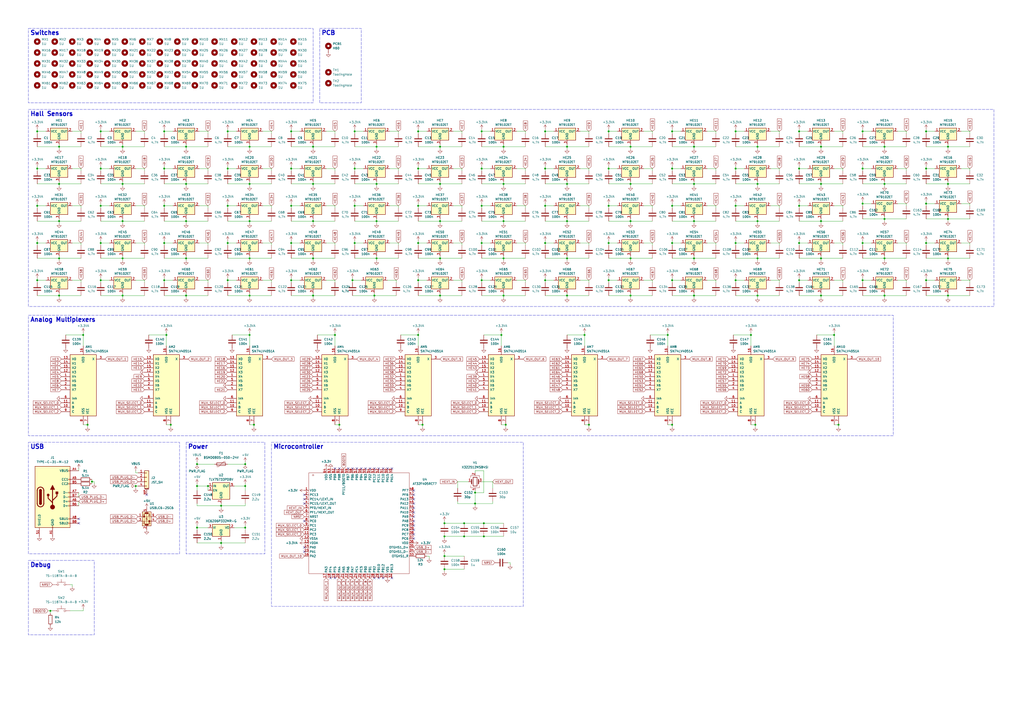
<source format=kicad_sch>
(kicad_sch (version 20250114) (generator "eeschema") (generator_version "9.0")
  (paper "A2")
  (text_box "PCB" (at 185.42 16.51 0) (size 24.13 43.18) (margins 0.9525 0.9525 0.9525 0.9525) (stroke (width 0) (type dash)) (effects (font (size 2.54 2.54) (thickness 0.508) (bold yes)) (justify left top)))
  (text_box "Hall Sensors" (at 16.51 63.5 0) (size 560.07 114.3) (margins 0.9525 0.9525 0.9525 0.9525) (stroke (width 0) (type dash)) (effects (font (size 2.54 2.54) (thickness 0.508) (bold yes)) (justify left top)))
  (text_box "Switches" (at 16.51 16.51 0) (size 165.1 43.18) (margins 0.9525 0.9525 0.9525 0.9525) (stroke (width 0) (type dash)) (effects (font (size 2.54 2.54) (thickness 0.508) (bold yes)) (justify left top)))
  (text_box "USB" (at 16.51 256.54 0) (size 87.63 64.77) (margins 0.9525 0.9525 0.9525 0.9525) (stroke (width 0) (type dash)) (effects (font (size 2.54 2.54) (thickness 0.508) (bold yes)) (justify left top)))
  (text_box "Analog Multiplexers" (at 16.51 182.88 0) (size 501.65 69.85) (margins 0.9525 0.9525 0.9525 0.9525) (stroke (width 0) (type dash)) (effects (font (size 2.54 2.54) (thickness 0.508) (bold yes)) (justify left top)))
  (text_box "Power" (at 107.95 256.54 0) (size 45.72 64.77) (margins 0.9525 0.9525 0.9525 0.9525) (stroke (width 0) (type dash)) (effects (font (size 2.54 2.54) (thickness 0.508) (bold yes)) (justify left top)))
  (text_box "Debug" (at 16.51 325.12 0) (size 38.1 43.18) (margins 0.9525 0.9525 0.9525 0.9525) (stroke (width 0) (type dash)) (effects (font (size 2.54 2.54) (thickness 0.508) (bold yes)) (justify left top)))
  (text_box "Microcontroller" (at 157.48 256.54 0) (size 146.05 95.25) (margins 0.9525 0.9525 0.9525 0.9525) (stroke (width 0) (type dash)) (effects (font (size 2.54 2.54) (thickness 0.508) (bold yes)) (justify left top)))
  (junction (at 279.4 119.38))
  (junction (at 257.81 322.58))
  (junction (at 290.83 194.31))
  (junction (at 144.78 171.45))
  (junction (at 549.91 127))
  (junction (at 107.95 171.45))
  (junction (at 168.91 140.97))
  (junction (at 58.42 162.56))
  (junction (at 50.8 246.38))
  (junction (at 218.44 106.68))
  (junction (at 275.59 285.75))
  (junction (at 353.06 140.97))
  (junction (at 132.08 140.97))
  (junction (at 218.44 128.27))
  (junction (at 132.08 97.79))
  (junction (at 292.1 128.27))
  (junction (at 205.74 119.38))
  (junction (at 95.25 119.38))
  (junction (at 476.25 171.45))
  (junction (at 269.24 303.53))
  (junction (at 107.95 85.09))
  (junction (at 205.74 97.79))
  (junction (at 95.25 140.97))
  (junction (at 217.17 171.45))
  (junction (at 269.24 311.15))
  (junction (at 316.23 140.97))
  (junction (at 181.61 149.86))
  (junction (at 132.08 119.38))
  (junction (at 114.3 281.94))
  (junction (at 439.42 85.09))
  (junction (at 96.52 194.31))
  (junction (at 463.55 97.79))
  (junction (at 279.4 97.79))
  (junction (at 181.61 85.09))
  (junction (at 128.27 314.96))
  (junction (at 435.61 194.31))
  (junction (at 204.47 162.56))
  (junction (at 402.59 128.27))
  (junction (at 513.08 106.68))
  (junction (at 365.76 171.45))
  (junction (at 168.91 76.2))
  (junction (at 549.91 85.09))
  (junction (at 439.42 149.86))
  (junction (at 537.21 97.79))
  (junction (at 142.24 269.24))
  (junction (at 242.57 194.31))
  (junction (at 279.4 140.97))
  (junction (at 21.59 162.56))
  (junction (at 353.06 76.2))
  (junction (at 255.27 128.27))
  (junction (at 95.25 162.56))
  (junction (at 107.95 128.27))
  (junction (at 353.06 97.79))
  (junction (at 328.93 128.27))
  (junction (at 21.59 97.79))
  (junction (at 341.63 246.38))
  (junction (at 114.3 269.24))
  (junction (at 242.57 119.38))
  (junction (at 389.89 76.2))
  (junction (at 389.89 246.38))
  (junction (at 34.29 128.27))
  (junction (at 537.21 140.97))
  (junction (at 34.29 149.86))
  (junction (at 205.74 76.2))
  (junction (at 107.95 149.86))
  (junction (at 132.08 76.2))
  (junction (at 476.25 85.09))
  (junction (at 78.74 281.94))
  (junction (at 339.09 194.31))
  (junction (at 549.91 106.68))
  (junction (at 549.91 171.45))
  (junction (at 316.23 76.2))
  (junction (at 426.72 162.56))
  (junction (at 218.44 85.09))
  (junction (at 549.91 149.86))
  (junction (at 328.93 85.09))
  (junction (at 316.23 97.79))
  (junction (at 95.25 97.79))
  (junction (at 144.78 106.68))
  (junction (at 328.93 171.45))
  (junction (at 537.21 162.56))
  (junction (at 365.76 106.68))
  (junction (at 365.76 149.86))
  (junction (at 114.3 306.07))
  (junction (at 402.59 149.86))
  (junction (at 426.72 97.79))
  (junction (at 71.12 85.09))
  (junction (at 242.57 97.79))
  (junction (at 389.89 119.38))
  (junction (at 147.32 246.38))
  (junction (at 387.35 194.31))
  (junction (at 292.1 149.86))
  (junction (at 439.42 106.68))
  (junction (at 293.37 246.38))
  (junction (at 279.4 76.2))
  (junction (at 34.29 85.09))
  (junction (at 513.08 171.45))
  (junction (at 500.38 140.97))
  (junction (at 513.08 127))
  (junction (at 144.78 194.31))
  (junction (at 168.91 97.79))
  (junction (at 142.24 306.07))
  (junction (at 58.42 97.79))
  (junction (at 439.42 128.27))
  (junction (at 316.23 119.38))
  (junction (at 476.25 149.86))
  (junction (at 181.61 106.68))
  (junction (at 128.27 293.37))
  (junction (at 58.42 140.97))
  (junction (at 58.42 119.38))
  (junction (at 144.78 85.09))
  (junction (at 426.72 140.97))
  (junction (at 463.55 140.97))
  (junction (at 439.42 171.45))
  (junction (at 463.55 162.56))
  (junction (at 483.87 194.31))
  (junction (at 402.59 171.45))
  (junction (at 34.29 171.45))
  (junction (at 71.12 171.45))
  (junction (at 353.06 162.56))
  (junction (at 275.59 292.1))
  (junction (at 142.24 281.94))
  (junction (at 255.27 149.86))
  (junction (at 486.41 246.38))
  (junction (at 402.59 85.09))
  (junction (at 71.12 128.27))
  (junction (at 328.93 106.68))
  (junction (at 365.76 85.09))
  (junction (at 500.38 97.79))
  (junction (at 168.91 119.38))
  (junction (at 402.59 106.68))
  (junction (at 144.78 128.27))
  (junction (at 29.21 354.33))
  (junction (at 196.85 246.38))
  (junction (at 279.4 162.56))
  (junction (at 500.38 76.2))
  (junction (at 120.65 281.94))
  (junction (at 95.25 76.2))
  (junction (at 476.25 106.68))
  (junction (at 132.08 162.56))
  (junction (at 58.42 76.2))
  (junction (at 242.57 76.2))
  (junction (at 194.31 194.31))
  (junction (at 144.78 149.86))
  (junction (at 500.38 162.56))
  (junction (at 21.59 119.38))
  (junction (at 257.81 303.53))
  (junction (at 257.81 330.2))
  (junction (at 292.1 171.45))
  (junction (at 242.57 140.97))
  (junction (at 255.27 106.68))
  (junction (at 218.44 149.86))
  (junction (at 71.12 149.86))
  (junction (at 280.67 303.53))
  (junction (at 513.08 85.09))
  (junction (at 513.08 149.86))
  (junction (at 389.89 162.56))
  (junction (at 99.06 246.38))
  (junction (at 438.15 246.38))
  (junction (at 205.74 140.97))
  (junction (at 255.27 85.09))
  (junction (at 537.21 76.2))
  (junction (at 292.1 106.68))
  (junction (at 365.76 128.27))
  (junction (at 255.27 171.45))
  (junction (at 280.67 311.15))
  (junction (at 181.61 128.27))
  (junction (at 21.59 140.97))
  (junction (at 181.61 171.45))
  (junction (at 389.89 140.97))
  (junction (at 426.72 76.2))
  (junction (at 463.55 119.38))
  (junction (at 168.91 162.56))
  (junction (at 500.38 118.11))
  (junction (at 245.11 246.38))
  (junction (at 389.89 97.79))
  (junction (at 463.55 76.2))
  (junction (at 21.59 76.2))
  (junction (at 476.25 128.27))
  (junction (at 537.21 118.11))
  (junction (at 328.93 149.86))
  (junction (at 353.06 119.38))
  (junction (at 316.23 162.56))
  (junction (at 48.26 194.31))
  (junction (at 53.34 279.4))
  (junction (at 257.81 311.15))
  (junction (at 242.57 162.56))
  (junction (at 292.1 85.09))
  (junction (at 71.12 106.68))
  (junction (at 426.72 119.38))
  (junction (at 34.29 106.68))
  (junction (at 107.95 106.68))
  (no_connect (at 176.53 289.56))
  (no_connect (at 240.03 287.02))
  (no_connect (at 240.03 302.26))
  (no_connect (at 240.03 289.56))
  (no_connect (at 176.53 287.02))
  (no_connect (at 201.93 271.78))
  (no_connect (at 240.03 294.64))
  (no_connect (at 204.47 271.78))
  (no_connect (at 240.03 307.34))
  (no_connect (at 222.25 335.28))
  (no_connect (at 222.25 271.78))
  (no_connect (at 240.03 309.88))
  (no_connect (at 196.85 271.78))
  (no_connect (at 240.03 299.72))
  (no_connect (at 212.09 271.78))
  (no_connect (at 209.55 271.78))
  (no_connect (at 85.09 287.02))
  (no_connect (at 240.03 297.18))
  (no_connect (at 176.53 292.1))
  (no_connect (at 194.31 271.78))
  (no_connect (at 240.03 292.1))
  (no_connect (at 45.72 303.53))
  (no_connect (at 217.17 335.28))
  (no_connect (at 207.01 271.78))
  (no_connect (at 176.53 302.26))
  (no_connect (at 214.63 271.78))
  (no_connect (at 217.17 271.78))
  (no_connect (at 224.79 271.78))
  (no_connect (at 176.53 320.04))
  (no_connect (at 240.03 304.8))
  (no_connect (at 219.71 335.28))
  (no_connect (at 194.31 335.28))
  (no_connect (at 191.77 335.28))
  (no_connect (at 219.71 271.78))
  (no_connect (at 227.33 271.78))
  (no_connect (at 240.03 284.48))
  (no_connect (at 176.53 317.5))
  (no_connect (at 240.03 312.42))
  (no_connect (at 45.72 300.99))
  (no_connect (at 227.33 335.28))
  (wire (pts (xy 299.72 97.79) (xy 304.8 97.79)))
  (wire (pts (xy 58.42 162.56) (xy 63.5 162.56)))
  (wire (pts (xy 476.25 127) (xy 476.25 128.27)))
  (wire (pts (xy 402.59 127) (xy 402.59 128.27)))
  (wire (pts (xy 500.38 142.24) (xy 500.38 140.97)))
  (wire (pts (xy 144.78 128.27) (xy 157.48 128.27)))
  (wire (pts (xy 463.55 142.24) (xy 463.55 140.97)))
  (wire (pts (xy 120.65 162.56) (xy 120.65 163.83)))
  (wire (pts (xy 46.99 140.97) (xy 46.99 142.24)))
  (wire (pts (xy 196.85 247.65) (xy 196.85 246.38)))
  (wire (pts (xy 96.52 194.31) (xy 96.52 200.66)))
  (wire (pts (xy 549.91 127) (xy 562.61 127)))
  (wire (pts (xy 520.7 162.56) (xy 525.78 162.56)))
  (wire (pts (xy 255.27 107.95) (xy 255.27 106.68)))
  (wire (pts (xy 488.95 76.2) (xy 488.95 77.47)))
  (wire (pts (xy 292.1 148.59) (xy 292.1 149.86)))
  (wire (pts (xy 157.48 162.56) (xy 157.48 163.83)))
  (wire (pts (xy 157.48 97.79) (xy 157.48 99.06)))
  (wire (pts (xy 21.59 97.79) (xy 26.67 97.79)))
  (wire (pts (xy 557.53 118.11) (xy 562.61 118.11)))
  (wire (pts (xy 205.74 139.7) (xy 205.74 140.97)))
  (wire (pts (xy 168.91 140.97) (xy 173.99 140.97)))
  (wire (pts (xy 537.21 97.79) (xy 542.29 97.79)))
  (wire (pts (xy 115.57 76.2) (xy 120.65 76.2)))
  (wire (pts (xy 373.38 97.79) (xy 378.46 97.79)))
  (wire (pts (xy 463.55 163.83) (xy 463.55 162.56)))
  (wire (pts (xy 152.4 162.56) (xy 157.48 162.56)))
  (wire (pts (xy 389.89 162.56) (xy 394.97 162.56)))
  (wire (pts (xy 537.21 106.68) (xy 549.91 106.68)))
  (wire (pts (xy 257.81 321.31) (xy 257.81 322.58)))
  (wire (pts (xy 78.74 274.32) (xy 80.01 274.32)))
  (wire (pts (xy 378.46 162.56) (xy 378.46 163.83)))
  (wire (pts (xy 439.42 128.27) (xy 452.12 128.27)))
  (wire (pts (xy 500.38 96.52) (xy 500.38 97.79)))
  (wire (pts (xy 483.87 246.38) (xy 486.41 246.38)))
  (wire (pts (xy 463.55 140.97) (xy 468.63 140.97)))
  (wire (pts (xy 292.1 83.82) (xy 292.1 85.09)))
  (wire (pts (xy 513.08 85.09) (xy 525.78 85.09)))
  (wire (pts (xy 114.3 307.34) (xy 114.3 306.07)))
  (wire (pts (xy 226.06 97.79) (xy 231.14 97.79)))
  (wire (pts (xy 71.12 127) (xy 71.12 128.27)))
  (wire (pts (xy 389.89 119.38) (xy 394.97 119.38)))
  (wire (pts (xy 463.55 139.7) (xy 463.55 140.97)))
  (wire (pts (xy 218.44 85.09) (xy 231.14 85.09)))
  (wire (pts (xy 34.29 171.45) (xy 46.99 171.45)))
  (wire (pts (xy 353.06 140.97) (xy 358.14 140.97)))
  (wire (pts (xy 513.08 106.68) (xy 525.78 106.68)))
  (wire (pts (xy 365.76 151.13) (xy 365.76 149.86)))
  (wire (pts (xy 226.06 140.97) (xy 231.14 140.97)))
  (wire (pts (xy 439.42 83.82) (xy 439.42 85.09)))
  (wire (pts (xy 21.59 106.68) (xy 34.29 106.68)))
  (wire (pts (xy 189.23 140.97) (xy 194.31 140.97)))
  (wire (pts (xy 115.57 162.56) (xy 120.65 162.56)))
  (wire (pts (xy 336.55 97.79) (xy 341.63 97.79)))
  (wire (pts (xy 463.55 119.38) (xy 468.63 119.38)))
  (wire (pts (xy 476.25 128.27) (xy 488.95 128.27)))
  (wire (pts (xy 218.44 106.68) (xy 231.14 106.68)))
  (wire (pts (xy 341.63 119.38) (xy 341.63 120.65)))
  (wire (pts (xy 205.74 96.52) (xy 205.74 97.79)))
  (wire (pts (xy 557.53 140.97) (xy 562.61 140.97)))
  (wire (pts (xy 365.76 85.09) (xy 378.46 85.09)))
  (wire (pts (xy 389.89 96.52) (xy 389.89 97.79)))
  (wire (pts (xy 463.55 161.29) (xy 463.55 162.56)))
  (wire (pts (xy 439.42 129.54) (xy 439.42 128.27)))
  (wire (pts (xy 341.63 140.97) (xy 341.63 142.24)))
  (wire (pts (xy 316.23 85.09) (xy 328.93 85.09)))
  (wire (pts (xy 549.91 86.36) (xy 549.91 85.09)))
  (wire (pts (xy 144.78 85.09) (xy 157.48 85.09)))
  (wire (pts (xy 292.1 128.27) (xy 304.8 128.27)))
  (wire (pts (xy 402.59 107.95) (xy 402.59 106.68)))
  (wire (pts (xy 168.91 171.45) (xy 181.61 171.45)))
  (wire (pts (xy 452.12 119.38) (xy 452.12 120.65)))
  (wire (pts (xy 513.08 83.82) (xy 513.08 85.09)))
  (wire (pts (xy 279.4 279.4) (xy 285.75 279.4)))
  (wire (pts (xy 439.42 106.68) (xy 452.12 106.68)))
  (wire (pts (xy 476.25 149.86) (xy 488.95 149.86)))
  (wire (pts (xy 142.24 280.67) (xy 142.24 281.94)))
  (wire (pts (xy 95.25 142.24) (xy 95.25 140.97)))
  (wire (pts (xy 255.27 85.09) (xy 267.97 85.09)))
  (wire (pts (xy 255.27 129.54) (xy 255.27 128.27)))
  (wire (pts (xy 132.08 171.45) (xy 144.78 171.45)))
  (wire (pts (xy 45.72 271.78) (xy 45.72 273.05)))
  (wire (pts (xy 389.89 128.27) (xy 402.59 128.27)))
  (wire (pts (xy 132.08 142.24) (xy 132.08 140.97)))
  (wire (pts (xy 205.74 120.65) (xy 205.74 119.38)))
  (wire (pts (xy 144.78 129.54) (xy 144.78 128.27)))
  (wire (pts (xy 218.44 149.86) (xy 231.14 149.86)))
  (wire (pts (xy 328.93 83.82) (xy 328.93 85.09)))
  (wire (pts (xy 279.4 76.2) (xy 284.48 76.2)))
  (wire (pts (xy 58.42 139.7) (xy 58.42 140.97)))
  (wire (pts (xy 242.57 96.52) (xy 242.57 97.79)))
  (wire (pts (xy 132.08 149.86) (xy 144.78 149.86)))
  (wire (pts (xy 205.74 85.09) (xy 218.44 85.09)))
  (wire (pts (xy 293.37 247.65) (xy 293.37 246.38)))
  (wire (pts (xy 29.21 354.33) (xy 30.48 354.33)))
  (wire (pts (xy 205.74 74.93) (xy 205.74 76.2)))
  (wire (pts (xy 316.23 149.86) (xy 328.93 149.86)))
  (wire (pts (xy 426.72 162.56) (xy 431.8 162.56)))
  (wire (pts (xy 144.78 86.36) (xy 144.78 85.09)))
  (wire (pts (xy 53.34 278.13) (xy 53.34 279.4)))
  (wire (pts (xy 242.57 246.38) (xy 245.11 246.38)))
  (wire (pts (xy 378.46 119.38) (xy 378.46 120.65)))
  (wire (pts (xy 373.38 140.97) (xy 378.46 140.97)))
  (wire (pts (xy 114.3 304.8) (xy 114.3 306.07)))
  (wire (pts (xy 95.25 119.38) (xy 100.33 119.38)))
  (wire (pts (xy 537.21 163.83) (xy 537.21 162.56)))
  (wire (pts (xy 500.38 99.06) (xy 500.38 97.79)))
  (wire (pts (xy 132.08 77.47) (xy 132.08 76.2)))
  (wire (pts (xy 248.92 322.58) (xy 247.65 322.58)))
  (wire (pts (xy 144.78 106.68) (xy 157.48 106.68)))
  (wire (pts (xy 549.91 105.41) (xy 549.91 106.68)))
  (wire (pts (xy 402.59 128.27) (xy 415.29 128.27)))
  (wire (pts (xy 142.24 281.94) (xy 142.24 284.48)))
  (wire (pts (xy 426.72 85.09) (xy 439.42 85.09)))
  (wire (pts (xy 353.06 118.11) (xy 353.06 119.38)))
  (wire (pts (xy 410.21 97.79) (xy 415.29 97.79)))
  (wire (pts (xy 378.46 76.2) (xy 378.46 77.47)))
  (wire (pts (xy 279.4 97.79) (xy 284.48 97.79)))
  (wire (pts (xy 71.12 107.95) (xy 71.12 106.68)))
  (wire (pts (xy 135.89 281.94) (xy 142.24 281.94)))
  (wire (pts (xy 389.89 139.7) (xy 389.89 140.97)))
  (wire (pts (xy 114.3 269.24) (xy 124.46 269.24)))
  (wire (pts (xy 168.91 76.2) (xy 173.99 76.2)))
  (wire (pts (xy 229.87 162.56) (xy 229.87 163.83)))
  (wire (pts (xy 316.23 142.24) (xy 316.23 140.97)))
  (wire (pts (xy 205.74 99.06) (xy 205.74 97.79)))
  (wire (pts (xy 194.31 194.31) (xy 194.31 200.66)))
  (wire (pts (xy 34.29 86.36) (xy 34.29 85.09)))
  (wire (pts (xy 255.27 86.36) (xy 255.27 85.09)))
  (wire (pts (xy 58.42 119.38) (xy 63.5 119.38)))
  (wire (pts (xy 365.76 170.18) (xy 365.76 171.45)))
  (wire (pts (xy 463.55 120.65) (xy 463.55 119.38)))
  (wire (pts (xy 204.47 163.83) (xy 204.47 162.56)))
  (wire (pts (xy 304.8 140.97) (xy 304.8 142.24)))
  (wire (pts (xy 29.21 355.6) (xy 29.21 354.33)))
  (wire (pts (xy 299.72 162.56) (xy 304.8 162.56)))
  (wire (pts (xy 353.06 171.45) (xy 365.76 171.45)))
  (wire (pts (xy 181.61 170.18) (xy 181.61 171.45)))
  (wire (pts (xy 557.53 76.2) (xy 562.61 76.2)))
  (wire (pts (xy 34.29 149.86) (xy 46.99 149.86)))
  (wire (pts (xy 168.91 149.86) (xy 181.61 149.86)))
  (wire (pts (xy 483.87 140.97) (xy 488.95 140.97)))
  (wire (pts (xy 316.23 96.52) (xy 316.23 97.79)))
  (wire (pts (xy 231.14 97.79) (xy 231.14 99.06)))
  (wire (pts (xy 339.09 193.04) (xy 339.09 194.31)))
  (wire (pts (xy 435.61 193.04) (xy 435.61 194.31)))
  (wire (pts (xy 194.31 97.79) (xy 194.31 99.06)))
  (wire (pts (xy 316.23 119.38) (xy 321.31 119.38)))
  (wire (pts (xy 242.57 194.31) (xy 242.57 200.66)))
  (wire (pts (xy 353.06 119.38) (xy 358.14 119.38)))
  (wire (pts (xy 34.29 107.95) (xy 34.29 106.68)))
  (wire (pts (xy 353.06 99.06) (xy 353.06 97.79)))
  (wire (pts (xy 120.65 119.38) (xy 120.65 120.65)))
  (wire (pts (xy 365.76 129.54) (xy 365.76 128.27)))
  (wire (pts (xy 218.44 83.82) (xy 218.44 85.09)))
  (wire (pts (xy 71.12 148.59) (xy 71.12 149.86)))
  (wire (pts (xy 181.61 85.09) (xy 194.31 85.09)))
  (wire (pts (xy 280.67 311.15) (xy 292.1 311.15)))
  (wire (pts (xy 142.24 267.97) (xy 142.24 269.24)))
  (wire (pts (xy 402.59 149.86) (xy 415.29 149.86)))
  (wire (pts (xy 463.55 96.52) (xy 463.55 97.79)))
  (wire (pts (xy 181.61 148.59) (xy 181.61 149.86)))
  (wire (pts (xy 353.06 97.79) (xy 358.14 97.79)))
  (wire (pts (xy 142.24 304.8) (xy 142.24 306.07)))
  (wire (pts (xy 525.78 162.56) (xy 525.78 163.83)))
  (wire (pts (xy 292.1 105.41) (xy 292.1 106.68)))
  (wire (pts (xy 328.93 151.13) (xy 328.93 149.86)))
  (wire (pts (xy 316.23 76.2) (xy 321.31 76.2)))
  (wire (pts (xy 132.08 96.52) (xy 132.08 97.79)))
  (wire (pts (xy 328.93 172.72) (xy 328.93 171.45)))
  (wire (pts (xy 463.55 106.68) (xy 476.25 106.68)))
  (wire (pts (xy 316.23 140.97) (xy 321.31 140.97)))
  (wire (pts (xy 218.44 151.13) (xy 218.44 149.86)))
  (wire (pts (xy 463.55 97.79) (xy 468.63 97.79)))
  (wire (pts (xy 132.08 85.09) (xy 144.78 85.09)))
  (wire (pts (xy 71.12 85.09) (xy 83.82 85.09)))
  (wire (pts (xy 402.59 106.68) (xy 415.29 106.68)))
  (wire (pts (xy 292.1 85.09) (xy 304.8 85.09)))
  (wire (pts (xy 132.08 76.2) (xy 137.16 76.2)))
  (wire (pts (xy 537.21 140.97) (xy 542.29 140.97)))
  (wire (pts (xy 426.72 118.11) (xy 426.72 119.38)))
  (wire (pts (xy 316.23 77.47) (xy 316.23 76.2)))
  (wire (pts (xy 114.3 314.96) (xy 128.27 314.96)))
  (wire (pts (xy 168.91 119.38) (xy 173.99 119.38)))
  (wire (pts (xy 488.95 97.79) (xy 488.95 99.06)))
  (wire (pts (xy 107.95 105.41) (xy 107.95 106.68)))
  (wire (pts (xy 242.57 171.45) (xy 255.27 171.45)))
  (wire (pts (xy 410.21 76.2) (xy 415.29 76.2)))
  (wire (pts (xy 53.34 279.4) (xy 53.34 280.67)))
  (wire (pts (xy 463.55 77.47) (xy 463.55 76.2)))
  (wire (pts (xy 71.12 86.36) (xy 71.12 85.09)))
  (wire (pts (xy 189.23 162.56) (xy 194.31 162.56)))
  (wire (pts (xy 463.55 74.93) (xy 463.55 76.2)))
  (wire (pts (xy 181.61 86.36) (xy 181.61 85.09)))
  (wire (pts (xy 168.91 97.79) (xy 173.99 97.79)))
  (wire (pts (xy 71.12 170.18) (xy 71.12 171.45)))
  (wire (pts (xy 513.08 105.41) (xy 513.08 106.68)))
  (wire (pts (xy 336.55 119.38) (xy 341.63 119.38)))
  (wire (pts (xy 402.59 85.09) (xy 415.29 85.09)))
  (wire (pts (xy 452.12 76.2) (xy 452.12 77.47)))
  (wire (pts (xy 168.91 162.56) (xy 173.99 162.56)))
  (wire (pts (xy 328.93 85.09) (xy 341.63 85.09)))
  (wire (pts (xy 46.99 119.38) (xy 46.99 120.65)))
  (wire (pts (xy 257.81 311.15) (xy 269.24 311.15)))
  (wire (pts (xy 304.8 119.38) (xy 304.8 120.65)))
  (wire (pts (xy 267.97 119.38) (xy 267.97 120.65)))
  (wire (pts (xy 99.06 247.65) (xy 99.06 246.38)))
  (wire (pts (xy 537.21 116.84) (xy 537.21 118.11)))
  (wire (pts (xy 463.55 149.86) (xy 476.25 149.86)))
  (wire (pts (xy 232.41 194.31) (xy 242.57 194.31)))
  (wire (pts (xy 34.29 127) (xy 34.29 128.27)))
  (wire (pts (xy 128.27 294.64) (xy 128.27 293.37)))
  (wire (pts (xy 353.06 76.2) (xy 358.14 76.2)))
  (wire (pts (xy 21.59 163.83) (xy 21.59 162.56)))
  (wire (pts (xy 95.25 171.45) (xy 107.95 171.45)))
  (wire (pts (xy 205.74 77.47) (xy 205.74 76.2)))
  (wire (pts (xy 96.52 246.38) (xy 99.06 246.38)))
  (wire (pts (xy 328.93 105.41) (xy 328.93 106.68)))
  (wire (pts (xy 21.59 99.06) (xy 21.59 97.79)))
  (wire (pts (xy 255.27 172.72) (xy 255.27 171.45)))
  (wire (pts (xy 144.78 171.45) (xy 157.48 171.45)))
  (wire (pts (xy 189.23 119.38) (xy 194.31 119.38)))
  (wire (pts (xy 439.42 107.95) (xy 439.42 106.68)))
  (wire (pts (xy 500.38 77.47) (xy 500.38 76.2)))
  (wire (pts (xy 537.21 99.06) (xy 537.21 97.79)))
  (wire (pts (xy 279.4 99.06) (xy 279.4 97.79)))
  (wire (pts (xy 78.74 281.94) (xy 78.74 283.21)))
  (wire (pts (xy 290.83 194.31) (xy 290.83 200.66)))
  (wire (pts (xy 365.76 128.27) (xy 378.46 128.27)))
  (wire (pts (xy 58.42 161.29) (xy 58.42 162.56)))
  (wire (pts (xy 218.44 105.41) (xy 218.44 106.68)))
  (wire (pts (xy 58.42 97.79) (xy 63.5 97.79)))
  (wire (pts (xy 134.62 194.31) (xy 144.78 194.31)))
  (wire (pts (xy 34.29 151.13) (xy 34.29 149.86)))
  (wire (pts (xy 520.7 140.97) (xy 525.78 140.97)))
  (wire (pts (xy 280.67 303.53) (xy 292.1 303.53)))
  (wire (pts (xy 426.72 128.27) (xy 439.42 128.27)))
  (wire (pts (xy 476.25 107.95) (xy 476.25 106.68)))
  (wire (pts (xy 128.27 314.96) (xy 142.24 314.96)))
  (wire (pts (xy 525.78 97.79) (xy 525.78 99.06)))
  (wire (pts (xy 463.55 171.45) (xy 476.25 171.45)))
  (wire (pts (xy 132.08 140.97) (xy 137.16 140.97)))
  (wire (pts (xy 341.63 97.79) (xy 341.63 99.06)))
  (wire (pts (xy 107.95 107.95) (xy 107.95 106.68)))
  (wire (pts (xy 328.93 86.36) (xy 328.93 85.09)))
  (wire (pts (xy 95.25 140.97) (xy 100.33 140.97)))
  (wire (pts (xy 353.06 161.29) (xy 353.06 162.56)))
  (wire (pts (xy 537.21 118.11) (xy 542.29 118.11)))
  (wire (pts (xy 48.26 193.04) (xy 48.26 194.31)))
  (wire (pts (xy 34.29 129.54) (xy 34.29 128.27)))
  (wire (pts (xy 257.81 302.26) (xy 257.81 303.53)))
  (wire (pts (xy 184.15 194.31) (xy 194.31 194.31)))
  (wire (pts (xy 316.23 139.7) (xy 316.23 140.97)))
  (wire (pts (xy 279.4 142.24) (xy 279.4 140.97)))
  (wire (pts (xy 389.89 106.68) (xy 402.59 106.68)))
  (wire (pts (xy 21.59 119.38) (xy 26.67 119.38)))
  (wire (pts (xy 279.4 77.47) (xy 279.4 76.2)))
  (wire (pts (xy 152.4 97.79) (xy 157.48 97.79)))
  (wire (pts (xy 513.08 148.59) (xy 513.08 149.86)))
  (wire (pts (xy 78.74 162.56) (xy 83.82 162.56)))
  (wire (pts (xy 389.89 76.2) (xy 394.97 76.2)))
  (wire (pts (xy 194.31 76.2) (xy 194.31 77.47)))
  (wire (pts (xy 292.1 107.95) (xy 292.1 106.68)))
  (wire (pts (xy 144.78 148.59) (xy 144.78 149.86)))
  (wire (pts (xy 373.38 119.38) (xy 378.46 119.38)))
  (wire (pts (xy 402.59 172.72) (xy 402.59 171.45)))
  (wire (pts (xy 217.17 170.18) (xy 217.17 171.45)))
  (wire (pts (xy 426.72 120.65) (xy 426.72 119.38)))
  (wire (pts (xy 58.42 120.65) (xy 58.42 119.38)))
  (wire (pts (xy 255.27 148.59) (xy 255.27 149.86)))
  (wire (pts (xy 144.78 194.31) (xy 144.78 200.66)))
  (wire (pts (xy 426.72 161.29) (xy 426.72 162.56)))
  (wire (pts (xy 557.53 97.79) (xy 562.61 97.79)))
  (wire (pts (xy 21.59 74.93) (xy 21.59 76.2)))
  (wire (pts (xy 292.1 151.13) (xy 292.1 149.86)))
  (wire (pts (xy 120.65 76.2) (xy 120.65 77.47)))
  (wire (pts (xy 389.89 247.65) (xy 389.89 246.38)))
  (wire (pts (xy 95.25 106.68) (xy 107.95 106.68)))
  (wire (pts (xy 525.78 76.2) (xy 525.78 77.47)))
  (wire (pts (xy 476.25 171.45) (xy 488.95 171.45)))
  (wire (pts (xy 513.08 86.36) (xy 513.08 85.09)))
  (wire (pts (xy 275.59 273.05) (xy 280.67 273.05)))
  (wire (pts (xy 279.4 85.09) (xy 292.1 85.09)))
  (wire (pts (xy 157.48 140.97) (xy 157.48 142.24)))
  (wire (pts (xy 280.67 273.05) (xy 280.67 285.75)))
  (wire (pts (xy 204.47 171.45) (xy 217.17 171.45)))
  (wire (pts (xy 328.93 107.95) (xy 328.93 106.68)))
  (wire (pts (xy 168.91 120.65) (xy 168.91 119.38)))
  (wire (pts (xy 353.06 142.24) (xy 353.06 140.97)))
  (wire (pts (xy 157.48 76.2) (xy 157.48 77.47)))
  (wire (pts (xy 142.24 293.37) (xy 128.27 293.37)))
  (wire (pts (xy 21.59 77.47) (xy 21.59 76.2)))
  (wire (pts (xy 339.09 194.31) (xy 339.09 200.66)))
  (wire (pts (xy 168.91 99.06) (xy 168.91 97.79)))
  (wire (pts (xy 389.89 77.47) (xy 389.89 76.2)))
  (wire (pts (xy 41.91 339.09) (xy 40.64 339.09)))
  (wire (pts (xy 410.21 119.38) (xy 415.29 119.38)))
  (wire (pts (xy 328.93 171.45) (xy 341.63 171.45)))
  (wire (pts (xy 107.95 106.68) (xy 120.65 106.68)))
  (wire (pts (xy 476.25 129.54) (xy 476.25 128.27)))
  (wire (pts (xy 439.42 171.45) (xy 452.12 171.45)))
  (wire (pts (xy 168.91 142.24) (xy 168.91 140.97)))
  (wire (pts (xy 488.95 162.56) (xy 488.95 163.83)))
  (wire (pts (xy 426.72 96.52) (xy 426.72 97.79)))
  (wire (pts (xy 226.06 119.38) (xy 231.14 119.38)))
  (wire (pts (xy 95.25 97.79) (xy 100.33 97.79)))
  (wire (pts (xy 316.23 128.27) (xy 328.93 128.27)))
  (wire (pts (xy 269.24 303.53) (xy 280.67 303.53)))
  (wire (pts (xy 95.25 128.27) (xy 107.95 128.27)))
  (wire (pts (xy 389.89 120.65) (xy 389.89 119.38)))
  (wire (pts (xy 114.3 280.67) (xy 114.3 281.94)))
  (wire (pts (xy 415.29 140.97) (xy 415.29 142.24)))
  (wire (pts (xy 147.32 247.65) (xy 147.32 246.38)))
  (wire (pts (xy 285.75 279.4) (xy 285.75 283.21)))
  (wire (pts (xy 71.12 149.86) (xy 83.82 149.86)))
  (wire (pts (xy 152.4 76.2) (xy 157.48 76.2)))
  (wire (pts (xy 275.59 292.1) (xy 285.75 292.1)))
  (wire (pts (xy 267.97 76.2) (xy 267.97 77.47)))
  (wire (pts (xy 365.76 107.95) (xy 365.76 106.68)))
  (wire (pts (xy 426.72 139.7) (xy 426.72 140.97)))
  (wire (pts (xy 255.27 170.18) (xy 255.27 171.45)))
  (wire (pts (xy 387.35 246.38) (xy 389.89 246.38)))
  (wire (pts (xy 71.12 172.72) (xy 71.12 171.45)))
  (wire (pts (xy 132.08 128.27) (xy 144.78 128.27)))
  (wire (pts (xy 549.91 149.86) (xy 562.61 149.86)))
  (wire (pts (xy 242.57 118.11) (xy 242.57 119.38)))
  (wire (pts (xy 95.25 161.29) (xy 95.25 162.56)))
  (wire (pts (xy 537.21 149.86) (xy 549.91 149.86)))
  (wire (pts (xy 328.93 127) (xy 328.93 128.27)))
  (wire (pts (xy 45.72 285.75) (xy 45.72 288.29)))
  (wire (pts (xy 231.14 140.97) (xy 231.14 142.24)))
  (wire (pts (xy 328.93 149.86) (xy 341.63 149.86)))
  (wire (pts (xy 463.55 128.27) (xy 476.25 128.27)))
  (wire (pts (xy 353.06 163.83) (xy 353.06 162.56)))
  (wire (pts (xy 549.91 125.73) (xy 549.91 127)))
  (wire (pts (xy 58.42 171.45) (xy 71.12 171.45)))
  (wire (pts (xy 452.12 162.56) (xy 452.12 163.83)))
  (wire (pts (xy 513.08 170.18) (xy 513.08 171.45)))
  (wire (pts (xy 557.53 162.56) (xy 562.61 162.56)))
  (wire (pts (xy 168.91 139.7) (xy 168.91 140.97)))
  (wire (pts (xy 58.42 99.06) (xy 58.42 97.79)))
  (wire (pts (xy 365.76 171.45) (xy 378.46 171.45)))
  (wire (pts (xy 387.35 194.31) (xy 387.35 200.66)))
  (wire (pts (xy 34.29 83.82) (xy 34.29 85.09)))
  (wire (pts (xy 181.61 105.41) (xy 181.61 106.68)))
  (wire (pts (xy 426.72 142.24) (xy 426.72 140.97)))
  (wire (pts (xy 21.59 139.7) (xy 21.59 140.97)))
  (wire (pts (xy 304.8 76.2) (xy 304.8 77.47)))
  (wire (pts (xy 242.57 74.93) (xy 242.57 76.2)))
  (wire (pts (xy 231.14 76.2) (xy 231.14 77.47)))
  (wire (pts (xy 365.76 105.41) (xy 365.76 106.68)))
  (wire (pts (xy 50.8 247.65) (xy 50.8 246.38)))
  (wire (pts (xy 549.91 170.18) (xy 549.91 171.45)))
  (wire (pts (xy 168.91 106.68) (xy 181.61 106.68)))
  (wire (pts (xy 500.38 127) (xy 513.08 127)))
  (wire (pts (xy 142.24 292.1) (xy 142.24 293.37)))
  (wire (pts (xy 242.57 140.97) (xy 247.65 140.97)))
  (wire (pts (xy 292.1 171.45) (xy 304.8 171.45)))
  (wire (pts (xy 168.91 163.83) (xy 168.91 162.56)))
  (wire (pts (xy 41.91 97.79) (xy 46.99 97.79)))
  (wire (pts (xy 257.81 312.42) (xy 257.81 311.15)))
  (wire (pts (xy 205.74 106.68) (xy 218.44 106.68)))
  (wire (pts (xy 34.29 172.72) (xy 34.29 171.45)))
  (wire (pts (xy 537.21 162.56) (xy 542.29 162.56)))
  (wire (pts (xy 537.21 119.38) (xy 537.21 118.11)))
  (wire (pts (xy 476.25 105.41) (xy 476.25 106.68)))
  (wire (pts (xy 205.74 142.24) (xy 205.74 140.97)))
  (wire (pts (xy 316.23 120.65) (xy 316.23 119.38)))
  (wire (pts (xy 181.61 128.27) (xy 194.31 128.27)))
  (wire (pts (xy 275.59 285.75) (xy 275.59 292.1)))
  (wire (pts (xy 71.12 83.82) (xy 71.12 85.09)))
  (wire (pts (xy 500.38 139.7) (xy 500.38 140.97)))
  (wire (pts (xy 120.65 281.94) (xy 120.65 284.48)))
  (wire (pts (xy 304.8 162.56) (xy 304.8 163.83)))
  (wire (pts (xy 267.97 97.79) (xy 267.97 99.06)))
  (wire (pts (xy 415.29 76.2) (xy 415.29 77.47)))
  (wire (pts (xy 290.83 193.04) (xy 290.83 194.31)))
  (wire (pts (xy 339.09 246.38) (xy 341.63 246.38)))
  (wire (pts (xy 426.72 119.38) (xy 431.8 119.38)))
  (wire (pts (xy 389.89 85.09) (xy 402.59 85.09)))
  (wire (pts (xy 549.91 107.95) (xy 549.91 106.68)))
  (wire (pts (xy 58.42 128.27) (xy 71.12 128.27)))
  (wire (pts (xy 353.06 106.68) (xy 365.76 106.68)))
  (wire (pts (xy 476.25 172.72) (xy 476.25 171.45)))
  (wire (pts (xy 181.61 127) (xy 181.61 128.27)))
  (wire (pts (xy 168.91 77.47) (xy 168.91 76.2)))
  (wire (pts (xy 58.42 74.93) (xy 58.42 76.2)))
  (wire (pts (xy 21.59 128.27) (xy 34.29 128.27)))
  (wire (pts (xy 316.23 162.56) (xy 321.31 162.56)))
  (wire (pts (xy 132.08 120.65) (xy 132.08 119.38)))
  (wire (pts (xy 114.3 293.37) (xy 128.27 293.37)))
  (wire (pts (xy 316.23 118.11) (xy 316.23 119.38)))
  (wire (pts (xy 279.4 139.7) (xy 279.4 140.97)))
  (wire (pts (xy 21.59 140.97) (xy 26.67 140.97)))
  (wire (pts (xy 204.47 161.29) (xy 204.47 162.56)))
  (wire (pts (xy 415.29 162.56) (xy 415.29 163.83)))
  (wire (pts (xy 549.91 128.27) (xy 549.91 127)))
  (wire (pts (xy 95.25 163.83) (xy 95.25 162.56)))
  (wire (pts (xy 316.23 171.45) (xy 328.93 171.45)))
  (wire (pts (xy 132.08 161.29) (xy 132.08 162.56)))
  (wire (pts (xy 316.23 74.93) (xy 316.23 76.2)))
  (wire (pts (xy 194.31 162.56) (xy 194.31 163.83)))
  (wire (pts (xy 426.72 99.06) (xy 426.72 97.79)))
  (wire (pts (xy 168.91 74.93) (xy 168.91 76.2)))
  (wire (pts (xy 267.97 140.97) (xy 267.97 142.24)))
  (wire (pts (xy 132.08 119.38) (xy 137.16 119.38)))
  (wire (pts (xy 426.72 106.68) (xy 439.42 106.68)))
  (wire (pts (xy 365.76 149.86) (xy 378.46 149.86)))
  (wire (pts (xy 292.1 86.36) (xy 292.1 85.09)))
  (wire (pts (xy 463.55 99.06) (xy 463.55 97.79)))
  (wire (pts (xy 107.95 170.18) (xy 107.95 171.45)))
  (wire (pts (xy 181.61 83.82) (xy 181.61 85.09)))
  (wire (pts (xy 426.72 149.86) (xy 439.42 149.86)))
  (wire (pts (xy 353.06 162.56) (xy 358.14 162.56)))
  (wire (pts (xy 447.04 162.56) (xy 452.12 162.56)))
  (wire (pts (xy 513.08 151.13) (xy 513.08 149.86)))
  (wire (pts (xy 365.76 83.82) (xy 365.76 85.09)))
  (wire (pts (xy 328.93 106.68) (xy 341.63 106.68)))
  (wire (pts (xy 537.21 85.09) (xy 549.91 85.09)))
  (wire (pts (xy 205.74 128.27) (xy 218.44 128.27)))
  (wire (pts (xy 269.24 311.15) (xy 280.67 311.15)))
  (wire (pts (xy 157.48 119.38) (xy 157.48 120.65)))
  (wire (pts (xy 107.95 172.72) (xy 107.95 171.45)))
  (wire (pts (xy 231.14 119.38) (xy 231.14 120.65)))
  (wire (pts (xy 255.27 127) (xy 255.27 128.27)))
  (wire (pts (xy 500.38 161.29) (xy 500.38 162.56)))
  (wire (pts (xy 83.82 119.38) (xy 83.82 120.65)))
  (wire (pts (xy 128.27 313.69) (xy 128.27 314.96)))
  (wire (pts (xy 520.7 97.79) (xy 525.78 97.79)))
  (wire (pts (xy 415.29 119.38) (xy 415.29 120.65)))
  (wire (pts (xy 83.82 140.97) (xy 83.82 142.24)))
  (wire (pts (xy 328.93 194.31) (xy 339.09 194.31)))
  (wire (pts (xy 152.4 119.38) (xy 157.48 119.38)))
  (wire (pts (xy 120.65 97.79) (xy 120.65 99.06)))
  (wire (pts (xy 402.59 148.59) (xy 402.59 149.86)))
  (wire (pts (xy 328.93 128.27) (xy 341.63 128.27)))
  (wire (pts (xy 107.95 129.54) (xy 107.95 128.27)))
  (wire (pts (xy 71.12 151.13) (xy 71.12 149.86)))
  (wire (pts (xy 439.42 148.59) (xy 439.42 149.86)))
  (wire (pts (xy 41.91 162.56) (xy 46.99 162.56)))
  (wire (pts (xy 316.23 97.79) (xy 321.31 97.79)))
  (wire (pts (xy 562.61 140.97) (xy 562.61 142.24)))
  (wire (pts (xy 295.91 327.66) (xy 295.91 326.39)))
  (wire (pts (xy 255.27 171.45) (xy 267.97 171.45)))
  (wire (pts (xy 447.04 140.97) (xy 452.12 140.97)))
  (wire (pts (xy 500.38 116.84) (xy 500.38 118.11)))
  (wire (pts (xy 275.59 274.32) (xy 275.59 273.05)))
  (wire (pts (xy 476.25 83.82) (xy 476.25 85.09)))
  (wire (pts (xy 549.91 106.68) (xy 562.61 106.68)))
  (wire (pts (xy 46.99 162.56) (xy 46.99 163.83)))
  (wire (pts (xy 132.08 163.83) (xy 132.08 162.56)))
  (wire (pts (xy 353.06 74.93) (xy 353.06 76.2)))
  (wire (pts (xy 353.06 120.65) (xy 353.06 119.38)))
  (wire (pts (xy 21.59 118.11) (xy 21.59 119.38)))
  (wire (pts (xy 218.44 127) (xy 218.44 128.27)))
  (wire (pts (xy 265.43 292.1) (xy 275.59 292.1)))
  (wire (pts (xy 132.08 106.68) (xy 144.78 106.68)))
  (wire (pts (xy 290.83 246.38) (xy 293.37 246.38)))
  (wire (pts (xy 96.52 193.04) (xy 96.52 194.31)))
  (wire (pts (xy 181.61 171.45) (xy 194.31 171.45)))
  (wire (pts (xy 292.1 129.54) (xy 292.1 128.27)))
  (wire (pts (xy 285.75 292.1) (xy 285.75 290.83)))
  (wire (pts (xy 402.59 171.45) (xy 415.29 171.45)))
  (wire (pts (xy 336.55 140.97) (xy 341.63 140.97)))
  (wire (pts (xy 425.45 194.31) (xy 435.61 194.31)))
  (wire (pts (xy 181.61 106.68) (xy 194.31 106.68)))
  (wire (pts (xy 549.91 151.13) (xy 549.91 149.86)))
  (wire (pts (xy 58.42 85.09) (xy 71.12 85.09)))
  (wire (pts (xy 452.12 97.79) (xy 452.12 99.06)))
  (wire (pts (xy 54.61 279.4) (xy 53.34 279.4)))
  (wire (pts (xy 562.61 97.79) (xy 562.61 99.06)))
  (wire (pts (xy 41.91 119.38) (xy 46.99 119.38)))
  (wire (pts (xy 520.7 118.11) (xy 525.78 118.11)))
  (wire (pts (xy 242.57 193.04) (xy 242.57 194.31)))
  (wire (pts (xy 389.89 149.86) (xy 402.59 149.86)))
  (wire (pts (xy 452.12 140.97) (xy 452.12 142.24)))
  (wire (pts (xy 336.55 76.2) (xy 341.63 76.2)))
  (wire (pts (xy 279.4 96.52) (xy 279.4 97.79)))
  (wire (pts (xy 483.87 162.56) (xy 488.95 162.56)))
  (wire (pts (xy 279.4 74.93) (xy 279.4 76.2)))
  (wire (pts (xy 483.87 76.2) (xy 488.95 76.2)))
  (wire (pts (xy 316.23 163.83) (xy 316.23 162.56)))
  (wire (pts (xy 473.71 194.31) (xy 483.87 194.31)))
  (wire (pts (xy 71.12 129.54) (xy 71.12 128.27)))
  (wire (pts (xy 83.82 76.2) (xy 83.82 77.47)))
  (wire (pts (xy 242.57 106.68) (xy 255.27 106.68)))
  (wire (pts (xy 242.57 99.06) (xy 242.57 97.79)))
  (wire (pts (xy 34.29 85.09) (xy 46.99 85.09)))
  (wire (pts (xy 549.91 171.45) (xy 549.91 172.72)))
  (wire (pts (xy 95.25 77.47) (xy 95.25 76.2)))
  (wire (pts (xy 144.78 105.41) (xy 144.78 106.68)))
  (wire (pts (xy 245.11 247.65) (xy 245.11 246.38)))
  (wire (pts (xy 168.91 85.09) (xy 181.61 85.09)))
  (wire (pts (xy 83.82 97.79) (xy 83.82 99.06)))
  (wire (pts (xy 95.25 96.52) (xy 95.25 97.79)))
  (wire (pts (xy 549.91 83.82) (xy 549.91 85.09)))
  (wire (pts (xy 500.38 163.83) (xy 500.38 162.56)))
  (wire (pts (xy 304.8 97.79) (xy 304.8 99.06)))
  (wire (pts (xy 132.08 162.56) (xy 137.16 162.56)))
  (wire (pts (xy 513.08 125.73) (xy 513.08 127)))
  (wire (pts (xy 78.74 119.38) (xy 83.82 119.38)))
  (wire (pts (xy 83.82 162.56) (xy 83.82 163.83)))
  (wire (pts (xy 181.61 149.86) (xy 194.31 149.86)))
  (wire (pts (xy 537.21 161.29) (xy 537.21 162.56)))
  (wire (pts (xy 21.59 149.86) (xy 34.29 149.86)))
  (wire (pts (xy 463.55 85.09) (xy 476.25 85.09)))
  (wire (pts (xy 279.4 118.11) (xy 279.4 119.38)))
  (wire (pts (xy 144.78 83.82) (xy 144.78 85.09)))
  (wire (pts (xy 194.31 246.38) (xy 196.85 246.38)))
  (wire (pts (xy 463.55 76.2) (xy 468.63 76.2)))
  (wire (pts (xy 181.61 129.54) (xy 181.61 128.27)))
  (wire (pts (xy 537.21 139.7) (xy 537.21 140.97)))
  (wire (pts (xy 58.42 149.86) (xy 71.12 149.86)))
  (wire (pts (xy 387.35 193.04) (xy 387.35 194.31)))
  (wire (pts (xy 194.31 140.97) (xy 194.31 142.24)))
  (wire (pts (xy 476.25 170.18) (xy 476.25 171.45)))
  (wire (pts (xy 86.36 194.31) (xy 96.52 194.31)))
  (wire (pts (xy 316.23 106.68) (xy 328.93 106.68)))
  (wire (pts (xy 242.57 77.47) (xy 242.57 76.2)))
  (wire (pts (xy 21.59 85.09) (xy 34.29 85.09)))
  (wire (pts (xy 168.91 128.27) (xy 181.61 128.27)))
  (wire (pts (xy 426.72 76.2) (xy 431.8 76.2)))
  (wire (pts (xy 537.21 171.45) (xy 549.91 171.45)))
  (wire (pts (xy 262.89 97.79) (xy 267.97 97.79)))
  (wire (pts (xy 389.89 142.24) (xy 389.89 140.97)))
  (wire (pts (xy 168.91 118.11) (xy 168.91 119.38)))
  (wire (pts (xy 38.1 194.31) (xy 48.26 194.31)))
  (wire (pts (xy 58.42 76.2) (xy 63.5 76.2)))
  (wire (pts (xy 525.78 140.97) (xy 525.78 142.24)))
  (wire (pts (xy 132.08 99.06) (xy 132.08 97.79)))
  (wire (pts (xy 520.7 76.2) (xy 525.78 76.2)))
  (wire (pts (xy 78.74 76.2) (xy 83.82 76.2)))
  (wire (pts (xy 353.06 85.09) (xy 365.76 85.09)))
  (wire (pts (xy 513.08 171.45) (xy 525.78 171.45)))
  (wire (pts (xy 378.46 140.97) (xy 378.46 142.24)))
  (wire (pts (xy 257.81 322.58) (xy 269.24 322.58)))
  (wire (pts (xy 353.06 77.47) (xy 353.06 76.2)))
  (wire (pts (xy 41.91 76.2) (xy 46.99 76.2)))
  (wire (pts (xy 435.61 246.38) (xy 438.15 246.38)))
  (wire (pts (xy 402.59 83.82) (xy 402.59 85.09)))
  (wire (pts (xy 483.87 194.31) (xy 483.87 200.66)))
  (wire (pts (xy 476.25 151.13) (xy 476.25 149.86)))
  (wire (pts (xy 95.25 118.11) (xy 95.25 119.38)))
  (wire (pts (xy 242.57 149.86) (xy 255.27 149.86)))
  (wire (pts (xy 279.4 120.65) (xy 279.4 119.38)))
  (wire (pts (xy 107.95 171.45) (xy 120.65 171.45)))
  (wire (pts (xy 513.08 107.95) (xy 513.08 106.68)))
  (wire (pts (xy 21.59 162.56) (xy 26.67 162.56)))
  (wire (pts (xy 280.67 285.75) (xy 275.59 285.75)))
  (wire (pts (xy 389.89 99.06) (xy 389.89 97.79)))
  (wire (pts (xy 242.57 139.7) (xy 242.57 140.97)))
  (wire (pts (xy 48.26 354.33) (xy 40.64 354.33)))
  (wire (pts (xy 204.47 162.56) (xy 209.55 162.56)))
  (wire (pts (xy 144.78 172.72) (xy 144.78 171.45)))
  (wire (pts (xy 365.76 86.36) (xy 365.76 85.09)))
  (wire (pts (xy 279.4 149.86) (xy 292.1 149.86)))
  (wire (pts (xy 224.79 162.56) (xy 229.87 162.56)))
  (wire (pts (xy 45.72 290.83) (xy 45.72 293.37)))
  (wire (pts (xy 426.72 77.47) (xy 426.72 76.2)))
  (wire (pts (xy 46.99 76.2) (xy 46.99 77.47)))
  (wire (pts (xy 292.1 170.18) (xy 292.1 171.45)))
  (wire (pts (xy 135.89 306.07) (xy 142.24 306.07)))
  (wire (pts (xy 34.29 128.27) (xy 46.99 128.27)))
  (wire (pts (xy 410.21 140.97) (xy 415.29 140.97)))
  (wire (pts (xy 402.59 129.54) (xy 402.59 128.27)))
  (wire (pts (xy 389.89 140.97) (xy 394.97 140.97)))
  (wire (pts (xy 279.4 140.97) (xy 284.48 140.97)))
  (wire (pts (xy 142.24 306.07) (xy 142.24 307.34)))
  (wire (pts (xy 144.78 193.04) (xy 144.78 194.31)))
  (wire (pts (xy 389.89 163.83) (xy 389.89 162.56)))
  (wire (pts (xy 95.25 162.56) (xy 100.33 162.56)))
  (wire (pts (xy 537.21 74.93) (xy 537.21 76.2)))
  (wire (pts (xy 205.74 149.86) (xy 218.44 149.86)))
  (wire (pts (xy 402.59 105.41) (xy 402.59 106.68)))
  (wire (pts (xy 21.59 142.24) (xy 21.59 140.97)))
  (wire (pts (xy 500.38 106.68) (xy 513.08 106.68)))
  (wire (pts (xy 132.08 139.7) (xy 132.08 140.97)))
  (wire (pts (xy 114.3 306.07) (xy 120.65 306.07)))
  (wire (pts (xy 549.91 171.45) (xy 562.61 171.45)))
  (wire (pts (xy 341.63 247.65) (xy 341.63 246.38)))
  (wire (pts (xy 226.06 76.2) (xy 231.14 76.2)))
  (wire (pts (xy 144.78 107.95) (xy 144.78 106.68)))
  (wire (pts (xy 292.1 106.68) (xy 304.8 106.68)))
  (wire (pts (xy 500.38 74.93) (xy 500.38 76.2)))
  (wire (pts (xy 41.91 140.97) (xy 46.99 140.97)))
  (wire (pts (xy 426.72 140.97) (xy 431.8 140.97)))
  (wire (pts (xy 389.89 171.45) (xy 402.59 171.45)))
  (wire (pts (xy 95.25 85.09) (xy 107.95 85.09)))
  (wire (pts (xy 189.23 97.79) (xy 194.31 97.79)))
  (wire (pts (xy 262.89 140.97) (xy 267.97 140.97)))
  (wire (pts (xy 115.57 140.97) (xy 120.65 140.97)))
  (wire (pts (xy 439.42 85.09) (xy 452.12 85.09)))
  (wire (pts (xy 377.19 194.31) (xy 387.35 194.31)))
  (wire (pts (xy 410.21 162.56) (xy 415.29 162.56)))
  (wire (pts (xy 483.87 97.79) (xy 488.95 97.79)))
  (wire (pts (xy 389.89 161.29) (xy 389.89 162.56)))
  (wire (pts (xy 132.08 118.11) (xy 132.08 119.38)))
  (wire (pts (xy 265.43 290.83) (xy 265.43 292.1)))
  (wire (pts (xy 120.65 140.97) (xy 120.65 142.24)))
  (wire (pts (xy 439.42 86.36) (xy 439.42 85.09)))
  (wire (pts (xy 292.1 172.72) (xy 292.1 171.45)))
  (wire (pts (xy 280.67 194.31) (xy 290.83 194.31)))
  (wire (pts (xy 336.55 162.56) (xy 341.63 162.56)))
  (wire (pts (xy 132.08 74.93) (xy 132.08 76.2)))
  (wire (pts (xy 107.95 148.59) (xy 107.95 149.86)))
  (wire (pts (xy 242.57 128.27) (xy 255.27 128.27)))
  (wire (pts (xy 525.78 118.11) (xy 525.78 119.38)))
  (wire (pts (xy 549.91 85.09) (xy 562.61 85.09)))
  (wire (pts (xy 58.42 142.24) (xy 58.42 140.97)))
  (wire (pts (xy 365.76 127) (xy 365.76 128.27)))
  (wire (pts (xy 217.17 172.72) (xy 217.17 171.45)))
  (wire (pts (xy 115.57 97.79) (xy 120.65 97.79)))
  (wire (pts (xy 439.42 149.86) (xy 452.12 149.86)))
  (wire (pts (xy 71.12 106.68) (xy 83.82 106.68)))
  (wire (pts (xy 279.4 119.38) (xy 284.48 119.38)))
  (wire (pts (xy 46.99 97.79) (xy 46.99 99.06)))
  (wire (pts (xy 476.25 86.36) (xy 476.25 85.09)))
  (wire (pts (xy 262.89 162.56) (xy 267.97 162.56)))
  (wire (pts (xy 257.81 331.47) (xy 257.81 330.2)))
  (wire (pts (xy 439.42 105.41) (xy 439.42 106.68)))
  (wire (pts (xy 365.76 172.72) (xy 365.76 171.45)))
  (wire (pts (xy 128.27 293.37) (xy 128.27 292.1)))
  (wire (pts (xy 107.95 86.36) (xy 107.95 85.09)))
  (wire (pts (xy 181.61 172.72) (xy 181.61 171.45)))
  (wire (pts (xy 316.23 99.06) (xy 316.23 97.79)))
  (wire (pts (xy 299.72 140.97) (xy 304.8 140.97)))
  (wire (pts (xy 115.57 119.38) (xy 120.65 119.38)))
  (wire (pts (xy 168.91 161.29) (xy 168.91 162.56)))
  (wire (pts (xy 34.29 170.18) (xy 34.29 171.45)))
  (wire (pts (xy 255.27 151.13) (xy 255.27 149.86)))
  (wire (pts (xy 279.4 161.29) (xy 279.4 162.56)))
  (wire (pts (xy 488.95 119.38) (xy 488.95 120.65)))
  (wire (pts (xy 107.95 127) (xy 107.95 128.27)))
  (wire (pts (xy 29.21 354.33) (xy 27.94 354.33)))
  (wire (pts (xy 439.42 127) (xy 439.42 128.27)))
  (wire (pts (xy 389.89 97.79) (xy 394.97 97.79)))
  (wire (pts (xy 34.29 106.68) (xy 46.99 106.68)))
  (wire (pts (xy 128.27 316.23) (xy 128.27 314.96)))
  (wire (pts (xy 218.44 86.36) (xy 218.44 85.09)))
  (wire (pts (xy 513.08 128.27) (xy 513.08 127)))
  (wire (pts (xy 144.78 149.86) (xy 157.48 149.86)))
  (wire (pts (xy 353.06 139.7) (xy 353.06 140.97)))
  (wire (pts (xy 500.38 119.38) (xy 500.38 118.11)))
  (wire (pts (xy 71.12 171.45) (xy 83.82 171.45)))
  (wire (pts (xy 378.46 97.79) (xy 378.46 99.06)))
  (wire (pts (xy 562.61 162.56) (xy 562.61 163.83)))
  (wire (pts (xy 95.25 74.93) (xy 95.25 76.2)))
  (wire (pts (xy 353.06 149.86) (xy 365.76 149.86)))
  (wire (pts (xy 144.78 151.13) (xy 144.78 149.86)))
  (wire (pts (xy 389.89 74.93) (xy 389.89 76.2)))
  (wire (pts (xy 365.76 148.59) (xy 365.76 149.86)))
  (wire (pts (xy 58.42 140.97) (xy 63.5 140.97)))
  (wire (pts (xy 48.26 353.06) (xy 48.26 354.33)))
  (wire (pts (xy 168.91 96.52) (xy 168.91 97.79)))
  (wire (pts (xy 513.08 149.86) (xy 525.78 149.86)))
  (wire (pts (xy 513.08 127) (xy 525.78 127)))
  (wire (pts (xy 426.72 97.79) (xy 431.8 97.79)))
  (wire (pts (xy 439.42 172.72) (xy 439.42 171.45)))
  (wire (pts (xy 463.55 162.56) (xy 468.63 162.56)))
  (wire (pts (xy 114.3 267.97) (xy 114.3 269.24)))
  (wire (pts (xy 205.74 118.11) (xy 205.74 119.38)))
  (wire (pts (xy 181.61 151.13) (xy 181.61 149.86)))
  (wire (pts (xy 537.21 77.47) (xy 537.21 76.2)))
  (wire (pts (xy 328.93 170.18) (xy 328.93 171.45)))
  (wire (pts (xy 373.38 76.2) (xy 378.46 76.2)))
  (wire (pts (xy 500.38 171.45) (xy 513.08 171.45)))
  (wire (pts (xy 34.29 105.41) (xy 34.29 106.68)))
  (wire (pts (xy 463.55 118.11) (xy 463.55 119.38)))
  (wire (pts (xy 255.27 128.27) (xy 267.97 128.27)))
  (wire (pts (xy 549.91 148.59) (xy 549.91 149.86)))
  (wire (pts (xy 255.27 106.68) (xy 267.97 106.68)))
  (wire (pts (xy 292.1 127) (xy 292.1 128.27)))
  (wire (pts (xy 95.25 149.86) (xy 107.95 149.86)))
  (wire (pts (xy 295.91 326.39) (xy 294.64 326.39)))
  (wire (pts (xy 144.78 127) (xy 144.78 128.27)))
  (wire (pts (xy 275.59 285.75) (xy 275.59 284.48)))
  (wire (pts (xy 95.25 139.7) (xy 95.25 140.97)))
  (wire (pts (xy 267.97 162.56) (xy 267.97 163.83)))
  (wire (pts (xy 447.04 119.38) (xy 452.12 119.38)))
  (wire (pts (xy 500.38 162.56) (xy 505.46 162.56)))
  (wire (pts (xy 483.87 193.04) (xy 483.87 194.31)))
  (wire (pts (xy 316.23 161.29) (xy 316.23 162.56)))
  (wire (pts (xy 439.42 170.18) (xy 439.42 171.45)))
  (wire (pts (xy 415.29 97.79) (xy 415.29 99.06)))
  (wire (pts (xy 486.41 247.65) (xy 486.41 246.38)))
  (wire (pts (xy 114.3 292.1) (xy 114.3 293.37)))
  (wire (pts (xy 58.42 118.11) (xy 58.42 119.38)))
  (wire (pts (xy 107.95 128.27) (xy 120.65 128.27)))
  (wire (pts (xy 488.95 140.97) (xy 488.95 142.24)))
  (wire (pts (xy 218.44 148.59) (xy 218.44 149.86)))
  (wire (pts (xy 217.17 171.45) (xy 229.87 171.45)))
  (wire (pts (xy 242.57 97.79) (xy 247.65 97.79)))
  (wire (pts (xy 21.59 161.29) (xy 21.59 162.56)))
  (wire (pts (xy 476.25 106.68) (xy 488.95 106.68)))
  (wire (pts (xy 95.25 99.06) (xy 95.25 97.79)))
  (wire (pts (xy 279.4 128.27) (xy 292.1 128.27)))
  (wire (pts (xy 144.78 170.18) (xy 144.78 171.45)))
  (wire (pts (xy 71.12 105.41) (xy 71.12 106.68)))
  (wire (pts (xy 500.38 97.79) (xy 505.46 97.79)))
  (wire (pts (xy 365.76 106.68) (xy 378.46 106.68)))
  (wire (pts (xy 500.38 149.86) (xy 513.08 149.86)))
  (wire (pts (xy 562.61 76.2) (xy 562.61 77.47)))
  (wire (pts (xy 242.57 163.83) (xy 242.57 162.56)))
  (wire (pts (xy 218.44 128.27) (xy 231.14 128.27)))
  (wire (pts (xy 513.08 172.72) (xy 513.08 171.45)))
  (wire (pts (xy 500.38 140.97) (xy 505.46 140.97)))
  (wire (pts (xy 21.59 76.2) (xy 26.67 76.2)))
  (wire (pts (xy 257.81 303.53) (xy 269.24 303.53)))
  (wire (pts (xy 194.31 193.04) (xy 194.31 194.31)))
  (wire (pts (xy 80.01 281.94) (xy 78.74 281.94)))
  (wire (pts (xy 537.21 76.2) (xy 542.29 76.2)))
  (wire (pts (xy 205.74 97.79) (xy 210.82 97.79)))
  (wire (pts (xy 299.72 76.2) (xy 304.8 76.2)))
  (wire (pts (xy 54.61 280.67) (xy 54.61 279.4)))
  (wire (pts (xy 299.72 119.38) (xy 304.8 119.38)))
  (wire (pts (xy 328.93 129.54) (xy 328.93 128.27)))
  (wire (pts (xy 142.24 269.24) (xy 132.08 269.24)))
  (wire (pts (xy 248.92 323.85) (xy 248.92 322.58)))
  (wire (pts (xy 21.59 120.65) (xy 21.59 119.38)))
  (wire (pts (xy 242.57 162.56) (xy 247.65 162.56)))
  (wire (pts (xy 262.89 119.38) (xy 267.97 119.38)))
  (wire (pts (xy 194.31 119.38) (xy 194.31 120.65)))
  (wire (pts (xy 279.4 106.68) (xy 292.1 106.68)))
  (wire (pts (xy 389.89 118.11) (xy 389.89 119.38)))
  (wire (pts (xy 34.29 148.59) (xy 34.29 149.86)))
  (wire (pts (xy 71.12 128.27) (xy 83.82 128.27)))
  (wire (pts (xy 426.72 163.83) (xy 426.72 162.56)))
  (wire (pts (xy 114.3 281.94) (xy 120.65 281.94)))
  (wire (pts (xy 373.38 162.56) (xy 378.46 162.56)))
  (wire (pts (xy 279.4 171.45) (xy 292.1 171.45)))
  (wire (pts (xy 537.21 142.24) (xy 537.21 140.97)))
  (wire (pts (xy 41.91 340.36) (xy 41.91 339.09)))
  (wire (pts (xy 341.63 162.56) (xy 341.63 163.83)))
  (wire (pts (xy 402.59 86.36) (xy 402.59 85.09)))
  (wire (pts (xy 144.78 246.38) (xy 147.32 246.38)))
  (wire (pts (xy 353.06 96.52) (xy 353.06 97.79)))
  (wire (pts (xy 181.61 107.95) (xy 181.61 106.68)))
  (wire (pts (xy 107.95 83.82) (xy 107.95 85.09)))
  (wire (pts (xy 353.06 128.27) (xy 365.76 128.27)))
  (wire (pts (xy 58.42 77.47) (xy 58.42 76.2)))
  (wire (pts (xy 114.3 284.48) (xy 114.3 281.94)))
  (wire (pts (xy 537.21 127) (xy 549.91 127)))
  (wire (pts (xy 439.42 151.13) (xy 439.42 149.86)))
  (wire (pts (xy 476.25 85.09) (xy 488.95 85.09)))
  (wire (pts (xy 95.25 120.65) (xy 95.25 119.38)))
  (wire (pts (xy 242.57 120.65) (xy 242.57 119.38)))
  (wire (pts (xy 205.74 119.38) (xy 210.82 119.38)))
  (wire (pts (xy 562.61 118.11) (xy 562.61 119.38)))
  (wire (pts (xy 275.59 293.37) (xy 275.59 292.1)))
  (wire (pts (xy 107.95 151.13) (xy 107.95 149.86)))
  (wire (pts (xy 279.4 162.56) (xy 284.48 162.56)))
  (wire (pts (xy 107.95 149.86) (xy 120.65 149.86)))
  (wire (pts (xy 447.04 97.79) (xy 452.12 97.79)))
  (wire (pts (xy 341.63 76.2) (xy 341.63 77.47)))
  (wire (pts (xy 242.57 142.24) (xy 242.57 140.97)))
  (wire (pts (xy 426.72 74.93) (xy 426.72 76.2)))
  (wire (pts (xy 58.42 163.83) (xy 58.42 162.56)))
  (wire (pts (xy 205.74 140.97) (xy 210.82 140.97)))
  (wire (pts (xy 402.59 151.13) (xy 402.59 149.86)))
  (wire (pts (xy 265.43 279.4) (xy 265.43 283.21)))
  (wire (pts (xy 257.81 330.2) (xy 269.24 330.2)))
  (wire (pts (xy 242.57 76.2) (xy 247.65 76.2)))
  (wire (pts (xy 500.38 76.2) (xy 505.46 76.2)))
  (wire (pts (xy 265.43 279.4) (xy 271.78 279.4)))
  (wire (pts (xy 218.44 107.95) (xy 218.44 106.68)))
  (wire (pts (xy 426.72 171.45) (xy 439.42 171.45)))
  (wire (pts (xy 218.44 129.54) (xy 218.44 128.27)))
  (wire (pts (xy 476.25 148.59) (xy 476.25 149.86)))
  (wire (pts (xy 48.26 194.31) (xy 48.26 200.66)))
  (wire (pts (xy 435.61 194.31) (xy 435.61 200.66)))
  (wire (pts (xy 328.93 148.59) (xy 328.93 149.86)))
  (wire (pts (xy 537.21 96.52) (xy 537.21 97.79)))
  (wire (pts (xy 483.87 119.38) (xy 488.95 119.38)))
  (wire (pts (xy 279.4 163.83) (xy 279.4 162.56)))
  (wire (pts (xy 242.57 85.09) (xy 255.27 85.09)))
  (wire (pts (xy 205.74 76.2) (xy 210.82 76.2)))
  (wire (pts (xy 152.4 140.97) (xy 157.48 140.97)))
  (wire (pts (xy 402.59 170.18) (xy 402.59 171.45)))
  (wire (pts (xy 78.74 273.05) (xy 78.74 274.32)))
  (wire (pts (xy 48.26 246.38) (xy 50.8 246.38)))
  (wire (pts (xy 262.89 76.2) (xy 267.97 76.2)))
  (wire (pts (xy 21.59 96.52) (xy 21.59 97.79)))
  (wire (pts (xy 58.42 96.52) (xy 58.42 97.79)))
  (wire (pts (xy 447.04 76.2) (xy 452.12 76.2)))
  (wire (pts (xy 21.59 171.45) (xy 34.29 171.45)))
  (wire (pts (xy 107.95 85.09) (xy 120.65 85.09)))
  (wire (pts (xy 242.57 119.38) (xy 247.65 119.38)))
  (wire (pts (xy 500.38 118.11) (xy 505.46 118.11)))
  (wire (pts (xy 189.23 76.2) (xy 194.31 76.2)))
  (wire (pts (xy 78.74 140.97) (xy 83.82 140.97)))
  (wire (pts (xy 292.1 149.86) (xy 304.8 149.86)))
  (wire (pts (xy 500.38 85.09) (xy 513.08 85.09)))
  (wire (pts (xy 242.57 161.29) (xy 242.57 162.56)))
  (wire (pts (xy 95.25 76.2) (xy 100.33 76.2)))
  (wire (pts (xy 78.74 97.79) (xy 83.82 97.79)))
  (wire (pts (xy 58.42 106.68) (xy 71.12 106.68)))
  (wire (pts (xy 255.27 105.41) (xy 255.27 106.68)))
  (wire (pts (xy 438.15 247.65) (xy 438.15 246.38)))
  (wire (pts (xy 255.27 149.86) (xy 267.97 149.86)))
  (wire (pts (xy 132.08 97.79) (xy 137.16 97.79)))
  (wire (pts (xy 255.27 83.82) (xy 255.27 85.09)))
  (global_label "HE36" (shape input) (at 229.87 210.82 180) (property "Intersheetrefs" "${INTERSHEET_REFS}" (effects (hide yes))))
  (global_label "BOOT0" (shape input) (at 27.94 354.33 180) (property "Intersheetrefs" "${INTERSHEET_REFS}" (effects (hide yes))))
  (global_label "HE46" (shape input) (at 326.39 218.44 180) (property "Intersheetrefs" "${INTERSHEET_REFS}" (effects (hide yes))))
  (global_label "USB_PLUG_D-" (shape input) (at 80.01 276.86 180) (property "Intersheetrefs" "${INTERSHEET_REFS}" (effects (hide yes))))
  (global_label "MUX_SELECT_2" (shape input) (at 422.91 238.76 180) (property "Intersheetrefs" "${INTERSHEET_REFS}" (effects (hide yes))))
  (global_label "HE65" (shape input) (at 374.65 213.36 180) (property "Intersheetrefs" "${INTERSHEET_REFS}" (effects (hide yes))))
  (global_label "HE14" (shape input) (at 83.82 210.82 180) (property "Intersheetrefs" "${INTERSHEET_REFS}" (effects (hide yes))))
  (global_label "HE51" (shape input) (at 374.65 223.52 180) (property "Intersheetrefs" "${INTERSHEET_REFS}" (effects (hide yes))))
  (global_label "MUX_SELECT_2" (shape input) (at 181.61 238.76 180) (property "Intersheetrefs" "${INTERSHEET_REFS}" (effects (hide yes))))
  (global_label "MUX_OUT_3" (shape input) (at 157.48 208.28 0) (property "Intersheetrefs" "${INTERSHEET_REFS}" (effects (hide yes))))
  (global_label "HE37" (shape input) (at 229.87 208.28 180) (property "Intersheetrefs" "${INTERSHEET_REFS}" (effects (hide yes))))
  (global_label "HE74" (shape input) (at 471.17 210.82 180) (property "Intersheetrefs" "${INTERSHEET_REFS}" (effects (hide yes))))
  (global_label "MUX_SELECT_0" (shape input) (at 132.08 233.68 180) (property "Intersheetrefs" "${INTERSHEET_REFS}" (effects (hide yes))))
  (global_label "HE75" (shape input) (at 471.17 208.28 180) (property "Intersheetrefs" "${INTERSHEET_REFS}" (effects (hide yes))))
  (global_label "HE19" (shape input) (at 132.08 215.9 180) (property "Intersheetrefs" "${INTERSHEET_REFS}" (effects (hide yes))))
  (global_label "MUX_SELECT_1" (shape input) (at 35.56 236.22 180) (property "Intersheetrefs" "${INTERSHEET_REFS}" (effects (hide yes))))
  (global_label "HE36" (shape input) (at 231.14 119.38 90) (property "Intersheetrefs" "${INTERSHEET_REFS}" (effects (hide yes))))
  (global_label "HE45" (shape input) (at 278.13 208.28 180) (property "Intersheetrefs" "${INTERSHEET_REFS}" (effects (hide yes))))
  (global_label "HE62" (shape input) (at 194.31 162.56 90) (property "Intersheetrefs" "${INTERSHEET_REFS}" (effects (hide yes))))
  (global_label "HE61" (shape input) (at 326.39 213.36 180) (property "Intersheetrefs" "${INTERSHEET_REFS}" (effects (hide yes))))
  (global_label "HE70" (shape input) (at 525.78 118.11 90) (property "Intersheetrefs" "${INTERSHEET_REFS}" (effects (hide yes))))
  (global_label "HE32" (shape input) (at 83.82 119.38 90) (property "Intersheetrefs" "${INTERSHEET_REFS}" (effects (hide yes))))
  (global_label "HE64" (shape input) (at 267.97 162.56 90) (property "Intersheetrefs" "${INTERSHEET_REFS}" (effects (hide yes))))
  (global_label "MUX_SELECT_1" (shape input) (at 422.91 236.22 180) (property "Intersheetrefs" "${INTERSHEET_REFS}" (effects (hide yes))))
  (global_label "HE74" (shape input) (at 562.61 140.97 90) (property "Intersheetrefs" "${INTERSHEET_REFS}" (effects (hide yes))))
  (global_label "HE7" (shape input) (at 35.56 226.06 180) (property "Intersheetrefs" "${INTERSHEET_REFS}" (effects (hide yes))))
  (global_label "HE68" (shape input) (at 374.65 215.9 180) (property "Intersheetrefs" "${INTERSHEET_REFS}" (effects (hide yes))))
  (global_label "HE34" (shape input) (at 157.48 119.38 90) (property "Intersheetrefs" "${INTERSHEET_REFS}" (effects (hide yes))))
  (global_label "HE27" (shape input) (at 181.61 213.36 180) (property "Intersheetrefs" "${INTERSHEET_REFS}" (effects (hide yes))))
  (global_label "HE27" (shape input) (at 415.29 97.79 90) (property "Intersheetrefs" "${INTERSHEET_REFS}" (effects (hide yes))))
  (global_label "HE41" (shape input) (at 278.13 226.06 180) (property "Intersheetrefs" "${INTERSHEET_REFS}" (effects (hide yes))))
  (global_label "MUX_OUT_9" (shape input) (at 214.63 335.28 270) (property "Intersheetrefs" "${INTERSHEET_REFS}" (effects (hide yes))))
  (global_label "HE26" (shape input) (at 378.46 97.79 90) (property "Intersheetrefs" "${INTERSHEET_REFS}" (effects (hide yes))))
  (global_label "HE14" (shape input) (at 525.78 76.2 90) (property "Intersheetrefs" "${INTERSHEET_REFS}" (effects (hide yes))))
  (global_label "HE4" (shape input) (at 157.48 76.2 90) (property "Intersheetrefs" "${INTERSHEET_REFS}" (effects (hide yes))))
  (global_label "HE37" (shape input) (at 267.97 119.38 90) (property "Intersheetrefs" "${INTERSHEET_REFS}" (effects (hide yes))))
  (global_label "MUX_OUT_6" (shape input) (at 207.01 335.28 270) (property "Intersheetrefs" "${INTERSHEET_REFS}" (effects (hide yes))))
  (global_label "MUX_SELECT_1" (shape input) (at 176.53 307.34 180) (property "Intersheetrefs" "${INTERSHEET_REFS}" (effects (hide yes))))
  (global_label "HE39" (shape input) (at 278.13 218.44 180) (property "Intersheetrefs" "${INTERSHEET_REFS}" (effects (hide yes))))
  (global_label "MUX_OUT_6" (shape input) (at 303.53 208.28 0) (property "Intersheetrefs" "${INTERSHEET_REFS}" (effects (hide yes))))
  (global_label "HE4" (shape input) (at 35.56 215.9 180) (property "Intersheetrefs" "${INTERSHEET_REFS}" (effects (hide yes))))
  (global_label "HE44" (shape input) (at 278.13 210.82 180) (property "Intersheetrefs" "${INTERSHEET_REFS}" (effects (hide yes))))
  (global_label "HE8" (shape input) (at 304.8 76.2 90) (property "Intersheetrefs" "${INTERSHEET_REFS}" (effects (hide yes))))
  (global_label "USB_PLUG_D-" (shape input) (at 45.72 288.29 0) (property "Intersheetrefs" "${INTERSHEET_REFS}" (effects (hide yes))))
  (global_label "HE70" (shape input) (at 422.91 210.82 180) (property "Intersheetrefs" "${INTERSHEET_REFS}" (effects (hide yes))))
  (global_label "HE52" (shape input) (at 374.65 226.06 180) (property "Intersheetrefs" "${INTERSHEET_REFS}" (effects (hide yes))))
  (global_label "HE8" (shape input) (at 35.56 220.98 180) (property "Intersheetrefs" "${INTERSHEET_REFS}" (effects (hide yes))))
  (global_label "HE6" (shape input) (at 231.14 76.2 90) (property "Intersheetrefs" "${INTERSHEET_REFS}" (effects (hide yes))))
  (global_label "HE22" (shape input) (at 231.14 97.79 90) (property "Intersheetrefs" "${INTERSHEET_REFS}" (effects (hide yes))))
  (global_label "MUX_SELECT_2" (shape input) (at 132.08 238.76 180) (property "Intersheetrefs" "${INTERSHEET_REFS}" (effects (hide yes))))
  (global_label "MUX_SELECT_2" (shape input) (at 83.82 238.76 180) (property "Intersheetrefs" "${INTERSHEET_REFS}" (effects (hide yes))))
  (global_label "NRST" (shape input) (at 30.48 339.09 180) (property "Intersheetrefs" "${INTERSHEET_REFS}" (effects (hide yes))))
  (global_label "HE56" (shape input) (at 422.91 226.06 180) (property "Intersheetrefs" "${INTERSHEET_REFS}" (effects (hide yes))))
  (global_label "MUX_OUT_1" (shape input) (at 189.23 335.28 270) (property "Intersheetrefs" "${INTERSHEET_REFS}" (effects (hide yes))))
  (global_label "HE23" (shape input) (at 267.97 97.79 90) (property "Intersheetrefs" "${INTERSHEET_REFS}" (effects (hide yes))))
  (global_label "HE40" (shape input) (at 378.46 119.38 90) (property "Intersheetrefs" "${INTERSHEET_REFS}" (effects (hide yes))))
  (global_label "HE40" (shape input) (at 278.13 223.52 180) (property "Intersheetrefs" "${INTERSHEET_REFS}" (effects (hide yes))))
  (global_label "HE67" (shape input) (at 374.65 208.28 180) (property "Intersheetrefs" "${INTERSHEET_REFS}" (effects (hide yes))))
  (global_label "HE47" (shape input) (at 326.39 223.52 180) (property "Intersheetrefs" "${INTERSHEET_REFS}" (effects (hide yes))))
  (global_label "HE50" (shape input) (at 374.65 218.44 180) (property "Intersheetrefs" "${INTERSHEET_REFS}" (effects (hide yes))))
  (global_label "HE56" (shape input) (at 488.95 140.97 90) (property "Intersheetrefs" "${INTERSHEET_REFS}" (effects (hide yes))))
  (global_label "HE72" (shape input) (at 525.78 162.56 90) (property "Intersheetrefs" "${INTERSHEET_REFS}" (effects (hide yes))))
  (global_label "MUX_OUT_7" (shape input) (at 209.55 335.28 270) (property "Intersheetrefs" "${INTERSHEET_REFS}" (effects (hide yes))))
  (global_label "HE6" (shape input) (at 35.56 223.52 180) (property "Intersheetrefs" "${INTERSHEET_REFS}" (effects (hide yes))))
  (global_label "HE43" (shape input) (at 278.13 213.36 180) (property "Intersheetrefs" "${INTERSHEET_REFS}" (effects (hide yes))))
  (global_label "HE18" (shape input) (at 83.82 97.79 90) (property "Intersheetrefs" "${INTERSHEET_REFS}" (effects (hide yes))))
  (global_label "MUX_SELECT_0" (shape input) (at 422.91 233.68 180) (property "Intersheetrefs" "${INTERSHEET_REFS}" (effects (hide yes))))
  (global_label "HE10" (shape input) (at 83.82 223.52 180) (property "Intersheetrefs" "${INTERSHEET_REFS}" (effects (hide yes))))
  (global_label "HE63" (shape input) (at 326.39 208.28 180) (property "Intersheetrefs" "${INTERSHEET_REFS}" (effects (hide yes))))
  (global_label "HE33" (shape input) (at 120.65 119.38 90) (property "Intersheetrefs" "${INTERSHEET_REFS}" (effects (hide yes))))
  (global_label "MUX_SELECT_1" (shape input) (at 471.17 236.22 180) (property "Intersheetrefs" "${INTERSHEET_REFS}" (effects (hide yes))))
  (global_label "USB_PLUG_D+" (shape input) (at 80.01 302.26 180) (property "Intersheetrefs" "${INTERSHEET_REFS}" (effects (hide yes))))
  (global_label "HE12" (shape input) (at 452.12 76.2 90) (property "Intersheetrefs" "${INTERSHEET_REFS}" (effects (hide yes))))
  (global_label "HE54" (shape input) (at 415.29 140.97 90) (property "Intersheetrefs" "${INTERSHEET_REFS}" (effects (hide yes))))
  (global_label "MUX_OUT_4" (shape input) (at 201.93 335.28 270) (property "Intersheetrefs" "${INTERSHEET_REFS}" (effects (hide yes))))
  (global_label "HE68" (shape input) (at 415.29 162.56 90) (property "Intersheetrefs" "${INTERSHEET_REFS}" (effects (hide yes))))
  (global_label "HE29" (shape input) (at 488.95 97.79 90) (property "Intersheetrefs" "${INTERSHEET_REFS}" (effects (hide yes))))
  (global_label "MUX_OUT_9" (shape input) (at 448.31 208.28 0) (property "Intersheetrefs" "${INTERSHEET_REFS}" (effects (hide yes))))
  (global_label "HE57" (shape input) (at 422.91 220.98 180) (property "Intersheetrefs" "${INTERSHEET_REFS}" (effects (hide yes))))
  (global_label "HE48" (shape input) (at 194.31 140.97 90) (property "Intersheetrefs" "${INTERSHEET_REFS}" (effects (hide yes))))
  (global_label "HE1" (shape input) (at 46.99 76.2 90) (property "Intersheetrefs" "${INTERSHEET_REFS}" (effects (hide yes))))
  (global_label "HE17" (shape input) (at 46.99 97.79 90) (property "Intersheetrefs" "${INTERSHEET_REFS}" (effects (hide yes))))
  (global_label "HE71" (shape input) (at 422.91 208.28 180) (property "Intersheetrefs" "${INTERSHEET_REFS}" (effects (hide yes))))
  (global_label "MUX_SELECT_0" (shape input) (at 278.13 233.68 180) (property "Intersheetrefs" "${INTERSHEET_REFS}" (effects (hide yes))))
  (global_label "HE75" (shape input) (at 562.61 162.56 90) (property "Intersheetrefs" "${INTERSHEET_REFS}" (effects (hide yes))))
  (global_label "USB_D+" (shape input) (at 240.03 317.5 0) (property "Intersheetrefs" "${INTERSHEET_REFS}" (effects (hide yes))))
  (global_label "HE2" (shape input) (at 35.56 210.82 180) (property "Intersheetrefs" "${INTERSHEET_REFS}" (effects (hide yes))))
  (global_label "HEXT_OUT" (shape input) (at 285.75 279.4 0) (property "Intersheetrefs" "${INTERSHEET_REFS}" (effects (hide yes))))
  (global_label "HE25" (shape input) (at 181.61 226.06 180) (property "Intersheetrefs" "${INTERSHEET_REFS}" (effects (hide yes))))
  (global_label "HE26" (shape input) (at 181.61 220.98 180) (property "Intersheetrefs" "${INTERSHEET_REFS}" (effects (hide yes))))
  (global_label "HE60" (shape input) (at 120.65 162.56 90) (property "Intersheetrefs" "${INTERSHEET_REFS}" (effects (hide yes))))
  (global_label "MUX_SELECT_2" (shape input) (at 176.53 309.88 180) (property "Intersheetrefs" "${INTERSHEET_REFS}" (effects (hide yes))))
  (global_label "HEXT_IN" (shape input) (at 265.43 279.4 180) (property "Intersheetrefs" "${INTERSHEET_REFS}" (effects (hide yes))))
  (global_label "HE59" (shape input) (at 471.17 223.52 180) (property "Intersheetrefs" "${INTERSHEET_REFS}" (effects (hide yes))))
  (global_label "MUX_OUT_3" (shape input) (at 199.39 335.28 270) (property "Intersheetrefs" "${INTERSHEET_REFS}" (effects (hide yes))))
  (global_label "HE10" (shape input) (at 378.46 76.2 90) (property "Intersheetrefs" "${INTERSHEET_REFS}" (effects (hide yes))))
  (global_label "HE62" (shape input) (at 326.39 210.82 180) (property "Intersheetrefs" "${INTERSHEET_REFS}" (effects (hide yes))))
  (global_label "BOOT0" (shape input) (at 199.39 271.78 90) (property "Intersheetrefs" "${INTERSHEET_REFS}" (effects (hide yes))))
  (global_label "HE46" (shape input) (at 120.65 140.97 90) (property "Intersheetrefs" "${INTERSHEET_REFS}" (effects (hide yes))))
  (global_label "USB_PLUG_D+" (shape input) (at 80.01 279.4 180) (property "Intersheetrefs" "${INTERSHEET_REFS}" (effects (hide yes))))
  (global_label "HE19" (shape input) (at 120.65 97.79 90) (property "Intersheetrefs" "${INTERSHEET_REFS}" (effects (hide yes))))
  (global_label "NRST" (shape input) (at 176.53 299.72 180) (property "Intersheetrefs" "${INTERSHEET_REFS}" (effects (hide yes))))
  (global_label "HE66" (shape input) (at 374.65 210.82 180) (property "Intersheetrefs" "${INTERSHEET_REFS}" (effects (hide yes))))
  (global_label "HE55" (shape input) (at 422.91 223.52 180) (property "Intersheetrefs" "${INTERSHEET_REFS}" (effects (hide yes))))
  (global_label "HE17" (shape input) (at 132.08 210.82 180) (property "Intersheetrefs" "${INTERSHEET_REFS}" (effects (hide yes))))
  (global_label "MUX_OUT_5" (shape input) (at 204.47 335.28 270) (property "Intersheetrefs" "${INTERSHEET_REFS}" (effects (hide yes))))
  (global_label "HE9" (shape input) (at 83.82 218.44 180) (property "Intersheetrefs" "${INTERSHEET_REFS}" (effects (hide yes))))
  (global_label "HE16" (shape input) (at 132.08 213.36 180) (property "Intersheetrefs" "${INTERSHEET_REFS}" (effects (hide yes))))
  (global_label "HE53" (shape input) (at 378.46 140.97 90) (property "Intersheetrefs" "${INTERSHEET_REFS}" (effects (hide yes))))
  (global_label "HE28" (shape input) (at 452.12 97.79 90) (property "Intersheetrefs" "${INTERSHEET_REFS}" (effects (hide yes))))
  (global_label "HE20" (shape input) (at 132.08 218.44 180) (property "Intersheetrefs" "${INTERSHEET_REFS}" (effects (hide yes))))
  (global_label "HE15" (shape input) (at 83.82 208.28 180) (property "Intersheetrefs" "${INTERSHEET_REFS}" (effects (hide yes))))
  (global_label "HE21" (shape input) (at 194.31 97.79 90) (property "Intersheetrefs" "${INTERSHEET_REFS}" (effects (hide yes))))
  (global_label "MUX_SELECT_0" (shape input) (at 229.87 233.68 180) (property "Intersheetrefs" "${INTERSHEET_REFS}" (effects (hide yes))))
  (global_label "HE30" (shape input) (at 525.78 97.79 90) (property "Intersheetrefs" "${INTERSHEET_REFS}" (effects (hide yes))))
  (global_label "MUX_SELECT_1" (shape input) (at 181.61 236.22 180) (property "Intersheetrefs" "${INTERSHEET_REFS}" (effects (hide yes))))
  (global_label "HE34" (shape input) (at 229.87 226.06 180) (property "Intersheetrefs" "${INTERSHEET_REFS}" (effects (hide yes))))
  (global_label "MUX_SELECT_0" (shape input) (at 35.56 233.68 180) (property "Intersheetrefs" "${INTERSHEET_REFS}" (effects (hide yes))))
  (global_label "HE39" (shape input) (at 341.63 119.38 90) (property "Intersheetrefs" "${INTERSHEET_REFS}" (effects (hide yes))))
  (global_label "MUX_SELECT_1" (shape input) (at 83.82 236.22 180) (property "Intersheetrefs" "${INTERSHEET_REFS}" (effects (hide yes))))
  (global_label "HE58" (shape input) (at 471.17 218.44 180) (property "Intersheetrefs" "${INTERSHEET_REFS}" (effects (hide yes))))
  (global_label "USB_D-" (shape input) (at 90.17 299.72 0) (property "Intersheetrefs" "${INTERSHEET_REFS}" (effects (hide yes))))
  (global_label "HE24" (shape input) (at 181.61 223.52 180) (property "Intersheetrefs" "${INTERSHEET_REFS}" (effects (hide yes))))
  (global_label "MUX_SELECT_2" (shape input) (at 35.56 238.76 180) (property "Intersheetrefs" "${INTERSHEET_REFS}" (effects (hide yes))))
  (global_label "MUX_SELECT_2" (shape input) (at 229.87 238.76 180) (property "Intersheetrefs" "${INTERSHEET_REFS}" (effects (hide yes))))
  (global_label "HE13" (shape input) (at 83.82 213.36 180) (property "Intersheetrefs" "${INTERSHEET_REFS}" (effects (hide yes))))
  (global_label "MUX_SELECT_0" (shape input) (at 326.39 233.68 180) (property "Intersheetrefs" "${INTERSHEET_REFS}" (effects (hide yes))))
  (global_label "HE1" (shape input) (at 35.56 213.36 180) (property "Intersheetrefs" "${INTERSHEET_REFS}" (effects (hide yes))))
  (global_label "HE48" (shape input) (at 326.39 226.06 180) (property "Intersheetrefs" "${INTERSHEET_REFS}" (effects (hide yes))))
  (global_label "MUX_SELECT_2" (shape input) (at 278.13 238.76 180) (property "Intersheetrefs" "${INTERSHEET_REFS}" (effects (hide yes))))
  (global_label "HE55" (shape input) (at 452.12 140.97 90) (property "Intersheetrefs" "${INTERSHEET_REFS}" (effects (hide yes))))
  (global_label "HE49" (shape input) (at 326.39 220.98 180) (property "Intersheetrefs" "${INTERSHEET_REFS}" (effects (hide yes))))
  (global_label "HE33" (shape input) (at 229.87 223.52 180) (property "Intersheetrefs" "${INTERSHEET_REFS}" (effects (hide yes))))
  (global_label "HE57" (shape input) (at 525.78 140.97 90) (property "Intersheetrefs" "${INTERSHEET_REFS}" (effects (hide yes))))
  (global_label "HE18" (shape input) (at 132.08 208.28 180) (property "Intersheetrefs" "${INTERSHEET_REFS}" (effects (hide yes))))
  (global_label "USB_D+" (shape input) (at 90.17 302.26 0) (property "Intersheetrefs" "${INTERSHEET_REFS}" (effects (hide yes))))
  (global_label "HE29" (shape input) (at 181.61 208.28 180) (property "Intersheetrefs" "${INTERSHEET_REFS}" (effects (hide yes))))
  (global_label "MUX_SELECT_1" (shape input) (at 229.87 236.22 180) (property "Intersheetrefs" "${INTERSHEET_REFS}" (effects (hide yes))))
  (global_label "HE38" (shape input) (at 229.87 215.9 180) (property "Intersheetrefs" "${INTERSHEET_REFS}" (effects (hide yes))))
  (global_label "NRST" (shape input) (at 287.02 326.39 180) (property "Intersheetrefs" "${INTERSHEET_REFS}" (effects (hide yes))))
  (global_label "HE21" (shape input) (at 132.08 226.06 180) (property "Intersheetrefs" "${INTERSHEET_REFS}" (effects (hide yes))))
  (global_label "HE71" (shape input) (at 488.95 162.56 90) (property "Intersheetrefs" "${INTERSHEET_REFS}" (effects (hide yes))))
  (global_label "USB_PLUG_D+" (shape input) (at 45.72 290.83 0) (property "Intersheetrefs" "${INTERSHEET_REFS}" (effects (hide yes))))
  (global_label "HE5" (shape input) (at 35.56 218.44 180) (property "Intersheetrefs" "${INTERSHEET_REFS}" (effects (hide yes))))
  (global_label "HE24" (shape input) (at 304.8 97.79 90) (property "Intersheetrefs" "${INTERSHEET_REFS}" (effects (hide yes))))
  (global_label "HE60" (shape input) (at 471.17 226.06 180) (property "Intersheetrefs" "${INTERSHEET_REFS}" (effects (hide yes))))
  (global_label "HE13" (shape input) (at 488.95 76.2 90) (property "Intersheetrefs" "${INTERSHEET_REFS}" (effects (hide yes))))
  (global_label "MUX_SELECT_1" (shape input) (at 132.08 236.22 180) (property "Intersheetrefs" "${INTERSHEET_REFS}" (effects (hide yes))))
  (global_label "HE20" (shape input) (at 157.48 97.79 90) (property "Intersheetrefs" "${INTERSHEET_REFS}" (effects (hide yes))))
  (global_label "MUX_SELECT_0" (shape input) (at 176.53 304.8 180) (property "Intersheetrefs" "${INTERSHEET_REFS}" (effects (hide yes))))
  (global_label "MUX_OUT_8" (shape input) (at 212.09 335.28 270) (property "Intersheetrefs" "${INTERSHEET_REFS}" (effects (hide yes))))
  (global_label "HE44" (shape input) (at 46.99 140.97 90) (property "Intersheetrefs" "${INTERSHEET_REFS}" (effects (hide yes))))
  (global_label "HE73" (shape input) (at 471.17 213.36 180) (property "Intersheetrefs" "${INTERSHEET_REFS}" (effects (hide yes))))
  (global_label "HE63" (shape input) (at 229.87 162.56 90) (property "Intersheetrefs" "${INTERSHEET_REFS}" (effects (hide yes))))
  (global_label "MUX_SELECT_2" (shape input) (at 326.39 238.76 180) (property "Intersheetrefs" "${INTERSHEET_REFS}" (effects (hide yes))))
  (global_label "HE32" (shape input) (at 229.87 218.44 180) (property "Intersheetrefs" "${INTERSHEET_REFS}" (effects (hide yes))))
  (global_label "MUX_SELECT_0" (shape input) (at 471.17 233.68 180) (property "Intersheetrefs" "${INTERSHEET_REFS}" (effects (hide yes))))
  (global_label "MUX_SELECT_0" (shape input) (at 181.61 233.68 180) (property "Intersheetrefs" "${INTERSHEET_REFS}" (effects (hide yes))))
  (global_label "HE51" (shape input) (at 304.8 140.97 90) (property "Intersheetrefs" "${INTERSHEET_REFS}" (effects (hide yes))))
  (global_label "MUX_SELECT_0" (shape input) (at 83.82 233.68 180) (property "Intersheetrefs" "${INTERSHEET_REFS}" (effects (hide yes))))
  (global_label "HE59" (shape input) (at 83.82 162.56 90) (property "Intersheetrefs" "${INTERSHEET_REFS}" (effects (hide yes))))
  (global_label "HE43" (shape input) (at 488.95 119.38 90) (property "Intersheetrefs" "${INTERSHEET_REFS}" (effects (hide yes))))
  (global_label "MUX_SELECT_2" (shape input) (at 471.17 238.76 180) (property "Intersheetrefs" "${INTERSHEET_REFS}" (effects (hide yes))))
  (global_label "MUX_OUT_5" (shape input) (at 255.27 208.28 0) (property "Intersheetrefs" "${INTERSHEET_REFS}" (effects (hide yes))))
  (global_label "HE69" (shape input) (at 422.91 213.36 180) (property "Intersheetrefs" "${INTERSHEET_REFS}" (effects (hide yes))))
  (global_label "MUX_SELECT_1" (shape input) (at 374.65 236.22 180) (property "Intersheetrefs" "${INTERSHEET_REFS}" (effects (hide yes))))
  (global_label "HE41" (shape input) (at 415.29 119.38 90) (property "Intersheetrefs" "${INTERSHEET_REFS}" (effects (hide yes))))
  (global_label "MUX_OUT_7" (shape input) (at 351.79 208.28 0) (property "Intersheetrefs" "${INTERSHEET_REFS}" (effects (hide yes))))
  (global_label "MUX_OUT_4" (shape input) (at 207.01 208.28 0) (property "Intersheetrefs" "${INTERSHEET_REFS}" (effects (hide yes))))
  (global_label "MUX_OUT_2" (shape input) (at 109.22 208.28 0) (property "Intersheetrefs" "${INTERSHEET_REFS}" (effects (hide yes))))
  (global_label "HE35" (shape input) (at 194.31 119.38 90) (property "Intersheetrefs" "${INTERSHEET_REFS}" (effects (hide yes))))
  (global_label "HE31" (shape input) (at 46.99 119.38 90) (property "Intersheetrefs" "${INTERSHEET_REFS}" (effects (hide yes))))
  (global_label "USB_PLUG_D-" (shape input) (at 80.01 299.72 180) (property "Intersheetrefs" "${INTERSHEET_REFS}" (effects (hide yes))))
  (global_label "HE11" (shape input) (at 83.82 226.06 180) (property "Intersheetrefs" "${INTERSHEET_REFS}" (effects (hide yes))))
  (global_label "MUX_SELECT_2" (shape input) (at 374.65 238.76 180) (property "Intersheetrefs" "${INTERSHEET_REFS}" (effects (hide yes))))
  (global_label "HE52" (shape input) (at 341.63 140.97 90) (property "Intersheetrefs" "${INTERSHEET_REFS}" (effects (hide yes))))
  (global_label "HE30" (shape input) (at 181.61 215.9 180) (property "Intersheetrefs" "${INTERSHEET_REFS}" (effects (hide yes))))
  (global_label "HE3" (shape input) (at 120.65 76.2 90) (property "Intersheetrefs" "${INTERSHEET_REFS}" (effects (hide yes))))
  (global_label "HE54" (shape input) (at 422.91 218.44 180) (property "Intersheetrefs" "${INTERSHEET_REFS}" (effects (hide yes))))
  (global_label "HE65" (shape input) (at 304.8 162.56 90) (property "Intersheetrefs" "${INTERSHEET_REFS}" (effects (hide yes))))
  (global_label "MUX_OUT_1" (shape input) (at 60.96 208.28 0) (property "Intersheetrefs" "${INTERSHEET_REFS}" (effects (hide yes))))
  (global_label "HE49" (shape input) (at 231.14 140.97 90) (property "Intersheetrefs" "${INTERSHEET_REFS}" (effects (hide yes))))
  (global_label "HE42" (shape input) (at 452.12 119.38 90) (property "Intersheetrefs" "${INTERSHEET_REFS}" (effects (hide yes))))
  (global_label "HE2" (shape input) (at 83.82 76.2 90) (property "Intersheetrefs" "${INTERSHEET_REFS}" (effects (hide yes))))
  (global_label "MUX_SELECT_1" (shape input) (at 326.39 236.22 180) (property "Intersheetrefs" "${INTERSHEET_REFS}" (effects (hide yes))))
  (global_label "HE72" (shape input) (at 422.91 215.9 180) (property "Intersheetrefs" "${INTERSHEET_REFS}" (effects (hide yes))))
  (global_label "HE15" (shape input) (at 562.61 76.2 90) (property "Intersheetrefs" "${INTERSHEET_REFS}" (effects (hide yes))))
  (global_label "MUX_OUT_2" (shape input) (at 196.85 335.28 270) (property "Intersheetrefs" "${INTERSHEET_REFS}" (effects (hide yes))))
  (global_label "HE35" (shape input) (at 229.87 220.98 180) (property "Intersheetrefs" "${INTERSHEET_REFS}" (effects (hide yes))))
  (global_label "HEXT_IN" (shape input) (at 176.53 294.64 180) (property "Intersheetrefs" "${INTERSHEET_REFS}" (effects (hide yes))))
  (global_label "HE53" (shape input) (at 374.65 220.98 180) (property "Intersheetrefs" "${INTERSHEET_REFS}" (effects (hide yes))))
  (global_label "HE9" (shape input) (at 341.63 76.2 90) (property "Intersheetrefs" "${INTERSHEET_REFS}" (effects (hide yes))))
  (global_label "MUX_SELECT_0" (shape input) (at 374.65 233.68 180) (property "Intersheetrefs" "${INTERSHEET_REFS}" (effects (hide yes))))
  (global_label "HE73" (shape input) (at 562.61 118.11 90) (property "Intersheetrefs" "${INTERSHEET_REFS}" (effects (hide yes))))
  (global_label "MUX_OUT_10" (shape input) (at 176.53 322.58 180) (property "Intersheetrefs" "${INTERSHEET_REFS}" (effects (hide yes))))
  (global_label "HE50" (shape input) (at 267.97 140.97 90) (property "Intersheetrefs" "${INTERSHEET_REFS}" (effects (hide yes))))
  (global_label "HE28" (shape input) (at 181.61 210.82 180) (property "Intersheetrefs" "${INTERSHEET_REFS}" (effects (hide yes))))
  (global_label "MUX_OUT_8" (shape input) (at 400.05 208.28 0) (property "Intersheetrefs" "${INTERSHEET_REFS}" (effects (hide yes))))
  (global_label "HE25" (shape input) (at 341.63 97.79 90) (property "Intersheetrefs" "${INTERSHEET_REFS}" (effects (hide yes))))
  (global_label "MUX_SELECT_1" (shape input) (at 278.13 236.22 180) (property "Intersheetrefs" "${INTERSHEET_REFS}" (effects (hide yes))))
  (global_label "HE69" (shape input) (at 452.12 162.56 90) (property "Intersheetrefs" "${INTERSHEET_REFS}" (effects (hide yes))))
  (global_label "HE45" (shape input) (at 83.82 140.97 90) (property "Intersheetrefs" "${INTERSHEET_REFS}" (effects (hide yes))))
  (global_label "MUX_OUT_10" (shape input) (at 496.57 208.28 0) (property "Intersheetrefs" "${INTERSHEET_REFS}" (effects (hide yes))))
  (global_label "HE22" (shape input) (at 132.08 220.98 180) (property "Intersheetrefs" "${INTERSHEET_REFS}" (effects (hide yes))))
  (global_label "HE67" (shape input) (at 378.46 162.56 90) (property "Intersheetrefs" "${INTERSHEET_REFS}" (effects (hide yes))))
  (global_label "HE64" (shape input) (at 326.39 215.9 180) (property "Intersheetrefs" "${INTERSHEET_REFS}" (effects (hide yes))))
  (global_label "USB_D-" (shape input) (at 240.03 320.04 0) (property "Intersheetrefs" "${INTERSHEET_REFS}" (effects (hide yes))))
  (global_label "HE16" (shape input) (at 562.61 97.79 90) (property "Intersheetrefs" "${INTERSHEET_REFS}" (effects (hide yes))))
  (global_label "HE5" (shape input) (at 194.31 76.2 90) (property "Intersheetrefs" "${INTERSHEET_REFS}" (effects (hide yes))))
  (global_label "HE58" (shape input) (at 46.99 162.56 90) (property "Intersheetrefs" "${INTERSHEET_REFS}" (effects (hide yes))))
  (global_label "HE42" (shape input) (at 278.13 220.98 180) (property "Intersheetrefs" "${INTERSHEET_REFS}" (effects (hide yes))))
  (global_label "HE7" (shape input) (at 267.97 76.2 90) (property "Intersheetrefs" "${INTERSHEET_REFS}" (effects (hide yes))))
  (global_label "HE23" (shape input) (at 181.61 218.44 180) (property "Intersheetrefs" "${INTERSHEET_REFS}" (effects (hide yes))))
  (global_label "HE31" (shape input) (at 229.87 213.36 180) (property "Intersheetrefs" "${INTERSHEET_REFS}" (effects (hide yes))))
  (global_label "HE12" (shape input) (at 83.82 220.98 180) (property "Intersheetrefs" "${INTERSHEET_REFS}" (effects (hide yes))))
  (global_label "HE61" (shape input) (at 157.48 162.56 90) (property "Intersheetrefs" "${INTERSHEET_REFS}" (effects (hide yes))))
  (global_label "HE38" (shape input) (at 304.8 119.38 90) (property "Intersheetrefs" "${INTERSHEET_REFS}" (effects (hide yes))))
  (global_label "HE66" (shape input) (at 341.63 162.56 90) (property "Intersheetrefs" "${INTERSHEET_REFS}" (effects (hide yes))))
  (global_label "HE3" (shape input) (at 35.56 208.28 180) (property "Intersheetrefs" "${INTERSHEET_REFS}" (effects (hide yes))))
  (global_label "HE47" (shape input) (at 157.48 140.97 90) (property "Intersheetrefs" "${INTERSHEET_REFS}" (effects (hide yes))))
  (global_label "HE11" (shape input) (at 415.29 76.2 90) (property "Intersheetrefs" "${INTERSHEET_REFS}" (effects (hide yes))))
  (global_label "HEXT_OUT" (shape input) (at 176.53 297.18 180) (property "Intersheetrefs" "${INTERSHEET_REFS}" (effects (hide yes))))
  (symbol (lib_id "power:+3.3VA") (at 242.57 139.7 0) (unit 1)
    (property "Reference" "#PWR0100" (effects (hide yes)))
    (property "Value" "+3.3VA" (at 242.57 135.636 0))
    (property "Description" "Power symbol creates a global label with name \"+3.3VA\"" (effects (hide yes)))
  )
  (symbol (lib_id "power:GND") (at 365.76 151.13 0) (unit 1)
    (property "Reference" "#PWR0107" (effects (hide yes)))
    (property "Value" "GND" (effects (hide yes)))
    (property "Description" "Power symbol creates a global label with name \"GND\" , ground" (effects (hide yes)))
  )
  (symbol (lib_id "HE60:MT9102ET") (at 107.95 162.56 0) (unit 1)
    (property "Reference" "HE60" (at 107.95 156.21 0))
    (property "Value" "MT9102ET" (at 107.95 158.75 0))
    (property "Footprint" "Package_TO_SOT_SMD:SOT-23-3" (effects (hide yes)))
  )
  (symbol (lib_id "power:+3.3VA") (at 95.25 118.11 0) (unit 1)
    (property "Reference" "#PWR066" (effects (hide yes)))
    (property "Value" "+3.3VA" (at 95.25 114.046 0))
    (property "Description" "Power symbol creates a global label with name \"+3.3VA\"" (effects (hide yes)))
  )
  (symbol (lib_id "Mechanical:MountingHole") (at 92.71 36.83 0) (unit 1) (in_bom no)
    (property "Reference" "MX38" (at 95.25 35.5599 0) (effects (justify left)))
    (property "Value" "1U" (at 95.25 38.0999 0) (effects (justify left)))
    (property "Footprint" "HE60:MX-1U" (effects (hide yes)))
    (property "Description" "Mounting Hole without connection" (effects (hide yes)))
  )
  (symbol (lib_id "power:+3.3VA") (at 500.38 139.7 0) (unit 1)
    (property "Reference" "#PWR0114" (effects (hide yes)))
    (property "Value" "+3.3VA" (at 500.38 135.636 0))
    (property "Description" "Power symbol creates a global label with name \"+3.3VA\"" (effects (hide yes)))
  )
  (symbol (lib_id "power:GND") (at 439.42 172.72 0) (unit 1)
    (property "Reference" "#PWR0139" (effects (hide yes)))
    (property "Value" "GND" (effects (hide yes)))
    (property "Description" "Power symbol creates a global label with name \"GND\" , ground" (effects (hide yes)))
  )
  (symbol (lib_id "power:GND") (at 439.42 129.54 0) (unit 1)
    (property "Reference" "#PWR085" (effects (hide yes)))
    (property "Value" "GND" (effects (hide yes)))
    (property "Description" "Power symbol creates a global label with name \"GND\" , ground" (effects (hide yes)))
  )
  (symbol (lib_id "power:GND") (at 22.86 311.15 0) (unit 1)
    (property "Reference" "#PWR0176" (effects (hide yes)))
    (property "Value" "GND" (effects (hide yes)))
    (property "Description" "Power symbol creates a global label with name \"GND\" , ground" (effects (hide yes)))
  )
  (symbol (lib_id "Device:C") (at 95.25 146.05 0) (unit 1)
    (property "Reference" "C91" (at 99.06 144.7799 0) (effects (justify left)))
    (property "Value" "100n" (at 99.06 147.3199 0) (effects (justify left)))
    (property "Footprint" "Capacitor_SMD:C_0402_1005Metric" (effects (hide yes)))
    (property "Description" "Unpolarized capacitor" (effects (hide yes)))
  )
  (symbol (lib_id "power:GND") (at 278.13 215.9 270) (unit 1)
    (property "Reference" "#PWR0213" (effects (hide yes)))
    (property "Value" "GND" (effects (hide yes)))
    (property "Description" "Power symbol creates a global label with name \"GND\" , ground" (effects (hide yes)))
  )
  (symbol (lib_id "power:+3.3VA") (at 205.74 139.7 0) (unit 1)
    (property "Reference" "#PWR098" (effects (hide yes)))
    (property "Value" "+3.3VA" (at 205.74 135.636 0))
    (property "Description" "Power symbol creates a global label with name \"+3.3VA\"" (effects (hide yes)))
  )
  (symbol (lib_id "power:+3.3VA") (at 279.4 74.93 0) (unit 1)
    (property "Reference" "#PWR016" (effects (hide yes)))
    (property "Value" "+3.3VA" (at 279.4 70.866 0))
    (property "Description" "Power symbol creates a global label with name \"+3.3VA\"" (effects (hide yes)))
  )
  (symbol (lib_id "power:+3.3VA") (at 389.89 161.29 0) (unit 1)
    (property "Reference" "#PWR0136" (effects (hide yes)))
    (property "Value" "+3.3VA" (at 389.89 157.226 0))
    (property "Description" "Power symbol creates a global label with name \"+3.3VA\"" (effects (hide yes)))
  )
  (symbol (lib_id "Device:C") (at 83.82 146.05 0) (unit 1)
    (property "Reference" "C90" (at 87.63 144.7799 0) (effects (justify left)))
    (property "Value" "4.7n" (at 87.63 147.3199 0) (effects (justify left)))
    (property "Footprint" "Capacitor_SMD:C_0402_1005Metric" (effects (hide yes)))
    (property "Description" "Unpolarized capacitor" (effects (hide yes)))
  )
  (symbol (lib_id "power:+3.3VA") (at 389.89 74.93 0) (unit 1)
    (property "Reference" "#PWR022" (effects (hide yes)))
    (property "Value" "+3.3VA" (at 389.89 70.866 0))
    (property "Description" "Power symbol creates a global label with name \"+3.3VA\"" (effects (hide yes)))
  )
  (symbol (lib_id "Device:C") (at 341.63 102.87 0) (unit 1)
    (property "Reference" "C50" (at 345.44 101.5999 0) (effects (justify left)))
    (property "Value" "4.7n" (at 345.44 104.1399 0) (effects (justify left)))
    (property "Footprint" "Capacitor_SMD:C_0402_1005Metric" (effects (hide yes)))
    (property "Description" "Unpolarized capacitor" (effects (hide yes)))
  )
  (symbol (lib_id "HE60:MT9102ET") (at 71.12 162.56 0) (unit 1)
    (property "Reference" "HE59" (at 71.12 156.21 0))
    (property "Value" "MT9102ET" (at 71.12 158.75 0))
    (property "Footprint" "Package_TO_SOT_SMD:SOT-23-3" (effects (hide yes)))
  )
  (symbol (lib_id "HE60:MT9102ET") (at 513.08 97.79 0) (unit 1)
    (property "Reference" "HE30" (at 513.08 91.44 0))
    (property "Value" "MT9102ET" (at 513.08 93.98 0))
    (property "Footprint" "Package_TO_SOT_SMD:SOT-23-3" (effects (hide yes)))
  )
  (symbol (lib_id "Mechanical:MountingHole") (at 31.75 30.48 0) (unit 1) (in_bom no)
    (property "Reference" "MX17" (at 34.29 29.2099 0) (effects (justify left)))
    (property "Value" "1U" (at 34.29 31.7499 0) (effects (justify left)))
    (property "Footprint" "HE60:MX-1U" (effects (hide yes)))
    (property "Description" "Mounting Hole without connection" (effects (hide yes)))
  )
  (symbol (lib_id "Device:C") (at 378.46 102.87 0) (unit 1)
    (property "Reference" "C52" (at 382.27 101.5999 0) (effects (justify left)))
    (property "Value" "4.7n" (at 382.27 104.1399 0) (effects (justify left)))
    (property "Footprint" "Capacitor_SMD:C_0402_1005Metric" (effects (hide yes)))
    (property "Description" "Unpolarized capacitor" (effects (hide yes)))
  )
  (symbol (lib_id "Device:C") (at 21.59 124.46 0) (unit 1)
    (property "Reference" "C61" (at 25.4 123.1899 0) (effects (justify left)))
    (property "Value" "100n" (at 25.4 125.7299 0) (effects (justify left)))
    (property "Footprint" "Capacitor_SMD:C_0402_1005Metric" (effects (hide yes)))
    (property "Description" "Unpolarized capacitor" (effects (hide yes)))
  )
  (symbol (lib_id "Device:C") (at 488.95 146.05 0) (unit 1)
    (property "Reference" "C112" (at 492.76 144.7799 0) (effects (justify left)))
    (property "Value" "4.7n" (at 492.76 147.3199 0) (effects (justify left)))
    (property "Footprint" "Capacitor_SMD:C_0402_1005Metric" (effects (hide yes)))
    (property "Description" "Unpolarized capacitor" (effects (hide yes)))
  )
  (symbol (lib_id "Mechanical:MountingHole") (at 41.91 24.13 0) (unit 1) (in_bom no)
    (property "Reference" "MX3" (at 44.45 22.8599 0) (effects (justify left)))
    (property "Value" "1U" (at 44.45 25.3999 0) (effects (justify left)))
    (property "Footprint" "HE60:MX-1U" (effects (hide yes)))
    (property "Description" "Mounting Hole without connection" (effects (hide yes)))
  )
  (symbol (lib_id "Device:R") (at 243.84 322.58 270) (unit 1)
    (property "Reference" "R3" (at 243.84 327.406 90))
    (property "Value" "12k" (at 243.84 324.866 90))
    (property "Footprint" "Resistor_SMD:R_0402_1005Metric" (effects (hide yes)))
    (property "Description" "Resistor" (effects (hide yes)))
  )
  (symbol (lib_id "Mechanical:MountingHole") (at 92.71 24.13 0) (unit 1) (in_bom no)
    (property "Reference" "MX8" (at 95.25 22.8599 0) (effects (justify left)))
    (property "Value" "1U" (at 95.25 25.3999 0) (effects (justify left)))
    (property "Footprint" "HE60:MX-1U" (effects (hide yes)))
    (property "Description" "Mounting Hole without connection" (effects (hide yes)))
  )
  (symbol (lib_id "HE60:MT9102ET") (at 218.44 140.97 0) (unit 1)
    (property "Reference" "HE49" (at 218.44 134.62 0))
    (property "Value" "MT9102ET" (at 218.44 137.16 0))
    (property "Footprint" "Package_TO_SOT_SMD:SOT-23-3" (effects (hide yes)))
  )
  (symbol (lib_id "Device:C") (at 304.8 124.46 0) (unit 1)
    (property "Reference" "C76" (at 308.61 123.1899 0) (effects (justify left)))
    (property "Value" "4.7n" (at 308.61 125.7299 0) (effects (justify left)))
    (property "Footprint" "Capacitor_SMD:C_0402_1005Metric" (effects (hide yes)))
    (property "Description" "Unpolarized capacitor" (effects (hide yes)))
  )
  (symbol (lib_id "power:+3.3VA") (at 353.06 161.29 0) (unit 1)
    (property "Reference" "#PWR0134" (effects (hide yes)))
    (property "Value" "+3.3VA" (at 353.06 157.226 0))
    (property "Description" "Power symbol creates a global label with name \"+3.3VA\"" (effects (hide yes)))
  )
  (symbol (lib_id "4xxx:4051") (at 144.78 223.52 0) (unit 1)
    (property "Reference" "AM3" (at 146.05 201.168 0) (effects (justify left)))
    (property "Value" "SN74LV4051A" (at 146.05 203.708 0) (effects (justify left)))
    (property "Footprint" "Package_SO:TSSOP-16_4.4x5mm_P0.65mm" (effects (hide yes)))
    (property "Datasheet" "http://www.intersil.com/content/dam/Intersil/documents/cd40/cd4051bms-52bms-53bms.pdf" (effects (hide yes)))
    (property "Description" "Analog Multiplexer 8 to 1 lins" (effects (hide yes)))
  )
  (symbol (lib_id "Device:C") (at 86.36 198.12 0) (unit 1)
    (property "Reference" "C140" (at 90.17 196.8499 0) (effects (justify left)))
    (property "Value" "100n" (at 90.17 199.3899 0) (effects (justify left)))
    (property "Footprint" "Capacitor_SMD:C_0402_1005Metric" (effects (hide yes)))
    (property "Description" "Unpolarized capacitor" (effects (hide yes)))
  )
  (symbol (lib_id "Mechanical:MountingHole") (at 147.32 36.83 0) (unit 1) (in_bom no)
    (property "Reference" "MX43" (at 149.86 35.5599 0) (effects (justify left)))
    (property "Value" "1U" (at 149.86 38.0999 0) (effects (justify left)))
    (property "Footprint" "HE60:MX-1U" (effects (hide yes)))
    (property "Description" "Mounting Hole without connection" (effects (hide yes)))
  )
  (symbol (lib_id "power:+3.3VA") (at 483.87 193.04 0) (unit 1)
    (property "Reference" "#PWR0214" (effects (hide yes)))
    (property "Value" "+3.3VA" (at 483.87 188.976 0))
    (property "Description" "Power symbol creates a global label with name \"+3.3VA\"" (effects (hide yes)))
  )
  (symbol (lib_id "power:+3.3VA") (at 353.06 74.93 0) (unit 1)
    (property "Reference" "#PWR020" (effects (hide yes)))
    (property "Value" "+3.3VA" (at 353.06 70.866 0))
    (property "Description" "Power symbol creates a global label with name \"+3.3VA\"" (effects (hide yes)))
  )
  (symbol (lib_id "power:GND") (at 71.12 86.36 0) (unit 1)
    (property "Reference" "#PWR05" (effects (hide yes)))
    (property "Value" "GND" (effects (hide yes)))
    (property "Description" "Power symbol creates a global label with name \"GND\" , ground" (effects (hide yes)))
  )
  (symbol (lib_id "power:+3.3VA") (at 205.74 96.52 0) (unit 1)
    (property "Reference" "#PWR044" (effects (hide yes)))
    (property "Value" "+3.3VA" (at 205.74 92.456 0))
    (property "Description" "Power symbol creates a global label with name \"+3.3VA\"" (effects (hide yes)))
  )
  (symbol (lib_id "power:GND") (at 471.17 231.14 270) (unit 1)
    (property "Reference" "#PWR0209" (effects (hide yes)))
    (property "Value" "GND" (effects (hide yes)))
    (property "Description" "Power symbol creates a global label with name \"GND\" , ground" (effects (hide yes)))
  )
  (symbol (lib_id "power:GND") (at 181.61 107.95 0) (unit 1)
    (property "Reference" "#PWR043" (effects (hide yes)))
    (property "Value" "GND" (effects (hide yes)))
    (property "Description" "Power symbol creates a global label with name \"GND\" , ground" (effects (hide yes)))
  )
  (symbol (lib_id "Device:C") (at 279.4 146.05 0) (unit 1)
    (property "Reference" "C101" (at 283.21 144.7799 0) (effects (justify left)))
    (property "Value" "100n" (at 283.21 147.3199 0) (effects (justify left)))
    (property "Footprint" "Capacitor_SMD:C_0402_1005Metric" (effects (hide yes)))
    (property "Description" "Unpolarized capacitor" (effects (hide yes)))
  )
  (symbol (lib_id "Mechanical:MountingHole") (at 124.46 36.83 0) (unit 1) (in_bom no)
    (property "Reference" "MX41" (at 127 35.5599 0) (effects (justify left)))
    (property "Value" "1U" (at 127 38.0999 0) (effects (justify left)))
    (property "Footprint" "HE60:MX-1U" (effects (hide yes)))
    (property "Description" "Mounting Hole without connection" (effects (hide yes)))
  )
  (symbol (lib_id "Mechanical:MountingHole") (at 170.18 30.48 0) (unit 1) (in_bom no)
    (property "Reference" "MX30" (at 172.72 29.2099 0) (effects (justify left)))
    (property "Value" "1U" (at 172.72 31.7499 0) (effects (justify left)))
    (property "Footprint" "HE60:MX-1U" (effects (hide yes)))
    (property "Description" "Mounting Hole without connection" (effects (hide yes)))
  )
  (symbol (lib_id "power:+3.3VA") (at 353.06 139.7 0) (unit 1)
    (property "Reference" "#PWR0106" (effects (hide yes)))
    (property "Value" "+3.3VA" (at 353.06 135.636 0))
    (property "Description" "Power symbol creates a global label with name \"+3.3VA\"" (effects (hide yes)))
  )
  (symbol (lib_id "power:GND") (at 107.95 107.95 0) (unit 1)
    (property "Reference" "#PWR039" (effects (hide yes)))
    (property "Value" "GND" (effects (hide yes)))
    (property "Description" "Power symbol creates a global label with name \"GND\" , ground" (effects (hide yes)))
  )
  (symbol (lib_id "Mechanical:MountingHole") (at 72.39 49.53 0) (unit 1) (in_bom no)
    (property "Reference" "MX66" (at 74.93 48.2599 0) (effects (justify left)))
    (property "Value" "1U" (at 74.93 50.7999 0) (effects (justify left)))
    (property "Footprint" "HE60:MX-1U" (effects (hide yes)))
    (property "Description" "Mounting Hole without connection" (effects (hide yes)))
  )
  (symbol (lib_id "Device:C") (at 114.3 311.15 0) (unit 1)
    (property "Reference" "C150" (at 118.11 309.8799 0) (effects (justify left)))
    (property "Value" "2.2u" (at 118.11 312.4199 0) (effects (justify left)))
    (property "Footprint" "Capacitor_SMD:C_0603_1608Metric" (effects (hide yes)))
    (property "Description" "Unpolarized capacitor" (effects (hide yes)))
  )
  (symbol (lib_id "power:GND") (at 471.17 220.98 270) (unit 1)
    (property "Reference" "#PWR0228" (effects (hide yes)))
    (property "Value" "GND" (effects (hide yes)))
    (property "Description" "Power symbol creates a global label with name \"GND\" , ground" (effects (hide yes)))
  )
  (symbol (lib_id "power:GND") (at 83.82 231.14 270) (unit 1)
    (property "Reference" "#PWR0144" (effects (hide yes)))
    (property "Value" "GND" (effects (hide yes)))
    (property "Description" "Power symbol creates a global label with name \"GND\" , ground" (effects (hide yes)))
  )
  (symbol (lib_id "HE60:MT9102ET") (at 549.91 76.2 0) (unit 1)
    (property "Reference" "HE15" (at 549.91 69.85 0))
    (property "Value" "MT9102ET" (at 549.91 72.39 0))
    (property "Footprint" "Package_TO_SOT_SMD:SOT-23-3" (effects (hide yes)))
  )
  (symbol (lib_id "power:GND") (at 328.93 201.93 0) (unit 1)
    (property "Reference" "#PWR0165" (effects (hide yes)))
    (property "Value" "GND" (effects (hide yes)))
    (property "Description" "Power symbol creates a global label with name \"GND\" , ground" (effects (hide yes)))
  )
  (symbol (lib_id "HE60:MT9102ET") (at 218.44 97.79 0) (unit 1)
    (property "Reference" "HE22" (at 218.44 91.44 0))
    (property "Value" "MT9102ET" (at 218.44 93.98 0))
    (property "Footprint" "Package_TO_SOT_SMD:SOT-23-3" (effects (hide yes)))
  )
  (symbol (lib_id "power:+3.3VA") (at 257.81 321.31 0) (unit 1)
    (property "Reference" "#PWR0203" (effects (hide yes)))
    (property "Value" "+3.3VA" (at 257.81 317.246 0))
    (property "Description" "Power symbol creates a global label with name \"+3.3VA\"" (effects (hide yes)))
  )
  (symbol (lib_id "HE60:MT9102ET") (at 476.25 162.56 0) (unit 1)
    (property "Reference" "HE71" (at 476.25 156.21 0))
    (property "Value" "MT9102ET" (at 476.25 158.75 0))
    (property "Footprint" "Package_TO_SOT_SMD:SOT-23-3" (effects (hide yes)))
  )
  (symbol (lib_id "HE60:MT9102ET") (at 402.59 119.38 0) (unit 1)
    (property "Reference" "HE41" (at 402.59 113.03 0))
    (property "Value" "MT9102ET" (at 402.59 115.57 0))
    (property "Footprint" "Package_TO_SOT_SMD:SOT-23-3" (effects (hide yes)))
  )
  (symbol (lib_id "Mechanical:MountingHole") (at 41.91 36.83 0) (unit 1) (in_bom no)
    (property "Reference" "MX33" (at 44.45 35.5599 0) (effects (justify left)))
    (property "Value" "1U" (at 44.45 38.0999 0) (effects (justify left)))
    (property "Footprint" "HE60:MX-1U" (effects (hide yes)))
    (property "Description" "Mounting Hole without connection" (effects (hide yes)))
  )
  (symbol (lib_id "Device:C") (at 95.25 81.28 0) (unit 1)
    (property "Reference" "C5" (at 99.06 80.0099 0) (effects (justify left)))
    (property "Value" "100n" (at 99.06 82.5499 0) (effects (justify left)))
    (property "Footprint" "Capacitor_SMD:C_0402_1005Metric" (effects (hide yes)))
    (property "Description" "Unpolarized capacitor" (effects (hide yes)))
  )
  (symbol (lib_id "power:+3.3VA") (at 316.23 139.7 0) (unit 1)
    (property "Reference" "#PWR0104" (effects (hide yes)))
    (property "Value" "+3.3VA" (at 316.23 135.636 0))
    (property "Description" "Power symbol creates a global label with name \"+3.3VA\"" (effects (hide yes)))
  )
  (symbol (lib_id "Device:C") (at 537.21 81.28 0) (unit 1)
    (property "Reference" "C29" (at 541.02 80.0099 0) (effects (justify left)))
    (property "Value" "100n" (at 541.02 82.5499 0) (effects (justify left)))
    (property "Footprint" "Capacitor_SMD:C_0402_1005Metric" (effects (hide yes)))
    (property "Description" "Unpolarized capacitor" (effects (hide yes)))
  )
  (symbol (lib_id "Device:C") (at 316.23 81.28 0) (unit 1)
    (property "Reference" "C17" (at 320.04 80.0099 0) (effects (justify left)))
    (property "Value" "100n" (at 320.04 82.5499 0) (effects (justify left)))
    (property "Footprint" "Capacitor_SMD:C_0402_1005Metric" (effects (hide yes)))
    (property "Description" "Unpolarized capacitor" (effects (hide yes)))
  )
  (symbol (lib_id "Device:C") (at 353.06 81.28 0) (unit 1)
    (property "Reference" "C19" (at 356.87 80.0099 0) (effects (justify left)))
    (property "Value" "100n" (at 356.87 82.5499 0) (effects (justify left)))
    (property "Footprint" "Capacitor_SMD:C_0402_1005Metric" (effects (hide yes)))
    (property "Description" "Unpolarized capacitor" (effects (hide yes)))
  )
  (symbol (lib_id "power:+3.3VA") (at 463.55 96.52 0) (unit 1)
    (property "Reference" "#PWR058" (effects (hide yes)))
    (property "Value" "+3.3VA" (at 463.55 92.456 0))
    (property "Description" "Power symbol creates a global label with name \"+3.3VA\"" (effects (hide yes)))
  )
  (symbol (lib_id "power:+3.3VA") (at 21.59 118.11 0) (unit 1)
    (property "Reference" "#PWR062" (effects (hide yes)))
    (property "Value" "+3.3VA" (at 21.59 114.046 0))
    (property "Description" "Power symbol creates a global label with name \"+3.3VA\"" (effects (hide yes)))
  )
  (symbol (lib_id "power:GND") (at 402.59 172.72 0) (unit 1)
    (property "Reference" "#PWR0137" (effects (hide yes)))
    (property "Value" "GND" (effects (hide yes)))
    (property "Description" "Power symbol creates a global label with name \"GND\" , ground" (effects (hide yes)))
  )
  (symbol (lib_id "Device:C") (at 168.91 102.87 0) (unit 1)
    (property "Reference" "C41" (at 172.72 101.5999 0) (effects (justify left)))
    (property "Value" "100n" (at 172.72 104.1399 0) (effects (justify left)))
    (property "Footprint" "Capacitor_SMD:C_0402_1005Metric" (effects (hide yes)))
    (property "Description" "Unpolarized capacitor" (effects (hide yes)))
  )
  (symbol (lib_id "Device:C") (at 132.08 146.05 0) (unit 1)
    (property "Reference" "C93" (at 135.89 144.7799 0) (effects (justify left)))
    (property "Value" "100n" (at 135.89 147.3199 0) (effects (justify left)))
    (property "Footprint" "Capacitor_SMD:C_0402_1005Metric" (effects (hide yes)))
    (property "Description" "Unpolarized capacitor" (effects (hide yes)))
  )
  (symbol (lib_id "power:GND") (at 365.76 86.36 0) (unit 1)
    (property "Reference" "#PWR021" (effects (hide yes)))
    (property "Value" "GND" (effects (hide yes)))
    (property "Description" "Power symbol creates a global label with name \"GND\" , ground" (effects (hide yes)))
  )
  (symbol (lib_id "power:+3.3VA") (at 316.23 161.29 0) (unit 1)
    (property "Reference" "#PWR0132" (effects (hide yes)))
    (property "Value" "+3.3VA" (at 316.23 157.226 0))
    (property "Description" "Power symbol creates a global label with name \"+3.3VA\"" (effects (hide yes)))
  )
  (symbol (lib_id "Device:C") (at 231.14 124.46 0) (unit 1)
    (property "Reference" "C72" (at 234.95 123.1899 0) (effects (justify left)))
    (property "Value" "4.7n" (at 234.95 125.7299 0) (effects (justify left)))
    (property "Footprint" "Capacitor_SMD:C_0402_1005Metric" (effects (hide yes)))
    (property "Description" "Unpolarized capacitor" (effects (hide yes)))
  )
  (symbol (lib_id "power:GND") (at 224.79 335.28 0) (unit 1)
    (property "Reference" "#PWR0193" (effects (hide yes)))
    (property "Value" "GND" (effects (hide yes)))
    (property "Description" "Power symbol creates a global label with name \"GND\" , ground" (effects (hide yes)))
  )
  (symbol (lib_id "power:GND") (at 50.8 247.65 0) (unit 1)
    (property "Reference" "#PWR0142" (effects (hide yes)))
    (property "Value" "GND" (effects (hide yes)))
    (property "Description" "Power symbol creates a global label with name \"GND\" , ground" (effects (hide yes)))
  )
  (symbol (lib_id "HE60:MT9102ET") (at 328.93 162.56 0) (unit 1)
    (property "Reference" "HE66" (at 328.93 156.21 0))
    (property "Value" "MT9102ET" (at 328.93 158.75 0))
    (property "Footprint" "Package_TO_SOT_SMD:SOT-23-3" (effects (hide yes)))
  )
  (symbol (lib_id "Mechanical:MountingHole") (at 113.03 24.13 0) (unit 1) (in_bom no)
    (property "Reference" "MX10" (at 115.57 22.8599 0) (effects (justify left)))
    (property "Value" "1U" (at 115.57 25.3999 0) (effects (justify left)))
    (property "Footprint" "HE60:MX-1U" (effects (hide yes)))
    (property "Description" "Mounting Hole without connection" (effects (hide yes)))
  )
  (symbol (lib_id "power:GND") (at 86.36 201.93 0) (unit 1)
    (property "Reference" "#PWR0145" (effects (hide yes)))
    (property "Value" "GND" (effects (hide yes)))
    (property "Description" "Power symbol creates a global label with name \"GND\" , ground" (effects (hide yes)))
  )
  (symbol (lib_id "power:GND") (at 402.59 151.13 0) (unit 1)
    (property "Reference" "#PWR0109" (effects (hide yes)))
    (property "Value" "GND" (effects (hide yes)))
    (property "Description" "Power symbol creates a global label with name \"GND\" , ground" (effects (hide yes)))
  )
  (symbol (lib_id "HE60:MT9102ET") (at 513.08 162.56 0) (unit 1)
    (property "Reference" "HE72" (at 513.08 156.21 0))
    (property "Value" "MT9102ET" (at 513.08 158.75 0))
    (property "Footprint" "Package_TO_SOT_SMD:SOT-23-3" (effects (hide yes)))
  )
  (symbol (lib_id "power:+3.3V") (at 176.53 284.48 90) (unit 1)
    (property "Reference" "#PWR0198" (effects (hide yes)))
    (property "Value" "+3.3V" (at 172.72 284.4799 90) (effects (justify left)))
    (property "Description" "Power symbol creates a global label with name \"+3.3V\"" (effects (hide yes)))
  )
  (symbol (lib_id "power:+3.3VA") (at 500.38 74.93 0) (unit 1)
    (property "Reference" "#PWR028" (effects (hide yes)))
    (property "Value" "+3.3VA" (at 500.38 70.866 0))
    (property "Description" "Power symbol creates a global label with name \"+3.3VA\"" (effects (hide yes)))
  )
  (symbol (lib_id "power:GND") (at 328.93 129.54 0) (unit 1)
    (property "Reference" "#PWR079" (effects (hide yes)))
    (property "Value" "GND" (effects (hide yes)))
    (property "Description" "Power symbol creates a global label with name \"GND\" , ground" (effects (hide yes)))
  )
  (symbol (lib_id "Device:C") (at 562.61 102.87 0) (unit 1)
    (property "Reference" "C32" (at 566.42 101.5999 0) (effects (justify left)))
    (property "Value" "4.7n" (at 566.42 104.1399 0) (effects (justify left)))
    (property "Footprint" "Capacitor_SMD:C_0402_1005Metric" (effects (hide yes)))
    (property "Description" "Unpolarized capacitor" (effects (hide yes)))
  )
  (symbol (lib_id "HE60:MT9102ET") (at 107.95 140.97 0) (unit 1)
    (property "Reference" "HE46" (at 107.95 134.62 0))
    (property "Value" "MT9102ET" (at 107.95 137.16 0))
    (property "Footprint" "Package_TO_SOT_SMD:SOT-23-3" (effects (hide yes)))
  )
  (symbol (lib_id "Device:C") (at 488.95 102.87 0) (unit 1)
    (property "Reference" "C58" (at 492.76 101.5999 0) (effects (justify left)))
    (property "Value" "4.7n" (at 492.76 104.1399 0) (effects (justify left)))
    (property "Footprint" "Capacitor_SMD:C_0402_1005Metric" (effects (hide yes)))
    (property "Description" "Unpolarized capacitor" (effects (hide yes)))
  )
  (symbol (lib_id "HE60:MT9102ET") (at 402.59 76.2 0) (unit 1)
    (property "Reference" "HE11" (at 402.59 69.85 0))
    (property "Value" "MT9102ET" (at 402.59 72.39 0))
    (property "Footprint" "Package_TO_SOT_SMD:SOT-23-3" (effects (hide yes)))
  )
  (symbol (lib_id "HE60:MT9102ET") (at 439.42 140.97 0) (unit 1)
    (property "Reference" "HE55" (at 439.42 134.62 0))
    (property "Value" "MT9102ET" (at 439.42 137.16 0))
    (property "Footprint" "Package_TO_SOT_SMD:SOT-23-3" (effects (hide yes)))
  )
  (symbol (lib_id "power:+3.3VA") (at 95.25 96.52 0) (unit 1)
    (property "Reference" "#PWR038" (effects (hide yes)))
    (property "Value" "+3.3VA" (at 95.25 92.456 0))
    (property "Description" "Power symbol creates a global label with name \"+3.3VA\"" (effects (hide yes)))
  )
  (symbol (lib_id "Device:C") (at 279.4 124.46 0) (unit 1)
    (property "Reference" "C75" (at 283.21 123.1899 0) (effects (justify left)))
    (property "Value" "100n" (at 283.21 125.7299 0) (effects (justify left)))
    (property "Footprint" "Capacitor_SMD:C_0402_1005Metric" (effects (hide yes)))
    (property "Description" "Unpolarized capacitor" (effects (hide yes)))
  )
  (symbol (lib_id "power:GND") (at 107.95 86.36 0) (unit 1)
    (property "Reference" "#PWR07" (effects (hide yes)))
    (property "Value" "GND" (effects (hide yes)))
    (property "Description" "Power symbol creates a global label with name \"GND\" , ground" (effects (hide yes)))
  )
  (symbol (lib_id "Device:C") (at 316.23 167.64 0) (unit 1)
    (property "Reference" "C131" (at 320.04 166.3699 0) (effects (justify left)))
    (property "Value" "100n" (at 320.04 168.9099 0) (effects (justify left)))
    (property "Footprint" "Capacitor_SMD:C_0402_1005Metric" (effects (hide yes)))
    (property "Description" "Unpolarized capacitor" (effects (hide yes)))
  )
  (symbol (lib_id "HE60:MT9102ET") (at 365.76 76.2 0) (unit 1)
    (property "Reference" "HE10" (at 365.76 69.85 0))
    (property "Value" "MT9102ET" (at 365.76 72.39 0))
    (property "Footprint" "Package_TO_SOT_SMD:SOT-23-3" (effects (hide yes)))
  )
  (symbol (lib_id "HE60:MT9102ET") (at 255.27 162.56 0) (unit 1)
    (property "Reference" "HE64" (at 255.27 156.21 0))
    (property "Value" "MT9102ET" (at 255.27 158.75 0))
    (property "Footprint" "Package_TO_SOT_SMD:SOT-23-3" (effects (hide yes)))
  )
  (symbol (lib_id "Device:C") (at 378.46 167.64 0) (unit 1)
    (property "Reference" "C134" (at 382.27 166.3699 0) (effects (justify left)))
    (property "Value" "4.7n" (at 382.27 168.9099 0) (effects (justify left)))
    (property "Footprint" "Capacitor_SMD:C_0402_1005Metric" (effects (hide yes)))
    (property "Description" "Unpolarized capacitor" (effects (hide yes)))
  )
  (symbol (lib_id "Regulator_Linear:TLV75733PDBV") (at 128.27 284.48 0) (unit 1)
    (property "Reference" "U2" (at 128.27 275.59 0))
    (property "Value" "TLV75733PDBV" (at 128.27 278.13 0))
    (property "Footprint" "Package_TO_SOT_SMD:SOT-23-5" (effects (hide yes)))
    (property "Datasheet" "https://www.ti.com/lit/ds/symlink/tlv757p.pdf" (effects (hide yes)))
    (property "Description" "1A Low IQ Small Size Low Dropout Voltage Regulator, Fixed Output 3.3V, SOT-23-5" (effects (hide yes)))
  )
  (symbol (lib_id "HE60:MT9102ET") (at 217.17 162.56 0) (unit 1)
    (property "Reference" "HE63" (at 217.17 156.21 0))
    (property "Value" "MT9102ET" (at 217.17 158.75 0))
    (property "Footprint" "Package_TO_SOT_SMD:SOT-23-3" (effects (hide yes)))
  )
  (symbol (lib_id "Device:C") (at 46.99 146.05 0) (unit 1)
    (property "Reference" "C88" (at 50.8 144.7799 0) (effects (justify left)))
    (property "Value" "4.7n" (at 50.8 147.3199 0) (effects (justify left)))
    (property "Footprint" "Capacitor_SMD:C_0402_1005Metric" (effects (hide yes)))
    (property "Description" "Unpolarized capacitor" (effects (hide yes)))
  )
  (symbol (lib_id "power:GND") (at 184.15 201.93 0) (unit 1)
    (property "Reference" "#PWR0153" (effects (hide yes)))
    (property "Value" "GND" (effects (hide yes)))
    (property "Description" "Power symbol creates a global label with name \"GND\" , ground" (effects (hide yes)))
  )
  (symbol (lib_id "power:GND") (at 257.81 312.42 0) (unit 1)
    (property "Reference" "#PWR0202" (effects (hide yes)))
    (property "Value" "GND" (effects (hide yes)))
    (property "Description" "Power symbol creates a global label with name \"GND\" , ground" (effects (hide yes)))
  )
  (symbol (lib_id "power:GND") (at 144.78 172.72 0) (unit 1)
    (property "Reference" "#PWR0123" (effects (hide yes)))
    (property "Value" "GND" (effects (hide yes)))
    (property "Description" "Power symbol creates a global label with name \"GND\" , ground" (effects (hide yes)))
  )
  (symbol (lib_id "power:+3.3VA") (at 279.4 118.11 0) (unit 1)
    (property "Reference" "#PWR076" (effects (hide yes)))
    (property "Value" "+3.3VA" (at 279.4 114.046 0))
    (property "Description" "Power symbol creates a global label with name \"+3.3VA\"" (effects (hide yes)))
  )
  (symbol (lib_id "HE60:MT9102ET") (at 34.29 140.97 0) (unit 1)
    (property "Reference" "HE44" (at 34.29 134.62 0))
    (property "Value" "MT9102ET" (at 34.29 137.16 0))
    (property "Footprint" "Package_TO_SOT_SMD:SOT-23-3" (effects (hide yes)))
  )
  (symbol (lib_id "Mechanical:MountingHole") (at 82.55 43.18 0) (unit 1) (in_bom no)
    (property "Reference" "MX52" (at 85.09 41.9099 0) (effects (justify left)))
    (property "Value" "1U" (at 85.09 44.4499 0) (effects (justify left)))
    (property "Footprint" "HE60:MX-1U" (effects (hide yes)))
    (property "Description" "Mounting Hole without connection" (effects (hide yes)))
  )
  (symbol (lib_id "power:+3.3VA") (at 168.91 161.29 0) (unit 1)
    (property "Reference" "#PWR0124" (effects (hide yes)))
    (property "Value" "+3.3VA" (at 168.91 157.226 0))
    (property "Description" "Power symbol creates a global label with name \"+3.3VA\"" (effects (hide yes)))
  )
  (symbol (lib_id "power:GND") (at 549.91 107.95 0) (unit 1)
    (property "Reference" "#PWR033" (effects (hide yes)))
    (property "Value" "GND" (effects (hide yes)))
    (property "Description" "Power symbol creates a global label with name \"GND\" , ground" (effects (hide yes)))
  )
  (symbol (lib_id "HE60:MT9102ET") (at 34.29 97.79 0) (unit 1)
    (property "Reference" "HE17" (at 34.29 91.44 0))
    (property "Value" "MT9102ET" (at 34.29 93.98 0))
    (property "Footprint" "Package_TO_SOT_SMD:SOT-23-3" (effects (hide yes)))
  )
  (symbol (lib_id "Device:C") (at 21.59 102.87 0) (unit 1)
    (property "Reference" "C33" (at 25.4 101.5999 0) (effects (justify left)))
    (property "Value" "100n" (at 25.4 104.1399 0) (effects (justify left)))
    (property "Footprint" "Capacitor_SMD:C_0402_1005Metric" (effects (hide yes)))
    (property "Description" "Unpolarized capacitor" (effects (hide yes)))
  )
  (symbol (lib_id "power:GND") (at 425.45 201.93 0) (unit 1)
    (property "Reference" "#PWR0173" (effects (hide yes)))
    (property "Value" "GND" (effects (hide yes)))
    (property "Description" "Power symbol creates a global label with name \"GND\" , ground" (effects (hide yes)))
  )
  (symbol (lib_id "power:+3.3VA") (at 353.06 96.52 0) (unit 1)
    (property "Reference" "#PWR052" (effects (hide yes)))
    (property "Value" "+3.3VA" (at 353.06 92.456 0))
    (property "Description" "Power symbol creates a global label with name \"+3.3VA\"" (effects (hide yes)))
  )
  (symbol (lib_id "power:+3.3VA") (at 500.38 96.52 0) (unit 1)
    (property "Reference" "#PWR060" (effects (hide yes)))
    (property "Value" "+3.3VA" (at 500.38 92.456 0))
    (property "Description" "Power symbol creates a global label with name \"+3.3VA\"" (effects (hide yes)))
  )
  (symbol (lib_id "power:GND") (at 476.25 107.95 0) (unit 1)
    (property "Reference" "#PWR059" (effects (hide yes)))
    (property "Value" "GND" (effects (hide yes)))
    (property "Description" "Power symbol creates a global label with name \"GND\" , ground" (effects (hide yes)))
  )
  (symbol (lib_id "power:+3.3VA") (at 279.4 139.7 0) (unit 1)
    (property "Reference" "#PWR0102" (effects (hide yes)))
    (property "Value" "+3.3VA" (at 279.4 135.636 0))
    (property "Description" "Power symbol creates a global label with name \"+3.3VA\"" (effects (hide yes)))
  )
  (symbol (lib_id "HE60:MT9102ET") (at 71.12 97.79 0) (unit 1)
    (property "Reference" "HE18" (at 71.12 91.44 0))
    (property "Value" "MT9102ET" (at 71.12 93.98 0))
    (property "Footprint" "Package_TO_SOT_SMD:SOT-23-3" (effects (hide yes)))
  )
  (symbol (lib_id "Device:C") (at 132.08 102.87 0) (unit 1)
    (property "Reference" "C39" (at 135.89 101.5999 0) (effects (justify left)))
    (property "Value" "100n" (at 135.89 104.1399 0) (effects (justify left)))
    (property "Footprint" "Capacitor_SMD:C_0402_1005Metric" (effects (hide yes)))
    (property "Description" "Unpolarized capacitor" (effects (hide yes)))
  )
  (symbol (lib_id "power:+3.3VA") (at 132.08 74.93 0) (unit 1)
    (property "Reference" "#PWR08" (effects (hide yes)))
    (property "Value" "+3.3VA" (at 132.08 70.866 0))
    (property "Description" "Power symbol creates a global label with name \"+3.3VA\"" (effects (hide yes)))
  )
  (symbol (lib_id "Device:C") (at 231.14 81.28 0) (unit 1)
    (property "Reference" "C12" (at 234.95 80.0099 0) (effects (justify left)))
    (property "Value" "4.7n" (at 234.95 82.5499 0) (effects (justify left)))
    (property "Footprint" "Capacitor_SMD:C_0402_1005Metric" (effects (hide yes)))
    (property "Description" "Unpolarized capacitor" (effects (hide yes)))
  )
  (symbol (lib_id "Device:C") (at 120.65 102.87 0) (unit 1)
    (property "Reference" "C38" (at 124.46 101.5999 0) (effects (justify left)))
    (property "Value" "4.7n" (at 124.46 104.1399 0) (effects (justify left)))
    (property "Footprint" "Capacitor_SMD:C_0402_1005Metric" (effects (hide yes)))
    (property "Description" "Unpolarized capacitor" (effects (hide yes)))
  )
  (symbol (lib_id "Device:C") (at 328.93 198.12 0) (unit 1)
    (property "Reference" "C145" (at 332.74 196.8499 0) (effects (justify left)))
    (property "Value" "100n" (at 332.74 199.3899 0) (effects (justify left)))
    (property "Footprint" "Capacitor_SMD:C_0402_1005Metric" (effects (hide yes)))
    (property "Description" "Unpolarized capacitor" (effects (hide yes)))
  )
  (symbol (lib_id "Mechanical:MountingHole") (at 147.32 30.48 0) (unit 1) (in_bom no)
    (property "Reference" "MX28" (at 149.86 29.2099 0) (effects (justify left)))
    (property "Value" "1U" (at 149.86 31.7499 0) (effects (justify left)))
    (property "Footprint" "HE60:MX-1U" (effects (hide yes)))
    (property "Description" "Mounting Hole without connection" (effects (hide yes)))
  )
  (symbol (lib_id "power:GND") (at 549.91 128.27 0) (unit 1)
    (property "Reference" "#PWR0223" (effects (hide yes)))
    (property "Value" "GND" (effects (hide yes)))
    (property "Description" "Power symbol creates a global label with name \"GND\" , ground" (effects (hide yes)))
  )
  (symbol (lib_id "HE60:MT9102ET") (at 181.61 162.56 0) (unit 1)
    (property "Reference" "HE62" (at 181.61 156.21 0))
    (property "Value" "MT9102ET" (at 181.61 158.75 0))
    (property "Footprint" "Package_TO_SOT_SMD:SOT-23-3" (effects (hide yes)))
  )
  (symbol (lib_id "power:+3.3VA") (at 242.57 161.29 0) (unit 1)
    (property "Reference" "#PWR0128" (effects (hide yes)))
    (property "Value" "+3.3VA" (at 242.57 157.226 0))
    (property "Description" "Power symbol creates a global label with name \"+3.3VA\"" (effects (hide yes)))
  )
  (symbol (lib_id "power:GND") (at 292.1 151.13 0) (unit 1)
    (property "Reference" "#PWR0103" (effects (hide yes)))
    (property "Value" "GND" (effects (hide yes)))
    (property "Description" "Power symbol creates a global label with name \"GND\" , ground" (effects (hide yes)))
  )
  (symbol (lib_id "power:GND") (at 128.27 316.23 0) (unit 1)
    (property "Reference" "#PWR0189" (effects (hide yes)))
    (property "Value" "GND" (effects (hide yes)))
    (property "Description" "Power symbol creates a global label with name \"GND\" , ground" (effects (hide yes)))
  )
  (symbol (lib_id "power:+3.3VA") (at 189.23 271.78 0) (unit 1)
    (property "Reference" "#PWR0196" (effects (hide yes)))
    (property "Value" "+3.3V" (at 189.23 267.716 0))
    (property "Description" "Power symbol creates a global label with name \"+3.3VA\"" (effects (hide yes)))
  )
  (symbol (lib_id "Device:C") (at 463.55 167.64 0) (unit 1)
    (property "Reference" "C164" (at 467.36 166.3699 0) (effects (justify left)))
    (property "Value" "100n" (at 467.36 168.9099 0) (effects (justify left)))
    (property "Footprint" "Capacitor_SMD:C_0402_1005Metric" (effects (hide yes)))
    (property "Description" "Unpolarized capacitor" (effects (hide yes)))
  )
  (symbol (lib_id "Connector:USB_C_Receptacle_USB2.0_16P") (at 30.48 288.29 0) (unit 1)
    (property "Reference" "J1" (at 30.48 265.43 0))
    (property "Value" "TYPE-C-31-M-12" (at 30.48 267.97 0))
    (property "Footprint" "Connector_USB:USB_C_Receptacle_HRO_TYPE-C-31-M-12" (effects (hide yes)))
    (property "Datasheet" "https://www.usb.org/sites/default/files/documents/usb_type-c.zip" (effects (hide yes)))
    (property "Description" "USB 2.0-only 16P Type-C Receptacle connector" (effects (hide yes)))
  )
  (symbol (lib_id "Mechanical:MountingHole") (at 124.46 24.13 0) (unit 1) (in_bom no)
    (property "Reference" "MX11" (at 127 22.8599 0) (effects (justify left)))
    (property "Value" "1U" (at 127 25.3999 0) (effects (justify left)))
    (property "Footprint" "HE60:MX-1U" (effects (hide yes)))
    (property "Description" "Mounting Hole without connection" (effects (hide yes)))
  )
  (symbol (lib_id "power:+3.3VA") (at 96.52 193.04 0) (unit 1)
    (property "Reference" "#PWR0146" (effects (hide yes)))
    (property "Value" "+3.3VA" (at 96.52 188.976 0))
    (property "Description" "Power symbol creates a global label with name \"+3.3VA\"" (effects (hide yes)))
  )
  (symbol (lib_id "4xxx:4051") (at 435.61 223.52 0) (unit 1)
    (property "Reference" "AM9" (at 436.88 201.168 0) (effects (justify left)))
    (property "Value" "SN74LV4051A" (at 436.88 203.708 0) (effects (justify left)))
    (property "Footprint" "Package_SO:TSSOP-16_4.4x5mm_P0.65mm" (effects (hide yes)))
    (property "Datasheet" "http://www.intersil.com/content/dam/Intersil/documents/cd40/cd4051bms-52bms-53bms.pdf" (effects (hide yes)))
    (property "Description" "Analog Multiplexer 8 to 1 lins" (effects (hide yes)))
  )
  (symbol (lib_id "power:GND") (at 229.87 231.14 270) (unit 1)
    (property "Reference" "#PWR0156" (effects (hide yes)))
    (property "Value" "GND" (effects (hide yes)))
    (property "Description" "Power symbol creates a global label with name \"GND\" , ground" (effects (hide yes)))
  )
  (symbol (lib_id "Device:C") (at 426.72 102.87 0) (unit 1)
    (property "Reference" "C55" (at 430.53 101.5999 0) (effects (justify left)))
    (property "Value" "100n" (at 430.53 104.1399 0) (effects (justify left)))
    (property "Footprint" "Capacitor_SMD:C_0402_1005Metric" (effects (hide yes)))
    (property "Description" "Unpolarized capacitor" (effects (hide yes)))
  )
  (symbol (lib_id "power:GND") (at 295.91 327.66 0) (unit 1)
    (property "Reference" "#PWR0205" (effects (hide yes)))
    (property "Value" "GND" (effects (hide yes)))
    (property "Description" "Power symbol creates a global label with name \"GND\" , ground" (effects (hide yes)))
  )
  (symbol (lib_id "Device:C") (at 132.08 81.28 0) (unit 1)
    (property "Reference" "C7" (at 135.89 80.0099 0) (effects (justify left)))
    (property "Value" "100n" (at 135.89 82.5499 0) (effects (justify left)))
    (property "Footprint" "Capacitor_SMD:C_0402_1005Metric" (effects (hide yes)))
    (property "Description" "Unpolarized capacitor" (effects (hide yes)))
  )
  (symbol (lib_id "HE60:MT9102ET") (at 549.91 97.79 0) (unit 1)
    (property "Reference" "HE16" (at 549.91 91.44 0))
    (property "Value" "MT9102ET" (at 549.91 93.98 0))
    (property "Footprint" "Package_TO_SOT_SMD:SOT-23-3" (effects (hide yes)))
  )
  (symbol (lib_id "Device:C") (at 525.78 81.28 0) (unit 1)
    (property "Reference" "C28" (at 529.59 80.0099 0) (effects (justify left)))
    (property "Value" "4.7n" (at 529.59 82.5499 0) (effects (justify left)))
    (property "Footprint" "Capacitor_SMD:C_0402_1005Metric" (effects (hide yes)))
    (property "Description" "Unpolarized capacitor" (effects (hide yes)))
  )
  (symbol (lib_id "power:GND") (at 34.29 107.95 0) (unit 1)
    (property "Reference" "#PWR035" (effects (hide yes)))
    (property "Value" "GND" (effects (hide yes)))
    (property "Description" "Power symbol creates a global label with name \"GND\" , ground" (effects (hide yes)))
  )
  (symbol (lib_id "power:GND") (at 377.19 201.93 0) (unit 1)
    (property "Reference" "#PWR0169" (effects (hide yes)))
    (property "Value" "GND" (effects (hide yes)))
    (property "Description" "Power symbol creates a global label with name \"GND\" , ground" (effects (hide yes)))
  )
  (symbol (lib_id "power:+3.3VA") (at 21.59 161.29 0) (unit 1)
    (property "Reference" "#PWR0116" (effects (hide yes)))
    (property "Value" "+3.3VA" (at 21.59 157.226 0))
    (property "Description" "Power symbol creates a global label with name \"+3.3VA\"" (effects (hide yes)))
  )
  (symbol (lib_id "HE60:MT9102ET") (at 71.12 119.38 0) (unit 1)
    (property "Reference" "HE32" (at 71.12 113.03 0))
    (property "Value" "MT9102ET" (at 71.12 115.57 0))
    (property "Footprint" "Package_TO_SOT_SMD:SOT-23-3" (effects (hide yes)))
  )
  (symbol (lib_id "HE60:MT9102ET") (at 328.93 140.97 0) (unit 1)
    (property "Reference" "HE52" (at 328.93 134.62 0))
    (property "Value" "MT9102ET" (at 328.93 137.16 0))
    (property "Footprint" "Package_TO_SOT_SMD:SOT-23-3" (effects (hide yes)))
  )
  (symbol (lib_id "power:+3.3VA") (at 58.42 118.11 0) (unit 1)
    (property "Reference" "#PWR064" (effects (hide yes)))
    (property "Value" "+3.3VA" (at 58.42 114.046 0))
    (property "Description" "Power symbol creates a global label with name \"+3.3VA\"" (effects (hide yes)))
  )
  (symbol (lib_id "Device:C") (at 353.06 146.05 0) (unit 1)
    (property "Reference" "C105" (at 356.87 144.7799 0) (effects (justify left)))
    (property "Value" "100n" (at 356.87 147.3199 0) (effects (justify left)))
    (property "Footprint" "Capacitor_SMD:C_0402_1005Metric" (effects (hide yes)))
    (property "Description" "Unpolarized capacitor" (effects (hide yes)))
  )
  (symbol (lib_id "Mechanical:MountingHole") (at 147.32 43.18 0) (unit 1) (in_bom no)
    (property "Reference" "MX58" (at 149.86 41.9099 0) (effects (justify left)))
    (property "Value" "1U" (at 149.86 44.4499 0) (effects (justify left)))
    (property "Footprint" "HE60:MX-1U" (effects (hide yes)))
    (property "Description" "Mounting Hole without connection" (effects (hide yes)))
  )
  (symbol (lib_id "Device:C") (at 157.48 167.64 0) (unit 1)
    (property "Reference" "C122" (at 161.29 166.3699 0) (effects (justify left)))
    (property "Value" "4.7n" (at 161.29 168.9099 0) (effects (justify left)))
    (property "Footprint" "Capacitor_SMD:C_0402_1005Metric" (effects (hide yes)))
    (property "Description" "Unpolarized capacitor" (effects (hide yes)))
  )
  (symbol (lib_id "power:GND") (at 549.91 151.13 0) (unit 1)
    (property "Reference" "#PWR0225" (effects (hide yes)))
    (property "Value" "GND" (effects (hide yes)))
    (property "Description" "Power symbol creates a global label with name \"GND\" , ground" (effects (hide yes)))
  )
  (symbol (lib_id "Device:C") (at 229.87 167.64 0) (unit 1)
    (property "Reference" "C126" (at 233.68 166.3699 0) (effects (justify left)))
    (property "Value" "4.7n" (at 233.68 168.9099 0) (effects (justify left)))
    (property "Footprint" "Capacitor_SMD:C_0402_1005Metric" (effects (hide yes)))
    (property "Description" "Unpolarized capacitor" (effects (hide yes)))
  )
  (symbol (lib_id "Device:C") (at 83.82 124.46 0) (unit 1)
    (property "Reference" "C64" (at 87.63 123.1899 0) (effects (justify left)))
    (property "Value" "4.7n" (at 87.63 125.7299 0) (effects (justify left)))
    (property "Footprint" "Capacitor_SMD:C_0402_1005Metric" (effects (hide yes)))
    (property "Description" "Unpolarized capacitor" (effects (hide yes)))
  )
  (symbol (lib_id "HE60:MT9102ET") (at 292.1 76.2 0) (unit 1)
    (property "Reference" "HE8" (at 292.1 69.85 0))
    (property "Value" "MT9102ET" (at 292.1 72.39 0))
    (property "Footprint" "Package_TO_SOT_SMD:SOT-23-3" (effects (hide yes)))
  )
  (symbol (lib_id "Device:C") (at 132.08 167.64 0) (unit 1)
    (property "Reference" "C121" (at 135.89 166.3699 0) (effects (justify left)))
    (property "Value" "100n" (at 135.89 168.9099 0) (effects (justify left)))
    (property "Footprint" "Capacitor_SMD:C_0402_1005Metric" (effects (hide yes)))
    (property "Description" "Unpolarized capacitor" (effects (hide yes)))
  )
  (symbol (lib_id "power:GND") (at 218.44 129.54 0) (unit 1)
    (property "Reference" "#PWR073" (effects (hide yes)))
    (property "Value" "GND" (effects (hide yes)))
    (property "Description" "Power symbol creates a global label with name \"GND\" , ground" (effects (hide yes)))
  )
  (symbol (lib_id "HE60:MT9102ET") (at 365.76 140.97 0) (unit 1)
    (property "Reference" "HE53" (at 365.76 134.62 0))
    (property "Value" "MT9102ET" (at 365.76 137.16 0))
    (property "Footprint" "Package_TO_SOT_SMD:SOT-23-3" (effects (hide yes)))
  )
  (symbol (lib_id "HE60:MT9102ET") (at 513.08 118.11 0) (unit 1)
    (property "Reference" "HE70" (at 513.08 111.76 0))
    (property "Value" "MT9102ET" (at 513.08 114.3 0))
    (property "Footprint" "Package_TO_SOT_SMD:SOT-23-3" (effects (hide yes)))
  )
  (symbol (lib_id "Mechanical:MountingHole") (at 147.32 49.53 0) (unit 1) (in_bom no)
    (property "Reference" "MX73" (at 149.86 48.2599 0) (effects (justify left)))
    (property "Value" "1U" (at 149.86 50.7999 0) (effects (justify left)))
    (property "Footprint" "HE60:MX-1U" (effects (hide yes)))
    (property "Description" "Mounting Hole without connection" (effects (hide yes)))
  )
  (symbol (lib_id "power:GND") (at 328.93 86.36 0) (unit 1)
    (property "Reference" "#PWR019" (effects (hide yes)))
    (property "Value" "GND" (effects (hide yes)))
    (property "Description" "Power symbol creates a global label with name \"GND\" , ground" (effects (hide yes)))
  )
  (symbol (lib_id "Device:C") (at 304.8 146.05 0) (unit 1)
    (property "Reference" "C102" (at 308.61 144.7799 0) (effects (justify left)))
    (property "Value" "4.7n" (at 308.61 147.3199 0) (effects (justify left)))
    (property "Footprint" "Capacitor_SMD:C_0402_1005Metric" (effects (hide yes)))
    (property "Description" "Unpolarized capacitor" (effects (hide yes)))
  )
  (symbol (lib_id "power:GND") (at 181.61 231.14 270) (unit 1)
    (property "Reference" "#PWR0152" (effects (hide yes)))
    (property "Value" "GND" (effects (hide yes)))
    (property "Description" "Power symbol creates a global label with name \"GND\" , ground" (effects (hide yes)))
  )
  (symbol (lib_id "Mechanical:MountingHole") (at 124.46 30.48 0) (unit 1) (in_bom no)
    (property "Reference" "MX26" (at 127 29.2099 0) (effects (justify left)))
    (property "Value" "1U" (at 127 31.7499 0) (effects (justify left)))
    (property "Footprint" "HE60:MX-1U" (effects (hide yes)))
    (property "Description" "Mounting Hole without connection" (effects (hide yes)))
  )
  (symbol (lib_id "4xxx:4051") (at 48.26 223.52 0) (unit 1)
    (property "Reference" "AM1" (at 49.53 201.168 0) (effects (justify left)))
    (property "Value" "SN74LV4051A" (at 49.53 203.708 0) (effects (justify left)))
    (property "Footprint" "Package_SO:TSSOP-16_4.4x5mm_P0.65mm" (effects (hide yes)))
    (property "Datasheet" "http://www.intersil.com/content/dam/Intersil/documents/cd40/cd4051bms-52bms-53bms.pdf" (effects (hide yes)))
    (property "Description" "Analog Multiplexer 8 to 1 lins" (effects (hide yes)))
  )
  (symbol (lib_id "power:+3.3VA") (at 500.38 161.29 0) (unit 1)
    (property "Reference" "#PWR0220" (effects (hide yes)))
    (property "Value" "+3.3VA" (at 500.38 157.226 0))
    (property "Description" "Power symbol creates a global label with name \"+3.3VA\"" (effects (hide yes)))
  )
  (symbol (lib_id "Switch:SW_Push") (at 35.56 339.09 0) (unit 1)
    (property "Reference" "SW1" (at 35.56 331.47 0))
    (property "Value" "TS-1187A-B-A-B" (at 35.56 334.01 0))
    (property "Footprint" "Button_Switch_SMD:SW_Push_1P1T_XKB_TS-1187A" (effects (hide yes)))
    (property "Description" "Push button switch, generic, two pins" (effects (hide yes)))
  )
  (symbol (lib_id "Device:C") (at 95.25 167.64 0) (unit 1)
    (property "Reference" "C119" (at 99.06 166.3699 0) (effects (justify left)))
    (property "Value" "100n" (at 99.06 168.9099 0) (effects (justify left)))
    (property "Footprint" "Capacitor_SMD:C_0402_1005Metric" (effects (hide yes)))
    (property "Description" "Unpolarized capacitor" (effects (hide yes)))
  )
  (symbol (lib_id "HE60:MT9102ET") (at 402.59 140.97 0) (unit 1)
    (property "Reference" "HE54" (at 402.59 134.62 0))
    (property "Value" "MT9102ET" (at 402.59 137.16 0))
    (property "Footprint" "Package_TO_SOT_SMD:SOT-23-3" (effects (hide yes)))
  )
  (symbol (lib_id "Device:C") (at 205.74 124.46 0) (unit 1)
    (property "Reference" "C71" (at 209.55 123.1899 0) (effects (justify left)))
    (property "Value" "100n" (at 209.55 125.7299 0) (effects (justify left)))
    (property "Footprint" "Capacitor_SMD:C_0402_1005Metric" (effects (hide yes)))
    (property "Description" "Unpolarized capacitor" (effects (hide yes)))
  )
  (symbol (lib_id "Device:C") (at 452.12 102.87 0) (unit 1)
    (property "Reference" "C56" (at 455.93 101.5999 0) (effects (justify left)))
    (property "Value" "4.7n" (at 455.93 104.1399 0) (effects (justify left)))
    (property "Footprint" "Capacitor_SMD:C_0402_1005Metric" (effects (hide yes)))
    (property "Description" "Unpolarized capacitor" (effects (hide yes)))
  )
  (symbol (lib_id "power:GND") (at 439.42 86.36 0) (unit 1)
    (property "Reference" "#PWR025" (effects (hide yes)))
    (property "Value" "GND" (effects (hide yes)))
    (property "Description" "Power symbol creates a global label with name \"GND\" , ground" (effects (hide yes)))
  )
  (symbol (lib_id "Device:C") (at 242.57 124.46 0) (unit 1)
    (property "Reference" "C73" (at 246.38 123.1899 0) (effects (justify left)))
    (property "Value" "100n" (at 246.38 125.7299 0) (effects (justify left)))
    (property "Footprint" "Capacitor_SMD:C_0402_1005Metric" (effects (hide yes)))
    (property "Description" "Unpolarized capacitor" (effects (hide yes)))
  )
  (symbol (lib_id "Device:C") (at 525.78 123.19 0) (unit 1)
    (property "Reference" "C163" (at 529.59 121.9199 0) (effects (justify left)))
    (property "Value" "4.7n" (at 529.59 124.4599 0) (effects (justify left)))
    (property "Footprint" "Capacitor_SMD:C_0402_1005Metric" (effects (hide yes)))
    (property "Description" "Unpolarized capacitor" (effects (hide yes)))
  )
  (symbol (lib_id "power:GND") (at 328.93 172.72 0) (unit 1)
    (property "Reference" "#PWR0133" (effects (hide yes)))
    (property "Value" "GND" (effects (hide yes)))
    (property "Description" "Power symbol creates a global label with name \"GND\" , ground" (effects (hide yes)))
  )
  (symbol (lib_id "power:GND") (at 190.5 30.48 0) (unit 1)
    (property "Reference" "#PWR01" (effects (hide yes)))
    (property "Value" "GND" (effects (hide yes)))
    (property "Description" "Power symbol creates a global label with name \"GND\" , ground" (effects (hide yes)))
  )
  (symbol (lib_id "Device:C") (at 58.42 167.64 0) (unit 1)
    (property "Reference" "C117" (at 62.23 166.3699 0) (effects (justify left)))
    (property "Value" "100n" (at 62.23 168.9099 0) (effects (justify left)))
    (property "Footprint" "Capacitor_SMD:C_0402_1005Metric" (effects (hide yes)))
    (property "Description" "Unpolarized capacitor" (effects (hide yes)))
  )
  (symbol (lib_id "HE60:MT9102ET") (at 513.08 140.97 0) (unit 1)
    (property "Reference" "HE57" (at 513.08 134.62 0))
    (property "Value" "MT9102ET" (at 513.08 137.16 0))
    (property "Footprint" "Package_TO_SOT_SMD:SOT-23-3" (effects (hide yes)))
  )
  (symbol (lib_id "power:GND") (at 549.91 172.72 0) (unit 1)
    (property "Reference" "#PWR0227" (effects (hide yes)))
    (property "Value" "GND" (effects (hide yes)))
    (property "Description" "Power symbol creates a global label with name \"GND\" , ground" (effects (hide yes)))
  )
  (symbol (lib_id "Regulator_Linear:XC6206PxxxMR") (at 128.27 306.07 0) (unit 1)
    (property "Reference" "U3" (at 128.27 299.72 0))
    (property "Value" "XC6206P332MR-G" (at 128.27 302.26 0))
    (property "Footprint" "Package_TO_SOT_SMD:SOT-23-3" (effects (hide yes)))
    (property "Datasheet" "https://www.torexsemi.com/file/xc6206/XC6206.pdf" (effects (hide yes)))
    (property "Description" "Positive 60-250mA Low Dropout Regulator, Fixed Output, SOT-23" (effects (hide yes)))
  )
  (symbol (lib_id "HE60:MT9102ET") (at 476.25 97.79 0) (unit 1)
    (property "Reference" "HE29" (at 476.25 91.44 0))
    (property "Value" "MT9102ET" (at 476.25 93.98 0))
    (property "Footprint" "Package_TO_SOT_SMD:SOT-23-3" (effects (hide yes)))
  )
  (symbol (lib_id "HE60:MT9102ET") (at 513.08 76.2 0) (unit 1)
    (property "Reference" "HE14" (at 513.08 69.85 0))
    (property "Value" "MT9102ET" (at 513.08 72.39 0))
    (property "Footprint" "Package_TO_SOT_SMD:SOT-23-3" (effects (hide yes)))
  )
  (symbol (lib_id "power:+3.3VA") (at 194.31 193.04 0) (unit 1)
    (property "Reference" "#PWR0154" (effects (hide yes)))
    (property "Value" "+3.3VA" (at 194.31 188.976 0))
    (property "Description" "Power symbol creates a global label with name \"+3.3VA\"" (effects (hide yes)))
  )
  (symbol (lib_id "Device:C") (at 292.1 307.34 0) (unit 1)
    (property "Reference" "C157" (at 295.91 306.0699 0) (effects (justify left)))
    (property "Value" "10u" (at 295.91 308.6099 0) (effects (justify left)))
    (property "Footprint" "Capacitor_SMD:C_0603_1608Metric" (effects (hide yes)))
    (property "Description" "Unpolarized capacitor" (effects (hide yes)))
  )
  (symbol (lib_id "power:GND") (at 147.32 247.65 0) (unit 1)
    (property "Reference" "#PWR0151" (effects (hide yes)))
    (property "Value" "GND" (effects (hide yes)))
    (property "Description" "Power symbol creates a global label with name \"GND\" , ground" (effects (hide yes)))
  )
  (symbol (lib_id "Device:C") (at 463.55 81.28 0) (unit 1)
    (property "Reference" "C25" (at 467.36 80.0099 0) (effects (justify left)))
    (property "Value" "100n" (at 467.36 82.5499 0) (effects (justify left)))
    (property "Footprint" "Capacitor_SMD:C_0402_1005Metric" (effects (hide yes)))
    (property "Description" "Unpolarized capacitor" (effects (hide yes)))
  )
  (symbol (lib_id "Device:C") (at 377.19 198.12 0) (unit 1)
    (property "Reference" "C146" (at 381 196.8499 0) (effects (justify left)))
    (property "Value" "100n" (at 381 199.3899 0) (effects (justify left)))
    (property "Footprint" "Capacitor_SMD:C_0402_1005Metric" (effects (hide yes)))
    (property "Description" "Unpolarized capacitor" (effects (hide yes)))
  )
  (symbol (lib_id "Device:C") (at 58.42 81.28 0) (unit 1)
    (property "Reference" "C3" (at 62.23 80.0099 0) (effects (justify left)))
    (property "Value" "100n" (at 62.23 82.5499 0) (effects (justify left)))
    (property "Footprint" "Capacitor_SMD:C_0402_1005Metric" (effects (hide yes)))
    (property "Description" "Unpolarized capacitor" (effects (hide yes)))
  )
  (symbol (lib_id "Mechanical:MountingHole") (at 135.89 30.48 0) (unit 1) (in_bom no)
    (property "Reference" "MX27" (at 138.43 29.2099 0) (effects (justify left)))
    (property "Value" "1U" (at 138.43 31.7499 0) (effects (justify left)))
    (property "Footprint" "HE60:MX-1U" (effects (hide yes)))
    (property "Description" "Mounting Hole without connection" (effects (hide yes)))
  )
  (symbol (lib_id "Device:C") (at 426.72 81.28 0) (unit 1)
    (property "Reference" "C23" (at 430.53 80.0099 0) (effects (justify left)))
    (property "Value" "100n" (at 430.53 82.5499 0) (effects (justify left)))
    (property "Footprint" "Capacitor_SMD:C_0402_1005Metric" (effects (hide yes)))
    (property "Description" "Unpolarized capacitor" (effects (hide yes)))
  )
  (symbol (lib_id "Device:C") (at 500.38 146.05 0) (unit 1)
    (property "Reference" "C113" (at 504.19 144.7799 0) (effects (justify left)))
    (property "Value" "100n" (at 504.19 147.3199 0) (effects (justify left)))
    (property "Footprint" "Capacitor_SMD:C_0402_1005Metric" (effects (hide yes)))
    (property "Description" "Unpolarized capacitor" (effects (hide yes)))
  )
  (symbol (lib_id "Device:C") (at 452.12 81.28 0) (unit 1)
    (property "Reference" "C24" (at 455.93 80.0099 0) (effects (justify left)))
    (property "Value" "4.7n" (at 455.93 82.5499 0) (effects (justify left)))
    (property "Footprint" "Capacitor_SMD:C_0402_1005Metric" (effects (hide yes)))
    (property "Description" "Unpolarized capacitor" (effects (hide yes)))
  )
  (symbol (lib_id "power:GND") (at 422.91 231.14 270) (unit 1)
    (property "Reference" "#PWR0172" (effects (hide yes)))
    (property "Value" "GND" (effects (hide yes)))
    (property "Description" "Power symbol creates a global label with name \"GND\" , ground" (effects (hide yes)))
  )
  (symbol (lib_id "power:GND") (at 486.41 247.65 0) (unit 1)
    (property "Reference" "#PWR0215" (effects (hide yes)))
    (property "Value" "GND" (effects (hide yes)))
    (property "Description" "Power symbol creates a global label with name \"GND\" , ground" (effects (hide yes)))
  )
  (symbol (lib_id "power:GND") (at 476.25 129.54 0) (unit 1)
    (property "Reference" "#PWR087" (effects (hide yes)))
    (property "Value" "GND" (effects (hide yes)))
    (property "Description" "Power symbol creates a global label with name \"GND\" , ground" (effects (hide yes)))
  )
  (symbol (lib_id "power:+3.3V") (at 240.03 314.96 270) (unit 1)
    (property "Reference" "#PWR0197" (effects (hide yes)))
    (property "Value" "+3.3V" (at 243.84 314.9599 90) (effects (justify left)))
    (property "Description" "Power symbol creates a global label with name \"+3.3V\"" (effects (hide yes)))
  )
  (symbol (lib_id "Mechanical:MountingHole") (at 170.18 49.53 0) (unit 1) (in_bom no)
    (property "Reference" "MX75" (at 172.72 48.2599 0) (effects (justify left)))
    (property "Value" "1U" (at 172.72 50.7999 0) (effects (justify left)))
    (property "Footprint" "HE60:MX-1U" (effects (hide yes)))
    (property "Description" "Mounting Hole without connection" (effects (hide yes)))
  )
  (symbol (lib_id "power:+3.3VA") (at 144.78 193.04 0) (unit 1)
    (property "Reference" "#PWR0150" (effects (hide yes)))
    (property "Value" "+3.3VA" (at 144.78 188.976 0))
    (property "Description" "Power symbol creates a global label with name \"+3.3VA\"" (effects (hide yes)))
  )
  (symbol (lib_id "power:GND") (at 34.29 172.72 0) (unit 1)
    (property "Reference" "#PWR0117" (effects (hide yes)))
    (property "Value" "GND" (effects (hide yes)))
    (property "Description" "Power symbol creates a global label with name \"GND\" , ground" (effects (hide yes)))
  )
  (symbol (lib_id "power:GND") (at 255.27 86.36 0) (unit 1)
    (property "Reference" "#PWR015" (effects (hide yes)))
    (property "Value" "GND" (effects (hide yes)))
    (property "Description" "Power symbol creates a global label with name \"GND\" , ground" (effects (hide yes)))
  )
  (symbol (lib_id "power:+3.3VA") (at 279.4 96.52 0) (unit 1)
    (property "Reference" "#PWR048" (effects (hide yes)))
    (property "Value" "+3.3VA" (at 279.4 92.456 0))
    (property "Description" "Power symbol creates a global label with name \"+3.3VA\"" (effects (hide yes)))
  )
  (symbol (lib_id "power:GND") (at 144.78 107.95 0) (unit 1)
    (property "Reference" "#PWR041" (effects (hide yes)))
    (property "Value" "GND" (effects (hide yes)))
    (property "Description" "Power symbol creates a global label with name \"GND\" , ground" (effects (hide yes)))
  )
  (symbol (lib_id "power:GND") (at 71.12 151.13 0) (unit 1)
    (property "Reference" "#PWR091" (effects (hide yes)))
    (property "Value" "GND" (effects (hide yes)))
    (property "Description" "Power symbol creates a global label with name \"GND\" , ground" (effects (hide yes)))
  )
  (symbol (lib_id "power:+3.3VA") (at 242.57 74.93 0) (unit 1)
    (property "Reference" "#PWR014" (effects (hide yes)))
    (property "Value" "+3.3VA" (at 242.57 70.866 0))
    (property "Description" "Power symbol creates a global label with name \"+3.3VA\"" (effects (hide yes)))
  )
  (symbol (lib_id "Mechanical:MountingHole") (at 113.03 36.83 0) (unit 1) (in_bom no)
    (property "Reference" "MX40" (at 115.57 35.5599 0) (effects (justify left)))
    (property "Value" "1U" (at 115.57 38.0999 0) (effects (justify left)))
    (property "Footprint" "HE60:MX-1U" (effects (hide yes)))
    (property "Description" "Mounting Hole without connection" (effects (hide yes)))
  )
  (symbol (lib_id "Mechanical:MountingHole") (at 102.87 24.13 0) (unit 1) (in_bom no)
    (property "Reference" "MX9" (at 105.41 22.8599 0) (effects (justify left)))
    (property "Value" "1U" (at 105.41 25.3999 0) (effects (justify left)))
    (property "Footprint" "HE60:MX-1U" (effects (hide yes)))
    (property "Description" "Mounting Hole without connection" (effects (hide yes)))
  )
  (symbol (lib_id "HE60:MT9102ET") (at 365.76 97.79 0) (unit 1)
    (property "Reference" "HE26" (at 365.76 91.44 0))
    (property "Value" "MT9102ET" (at 365.76 93.98 0))
    (property "Footprint" "Package_TO_SOT_SMD:SOT-23-3" (effects (hide yes)))
  )
  (symbol (lib_id "Device:C") (at 452.12 146.05 0) (unit 1)
    (property "Reference" "C110" (at 455.93 144.7799 0) (effects (justify left)))
    (property "Value" "4.7n" (at 455.93 147.3199 0) (effects (justify left)))
    (property "Footprint" "Capacitor_SMD:C_0402_1005Metric" (effects (hide yes)))
    (property "Description" "Unpolarized capacitor" (effects (hide yes)))
  )
  (symbol (lib_id "Device:C") (at 378.46 146.05 0) (unit 1)
    (property "Reference" "C106" (at 382.27 144.7799 0) (effects (justify left)))
    (property "Value" "4.7n" (at 382.27 147.3199 0) (effects (justify left)))
    (property "Footprint" "Capacitor_SMD:C_0402_1005Metric" (effects (hide yes)))
    (property "Description" "Unpolarized capacitor" (effects (hide yes)))
  )
  (symbol (lib_id "power:GND") (at 107.95 172.72 0) (unit 1)
    (property "Reference" "#PWR0121" (effects (hide yes)))
    (property "Value" "GND" (effects (hide yes)))
    (property "Description" "Power symbol creates a global label with name \"GND\" , ground" (effects (hide yes)))
  )
  (symbol (lib_id "power:+3.3VA") (at 316.23 118.11 0) (unit 1)
    (property "Reference" "#PWR078" (effects (hide yes)))
    (property "Value" "+3.3VA" (at 316.23 114.046 0))
    (property "Description" "Power symbol creates a global label with name \"+3.3VA\"" (effects (hide yes)))
  )
  (symbol (lib_id "HE60:MT9102ET") (at 255.27 140.97 0) (unit 1)
    (property "Reference" "HE50" (at 255.27 134.62 0))
    (property "Value" "MT9102ET" (at 255.27 137.16 0))
    (property "Footprint" "Package_TO_SOT_SMD:SOT-23-3" (effects (hide yes)))
  )
  (symbol (lib_id "Device:C") (at 58.42 124.46 0) (unit 1)
    (property "Reference" "C63" (at 62.23 123.1899 0) (effects (justify left)))
    (property "Value" "100n" (at 62.23 125.7299 0) (effects (justify left)))
    (property "Footprint" "Capacitor_SMD:C_0402_1005Metric" (effects (hide yes)))
    (property "Description" "Unpolarized capacitor" (effects (hide yes)))
  )
  (symbol (lib_id "Device:C") (at 525.78 102.87 0) (unit 1)
    (property "Reference" "C60" (at 529.59 101.5999 0) (effects (justify left)))
    (property "Value" "4.7n" (at 529.59 104.1399 0) (effects (justify left)))
    (property "Footprint" "Capacitor_SMD:C_0402_1005Metric" (effects (hide yes)))
    (property "Description" "Unpolarized capacitor" (effects (hide yes)))
  )
  (symbol (lib_id "Device:C") (at 500.38 102.87 0) (unit 1)
    (property "Reference" "C59" (at 504.19 101.5999 0) (effects (justify left)))
    (property "Value" "100n" (at 504.19 104.1399 0) (effects (justify left)))
    (property "Footprint" "Capacitor_SMD:C_0402_1005Metric" (effects (hide yes)))
    (property "Description" "Unpolarized capacitor" (effects (hide yes)))
  )
  (symbol (lib_id "power:PWR_FLAG") (at 114.3 269.24 180) (unit 1)
    (property "Reference" "#FLG02" (effects (hide yes)))
    (property "Value" "PWR_FLAG" (at 114.3 273.304 0))
    (property "Description" "Special symbol for telling ERC where power comes from" (effects (hide yes)))
  )
  (symbol (lib_id "HE60:AT32F405RxT7") (at 207.01 304.8 0) (unit 1)
    (property "Reference" "U4" (at 246.38 278.0598 0))
    (property "Value" "AT32F405RCT7" (at 246.38 280.5998 0))
    (property "Footprint" "Package_QFP:LQFP-64_10x10mm_P0.5mm" (effects (hide yes)))
    (property "Manufacturer" "Artery Technology" (effects (hide yes)))
  )
  (symbol (lib_id "power:GND") (at 513.08 151.13 0) (unit 1)
    (property "Reference" "#PWR0115" (effects (hide yes)))
    (property "Value" "GND" (effects (hide yes)))
    (property "Description" "Power symbol creates a global label with name \"GND\" , ground" (effects (hide yes)))
  )
  (symbol (lib_id "Mechanical:MountingHole") (at 21.59 43.18 0) (unit 1) (in_bom no)
    (property "Reference" "MX46" (at 24.13 41.9099 0) (effects (justify left)))
    (property "Value" "1U" (at 24.13 44.4499 0) (effects (justify left)))
    (property "Footprint" "HE60:MX-1U" (effects (hide yes)))
    (property "Description" "Mounting Hole without connection" (effects (hide yes)))
  )
  (symbol (lib_id "Mechanical:MountingHole") (at 21.59 49.53 0) (unit 1) (in_bom no)
    (property "Reference" "MX61" (at 24.13 48.2599 0) (effects (justify left)))
    (property "Value" "1U" (at 24.13 50.7999 0) (effects (justify left)))
    (property "Footprint" "HE60:MX-1U" (effects (hide yes)))
    (property "Description" "Mounting Hole without connection" (effects (hide yes)))
  )
  (symbol (lib_id "power:GND") (at 144.78 151.13 0) (unit 1)
    (property "Reference" "#PWR095" (effects (hide yes)))
    (property "Value" "GND" (effects (hide yes)))
    (property "Description" "Power symbol creates a global label with name \"GND\" , ground" (effects (hide yes)))
  )
  (symbol (lib_id "power:GND") (at 402.59 107.95 0) (unit 1)
    (property "Reference" "#PWR055" (effects (hide yes)))
    (property "Value" "GND" (effects (hide yes)))
    (property "Description" "Power symbol creates a global label with name \"GND\" , ground" (effects (hide yes)))
  )
  (symbol (lib_id "Device:C") (at 205.74 81.28 0) (unit 1)
    (property "Reference" "C11" (at 209.55 80.0099 0) (effects (justify left)))
    (property "Value" "100n" (at 209.55 82.5499 0) (effects (justify left)))
    (property "Footprint" "Capacitor_SMD:C_0402_1005Metric" (effects (hide yes)))
    (property "Description" "Unpolarized capacitor" (effects (hide yes)))
  )
  (symbol (lib_id "HE60:MT9102ET") (at 292.1 140.97 0) (unit 1)
    (property "Reference" "HE51" (at 292.1 134.62 0))
    (property "Value" "MT9102ET" (at 292.1 137.16 0))
    (property "Footprint" "Package_TO_SOT_SMD:SOT-23-3" (effects (hide yes)))
  )
  (symbol (lib_id "Device:C") (at 142.24 288.29 0) (unit 1)
    (property "Reference" "C149" (at 146.05 287.0199 0) (effects (justify left)))
    (property "Value" "2.2u" (at 146.05 289.5599 0) (effects (justify left)))
    (property "Footprint" "Capacitor_SMD:C_0603_1608Metric" (effects (hide yes)))
    (property "Description" "Unpolarized capacitor" (effects (hide yes)))
  )
  (symbol (lib_id "HE60:MT9102ET") (at 218.44 119.38 0) (unit 1)
    (property "Reference" "HE36" (at 218.44 113.03 0))
    (property "Value" "MT9102ET" (at 218.44 115.57 0))
    (property "Footprint" "Package_TO_SOT_SMD:SOT-23-3" (effects (hide yes)))
  )
  (symbol (lib_id "power:GND") (at 83.82 215.9 270) (unit 1)
    (property "Reference" "#PWR0211" (effects (hide yes)))
    (property "Value" "GND" (effects (hide yes)))
    (property "Description" "Power symbol creates a global label with name \"GND\" , ground" (effects (hide yes)))
  )
  (symbol (lib_id "power:+3.3VA") (at 142.24 267.97 0) (unit 1)
    (property "Reference" "#PWR0185" (effects (hide yes)))
    (property "Value" "+5V" (at 142.24 263.906 0))
    (property "Description" "Power symbol creates a global label with name \"+3.3VA\"" (effects (hide yes)))
  )
  (symbol (lib_id "power:GND") (at 471.17 215.9 270) (unit 1)
    (property "Reference" "#PWR0229" (effects (hide yes)))
    (property "Value" "GND" (effects (hide yes)))
    (property "Description" "Power symbol creates a global label with name \"GND\" , ground" (effects (hide yes)))
  )
  (symbol (lib_id "Device:C") (at 168.91 81.28 0) (unit 1)
    (property "Reference" "C9" (at 172.72 80.0099 0) (effects (justify left)))
    (property "Value" "100n" (at 172.72 82.5499 0) (effects (justify left)))
    (property "Footprint" "Capacitor_SMD:C_0402_1005Metric" (effects (hide yes)))
    (property "Description" "Unpolarized capacitor" (effects (hide yes)))
  )
  (symbol (lib_id "power:GND") (at 549.91 86.36 0) (unit 1)
    (property "Reference" "#PWR031" (effects (hide yes)))
    (property "Value" "GND" (effects (hide yes)))
    (property "Description" "Power symbol creates a global label with name \"GND\" , ground" (effects (hide yes)))
  )
  (symbol (lib_id "Device:C") (at 488.95 167.64 0) (unit 1)
    (property "Reference" "C165" (at 492.76 166.3699 0) (effects (justify left)))
    (property "Value" "4.7n" (at 492.76 168.9099 0) (effects (justify left)))
    (property "Footprint" "Capacitor_SMD:C_0402_1005Metric" (effects (hide yes)))
    (property "Description" "Unpolarized capacitor" (effects (hide yes)))
  )
  (symbol (lib_id "power:GND") (at 191.77 271.78 180) (unit 1)
    (property "Reference" "#PWR0195" (effects (hide yes)))
    (property "Value" "GND" (effects (hide yes)))
    (property "Description" "Power symbol creates a global label with name \"GND\" , ground" (effects (hide yes)))
  )
  (symbol (lib_id "Device:Crystal_GND24") (at 275.59 279.4 0) (unit 1)
    (property "Reference" "Y1" (at 275.59 268.478 0))
    (property "Value" "X322512MSB4SI" (at 275.59 271.018 0))
    (property "Footprint" "Crystal:Crystal_SMD_3225-4Pin_3.2x2.5mm" (effects (hide yes)))
    (property "Description" "Four pin crystal, GND on pins 2 and 4" (effects (hide yes)))
  )
  (symbol (lib_id "Device:C") (at 257.81 326.39 0) (unit 1)
    (property "Reference" "C158" (at 261.62 325.1199 0) (effects (justify left)))
    (property "Value" "100n" (at 261.62 327.6599 0) (effects (justify left)))
    (property "Footprint" "Capacitor_SMD:C_0402_1005Metric" (effects (hide yes)))
    (property "Description" "Unpolarized capacitor" (effects (hide yes)))
  )
  (symbol (lib_id "power:GND") (at 292.1 107.95 0) (unit 1)
    (property "Reference" "#PWR049" (effects (hide yes)))
    (property "Value" "GND" (effects (hide yes)))
    (property "Description" "Power symbol creates a global label with name \"GND\" , ground" (effects (hide yes)))
  )
  (symbol (lib_id "power:GND") (at 439.42 151.13 0) (unit 1)
    (property "Reference" "#PWR0111" (effects (hide yes)))
    (property "Value" "GND" (effects (hide yes)))
    (property "Description" "Power symbol creates a global label with name \"GND\" , ground" (effects (hide yes)))
  )
  (symbol (lib_id "Mechanical:MountingHole") (at 102.87 36.83 0) (unit 1) (in_bom no)
    (property "Reference" "MX39" (at 105.41 35.5599 0) (effects (justify left)))
    (property "Value" "1U" (at 105.41 38.0999 0) (effects (justify left)))
    (property "Footprint" "HE60:MX-1U" (effects (hide yes)))
    (property "Description" "Mounting Hole without connection" (effects (hide yes)))
  )
  (symbol (lib_id "Power_Protection:USBLC6-2SC6") (at 85.09 299.72 0) (unit 1)
    (property "Reference" "U1" (at 86.7411 292.1 0) (effects (justify left)))
    (property "Value" "USBLC6-2SC6" (at 86.7411 294.64 0) (effects (justify left)))
    (property "Footprint" "Package_TO_SOT_SMD:SOT-23-6" (effects (hide yes)))
    (property "Datasheet" "https://www.st.com/resource/en/datasheet/usblc6-2.pdf" (effects (hide yes)))
    (property "Description" "Very low capacitance ESD protection diode, 2 data-line, SOT-23-6" (effects (hide yes)))
  )
  (symbol (lib_id "Mechanical:MountingHole") (at 41.91 49.53 0) (unit 1) (in_bom no)
    (property "Reference" "MX63" (at 44.45 48.2599 0) (effects (justify left)))
    (property "Value" "1U" (at 44.45 50.7999 0) (effects (justify left)))
    (property "Footprint" "HE60:MX-1U" (effects (hide yes)))
    (property "Description" "Mounting Hole without connection" (effects (hide yes)))
  )
  (symbol (lib_id "power:GND") (at 513.08 128.27 0) (unit 1)
    (property "Reference" "#PWR0217" (effects (hide yes)))
    (property "Value" "GND" (effects (hide yes)))
    (property "Description" "Power symbol creates a global label with name \"GND\" , ground" (effects (hide yes)))
  )
  (symbol (lib_id "Device:C") (at 537.21 167.64 0) (unit 1)
    (property "Reference" "C172" (at 541.02 166.3699 0) (effects (justify left)))
    (property "Value" "100n" (at 541.02 168.9099 0) (effects (justify left)))
    (property "Footprint" "Capacitor_SMD:C_0402_1005Metric" (effects (hide yes)))
    (property "Description" "Unpolarized capacitor" (effects (hide yes)))
  )
  (symbol (lib_id "power:+3.3VA") (at 242.57 118.11 0) (unit 1)
    (property "Reference" "#PWR074" (effects (hide yes)))
    (property "Value" "+3.3VA" (at 242.57 114.046 0))
    (property "Description" "Power symbol creates a global label with name \"+3.3VA\"" (effects (hide yes)))
  )
  (symbol (lib_id "power:GND") (at 30.48 311.15 0) (unit 1)
    (property "Reference" "#PWR0177" (effects (hide yes)))
    (property "Value" "GND" (effects (hide yes)))
    (property "Description" "Power symbol creates a global label with name \"GND\" , ground" (effects (hide yes)))
  )
  (symbol (lib_id "Mechanical:MountingHole") (at 31.75 43.18 0) (unit 1) (in_bom no)
    (property "Reference" "MX47" (at 34.29 41.9099 0) (effects (justify left)))
    (property "Value" "1U" (at 34.29 44.4499 0) (effects (justify left)))
    (property "Footprint" "HE60:MX-1U" (effects (hide yes)))
    (property "Description" "Mounting Hole without connection" (effects (hide yes)))
  )
  (symbol (lib_id "power:GND") (at 132.08 231.14 270) (unit 1)
    (property "Reference" "#PWR0148" (effects (hide yes)))
    (property "Value" "GND" (effects (hide yes)))
    (property "Description" "Power symbol creates a global label with name \"GND\" , ground" (effects (hide yes)))
  )
  (symbol (lib_id "Device:C") (at 157.48 81.28 0) (unit 1)
    (property "Reference" "C8" (at 161.29 80.0099 0) (effects (justify left)))
    (property "Value" "4.7n" (at 161.29 82.5499 0) (effects (justify left)))
    (property "Footprint" "Capacitor_SMD:C_0402_1005Metric" (effects (hide yes)))
    (property "Description" "Unpolarized capacitor" (effects (hide yes)))
  )
  (symbol (lib_id "power:+3.3VA") (at 114.3 280.67 0) (unit 1)
    (property "Reference" "#PWR0187" (effects (hide yes)))
    (property "Value" "+5V" (at 114.3 276.606 0))
    (property "Description" "Power symbol creates a global label with name \"+3.3VA\"" (effects (hide yes)))
  )
  (symbol (lib_id "Device:C") (at 114.3 288.29 0) (unit 1)
    (property "Reference" "C148" (at 118.11 287.0199 0) (effects (justify left)))
    (property "Value" "2.2u" (at 118.11 289.5599 0) (effects (justify left)))
    (property "Footprint" "Capacitor_SMD:C_0603_1608Metric" (effects (hide yes)))
    (property "Description" "Unpolarized capacitor" (effects (hide yes)))
  )
  (symbol (lib_id "HE60:MT9102ET") (at 71.12 76.2 0) (unit 1)
    (property "Reference" "HE2" (at 71.12 69.85 0))
    (property "Value" "MT9102ET" (at 71.12 72.39 0))
    (property "Footprint" "Package_TO_SOT_SMD:SOT-23-3" (effects (hide yes)))
  )
  (symbol (lib_id "power:PWR_FLAG") (at 142.24 269.24 180) (unit 1)
    (property "Reference" "#FLG03" (effects (hide yes)))
    (property "Value" "PWR_FLAG" (at 142.24 273.304 0))
    (property "Description" "Special symbol for telling ERC where power comes from" (effects (hide yes)))
  )
  (symbol (lib_id "power:+3.3VA") (at 257.81 302.26 0) (unit 1)
    (property "Reference" "#PWR0201" (effects (hide yes)))
    (property "Value" "+3.3V" (at 257.81 298.196 0))
    (property "Description" "Power symbol creates a global label with name \"+3.3VA\"" (effects (hide yes)))
  )
  (symbol (lib_id "Device:C") (at 562.61 167.64 0) (unit 1)
    (property "Reference" "C173" (at 566.42 166.3699 0) (effects (justify left)))
    (property "Value" "4.7n" (at 566.42 168.9099 0) (effects (justify left)))
    (property "Footprint" "Capacitor_SMD:C_0402_1005Metric" (effects (hide yes)))
    (property "Description" "Unpolarized capacitor" (effects (hide yes)))
  )
  (symbol (lib_id "Device:C") (at 463.55 102.87 0) (unit 1)
    (property "Reference" "C57" (at 467.36 101.5999 0) (effects (justify left)))
    (property "Value" "100n" (at 467.36 104.1399 0) (effects (justify left)))
    (property "Footprint" "Capacitor_SMD:C_0402_1005Metric" (effects (hide yes)))
    (property "Description" "Unpolarized capacitor" (effects (hide yes)))
  )
  (symbol (lib_id "HE60:MT9102ET") (at 549.91 162.56 0) (unit 1)
    (property "Reference" "HE75" (at 549.91 156.21 0))
    (property "Value" "MT9102ET" (at 549.91 158.75 0))
    (property "Footprint" "Package_TO_SOT_SMD:SOT-23-3" (effects (hide yes)))
  )
  (symbol (lib_id "power:GND") (at 255.27 151.13 0) (unit 1)
    (property "Reference" "#PWR0101" (effects (hide yes)))
    (property "Value" "GND" (effects (hide yes)))
    (property "Description" "Power symbol creates a global label with name \"GND\" , ground" (effects (hide yes)))
  )
  (symbol (lib_id "power:GND") (at 181.61 172.72 0) (unit 1)
    (property "Reference" "#PWR0125" (effects (hide yes)))
    (property "Value" "GND" (effects (hide yes)))
    (property "Description" "Power symbol creates a global label with name \"GND\" , ground" (effects (hide yes)))
  )
  (symbol (lib_id "power:GND") (at 389.89 247.65 0) (unit 1)
    (property "Reference" "#PWR0171" (effects (hide yes)))
    (property "Value" "GND" (effects (hide yes)))
    (property "Description" "Power symbol creates a global label with name \"GND\" , ground" (effects (hide yes)))
  )
  (symbol (lib_id "Mechanical:MountingHole") (at 72.39 30.48 0) (unit 1) (in_bom no)
    (property "Reference" "MX21" (at 74.93 29.2099 0) (effects (justify left)))
    (property "Value" "1U" (at 74.93 31.7499 0) (effects (justify left)))
    (property "Footprint" "HE60:MX-1U" (effects (hide yes)))
    (property "Description" "Mounting Hole without connection" (effects (hide yes)))
  )
  (symbol (lib_id "Device:C") (at 58.42 102.87 0) (unit 1)
    (property "Reference" "C35" (at 62.23 101.5999 0) (effects (justify left)))
    (property "Value" "100n" (at 62.23 104.1399 0) (effects (justify left)))
    (property "Footprint" "Capacitor_SMD:C_0402_1005Metric" (effects (hide yes)))
    (property "Description" "Unpolarized capacitor" (effects (hide yes)))
  )
  (symbol (lib_id "power:GND") (at 54.61 280.67 0) (unit 1)
    (property "Reference" "#PWR0178" (effects (hide yes)))
    (property "Value" "GND" (effects (hide yes)))
    (property "Description" "Power symbol creates a global label with name \"GND\" , ground" (effects (hide yes)))
  )
  (symbol (lib_id "power:GND") (at 257.81 331.47 0) (unit 1)
    (property "Reference" "#PWR0204" (effects (hide yes)))
    (property "Value" "GND" (effects (hide yes)))
    (property "Description" "Power symbol creates a global label with name \"GND\" , ground" (effects (hide yes)))
  )
  (symbol (lib_id "Device:C") (at 426.72 167.64 0) (unit 1)
    (property "Reference" "C137" (at 430.53 166.3699 0) (effects (justify left)))
    (property "Value" "100n" (at 430.53 168.9099 0) (effects (justify left)))
    (property "Footprint" "Capacitor_SMD:C_0402_1005Metric" (effects (hide yes)))
    (property "Description" "Unpolarized capacitor" (effects (hide yes)))
  )
  (symbol (lib_id "power:GND") (at 232.41 201.93 0) (unit 1)
    (property "Reference" "#PWR0157" (effects (hide yes)))
    (property "Value" "GND" (effects (hide yes)))
    (property "Description" "Power symbol creates a global label with name \"GND\" , ground" (effects (hide yes)))
  )
  (symbol (lib_id "power:+3.3VA") (at 290.83 193.04 0) (unit 1)
    (property "Reference" "#PWR0162" (effects (hide yes)))
    (property "Value" "+3.3VA" (at 290.83 188.976 0))
    (property "Description" "Power symbol creates a global label with name \"+3.3VA\"" (effects (hide yes)))
  )
  (symbol (lib_id "Device:C") (at 341.63 146.05 0) (unit 1)
    (property "Reference" "C104" (at 345.44 144.7799 0) (effects (justify left)))
    (property "Value" "4.7n" (at 345.44 147.3199 0) (effects (justify left)))
    (property "Footprint" "Capacitor_SMD:C_0402_1005Metric" (effects (hide yes)))
    (property "Description" "Unpolarized capacitor" (effects (hide yes)))
  )
  (symbol (lib_id "Device:C") (at 415.29 124.46 0) (unit 1)
    (property "Reference" "C82" (at 419.1 123.1899 0) (effects (justify left)))
    (property "Value" "4.7n" (at 419.1 125.7299 0) (effects (justify left)))
    (property "Footprint" "Capacitor_SMD:C_0402_1005Metric" (effects (hide yes)))
    (property "Description" "Unpolarized capacitor" (effects (hide yes)))
  )
  (symbol (lib_id "Mechanical:MountingHole") (at 170.18 43.18 0) (unit 1) (in_bom no)
    (property "Reference" "MX60" (at 172.72 41.9099 0) (effects (justify left)))
    (property "Value" "1U" (at 172.72 44.4499 0) (effects (justify left)))
    (property "Footprint" "HE60:MX-1U" (effects (hide yes)))
    (property "Description" "Mounting Hole without connection" (effects (hide yes)))
  )
  (symbol (lib_id "power:+3.3VA") (at 132.08 161.29 0) (unit 1)
    (property "Reference" "#PWR0122" (effects (hide yes)))
    (property "Value" "+3.3VA" (at 132.08 157.226 0))
    (property "Description" "Power symbol creates a global label with name \"+3.3VA\"" (effects (hide yes)))
  )
  (symbol (lib_id "power:GND") (at 374.65 231.14 270) (unit 1)
    (property "Reference" "#PWR0168" (effects (hide yes)))
    (property "Value" "GND" (effects (hide yes)))
    (property "Description" "Power symbol creates a global label with name \"GND\" , ground" (effects (hide yes)))
  )
  (symbol (lib_id "power:GND") (at 181.61 129.54 0) (unit 1)
    (property "Reference" "#PWR071" (effects (hide yes)))
    (property "Value" "GND" (effects (hide yes)))
    (property "Description" "Power symbol creates a global label with name \"GND\" , ground" (effects (hide yes)))
  )
  (symbol (lib_id "Device:C") (at 525.78 146.05 0) (unit 1)
    (property "Reference" "C114" (at 529.59 144.7799 0) (effects (justify left)))
    (property "Value" "4.7n" (at 529.59 147.3199 0) (effects (justify left)))
    (property "Footprint" "Capacitor_SMD:C_0402_1005Metric" (effects (hide yes)))
    (property "Description" "Unpolarized capacitor" (effects (hide yes)))
  )
  (symbol (lib_id "power:+3.3VA") (at 95.25 139.7 0) (unit 1)
    (property "Reference" "#PWR092" (effects (hide yes)))
    (property "Value" "+3.3VA" (at 95.25 135.636 0))
    (property "Description" "Power symbol creates a global label with name \"+3.3VA\"" (effects (hide yes)))
  )
  (symbol (lib_id "power:GND") (at 476.25 172.72 0) (unit 1)
    (property "Reference" "#PWR0219" (effects (hide yes)))
    (property "Value" "GND" (effects (hide yes)))
    (property "Description" "Power symbol creates a global label with name \"GND\" , ground" (effects (hide yes)))
  )
  (symbol (lib_id "HE60:MT9102ET") (at 255.27 119.38 0) (unit 1)
    (property "Reference" "HE37" (at 255.27 113.03 0))
    (property "Value" "MT9102ET" (at 255.27 115.57 0))
    (property "Footprint" "Package_TO_SOT_SMD:SOT-23-3" (effects (hide yes)))
  )
  (symbol (lib_id "power:GND") (at 513.08 107.95 0) (unit 1)
    (property "Reference" "#PWR061" (effects (hide yes)))
    (property "Value" "GND" (effects (hide yes)))
    (property "Description" "Power symbol creates a global label with name \"GND\" , ground" (effects (hide yes)))
  )
  (symbol (lib_id "power:GND") (at 293.37 247.65 0) (unit 1)
    (property "Reference" "#PWR0163" (effects (hide yes)))
    (property "Value" "GND" (effects (hide yes)))
    (property "Description" "Power symbol creates a global label with name \"GND\" , ground" (effects (hide yes)))
  )
  (symbol (lib_id "power:GND") (at 217.17 172.72 0) (unit 1)
    (property "Reference" "#PWR0127" (effects (hide yes)))
    (property "Value" "GND" (effects (hide yes)))
    (property "Description" "Power symbol creates a global label with name \"GND\" , ground" (effects (hide yes)))
  )
  (symbol (lib_id "Device:C") (at 279.4 102.87 0) (unit 1)
    (property "Reference" "C47" (at 283.21 101.5999 0) (effects (justify left)))
    (property "Value" "100n" (at 283.21 104.1399 0) (effects (justify left)))
    (property "Footprint" "Capacitor_SMD:C_0402_1005Metric" (effects (hide yes)))
    (property "Description" "Unpolarized capacitor" (effects (hide yes)))
  )
  (symbol (lib_id "Mechanical:MountingHole") (at 21.59 36.83 0) (unit 1) (in_bom no)
    (property "Reference" "MX31" (at 24.13 35.5599 0) (effects (justify left)))
    (property "Value" "1U" (at 24.13 38.0999 0) (effects (justify left)))
    (property "Footprint" "HE60:MX-1U" (effects (hide yes)))
    (property "Description" "Mounting Hole without connection" (effects (hide yes)))
  )
  (symbol (lib_id "power:GND") (at 245.11 247.65 0) (unit 1)
    (property "Reference" "#PWR0159" (effects (hide yes)))
    (property "Value" "GND" (effects (hide yes)))
    (property "Description" "Power symbol creates a global label with name \"GND\" , ground" (effects (hide yes)))
  )
  (symbol (lib_id "power:GND") (at 292.1 129.54 0) (unit 1)
    (property "Reference" "#PWR077" (effects (hide yes)))
    (property "Value" "GND" (effects (hide yes)))
    (property "Description" "Power symbol creates a global label with name \"GND\" , ground" (effects (hide yes)))
  )
  (symbol (lib_id "power:+3.3VA") (at 316.23 96.52 0) (unit 1)
    (property "Reference" "#PWR050" (effects (hide yes)))
    (property "Value" "+3.3VA" (at 316.23 92.456 0))
    (property "Description" "Power symbol creates a global label with name \"+3.3VA\"" (effects (hide yes)))
  )
  (symbol (lib_id "Mechanical:MountingHole") (at 135.89 49.53 0) (unit 1) (in_bom no)
    (property "Reference" "MX72" (at 138.43 48.2599 0) (effects (justify left)))
    (property "Value" "1U" (at 138.43 50.7999 0) (effects (justify left)))
    (property "Footprint" "HE60:MX-1U" (effects (hide yes)))
    (property "Description" "Mounting Hole without connection" (effects (hide yes)))
  )
  (symbol (lib_id "power:GND") (at 328.93 107.95 0) (unit 1)
    (property "Reference" "#PWR051" (effects (hide yes)))
    (property "Value" "GND" (effects (hide yes)))
    (property "Description" "Power symbol creates a global label with name \"GND\" , ground" (effects (hide yes)))
  )
  (symbol (lib_id "power:GND") (at 365.76 107.95 0) (unit 1)
    (property "Reference" "#PWR053" (effects (hide yes)))
    (property "Value" "GND" (effects (hide yes)))
    (property "Description" "Power symbol creates a global label with name \"GND\" , ground" (effects (hide yes)))
  )
  (symbol (lib_id "HE60:MT9102ET") (at 255.27 97.79 0) (unit 1)
    (property "Reference" "HE23" (at 255.27 91.44 0))
    (property "Value" "MT9102ET" (at 255.27 93.98 0))
    (property "Footprint" "Package_TO_SOT_SMD:SOT-23-3" (effects (hide yes)))
  )
  (symbol (lib_id "power:+3.3VA") (at 537.21 139.7 0) (unit 1)
    (property "Reference" "#PWR0224" (effects (hide yes)))
    (property "Value" "+3.3VA" (at 537.21 135.636 0))
    (property "Description" "Power symbol creates a global label with name \"+3.3VA\"" (effects (hide yes)))
  )
  (symbol (lib_id "Device:C") (at 205.74 102.87 0) (unit 1)
    (property "Reference" "C43" (at 209.55 101.5999 0) (effects (justify left)))
    (property "Value" "100n" (at 209.55 104.1399 0) (effects (justify left)))
    (property "Footprint" "Capacitor_SMD:C_0402_1005Metric" (effects (hide yes)))
    (property "Description" "Unpolarized capacitor" (effects (hide yes)))
  )
  (symbol (lib_id "power:GND") (at 278.13 231.14 270) (unit 1)
    (property "Reference" "#PWR0160" (effects (hide yes)))
    (property "Value" "GND" (effects (hide yes)))
    (property "Description" "Power symbol creates a global label with name \"GND\" , ground" (effects (hide yes)))
  )
  (symbol (lib_id "Device:C") (at 562.61 146.05 0) (unit 1)
    (property "Reference" "C171" (at 566.42 144.7799 0) (effects (justify left)))
    (property "Value" "4.7n" (at 566.42 147.3199 0) (effects (justify left)))
    (property "Footprint" "Capacitor_SMD:C_0402_1005Metric" (effects (hide yes)))
    (property "Description" "Unpolarized capacitor" (effects (hide yes)))
  )
  (symbol (lib_id "Device:C") (at 194.31 146.05 0) (unit 1)
    (property "Reference" "C96" (at 198.12 144.7799 0) (effects (justify left)))
    (property "Value" "4.7n" (at 198.12 147.3199 0) (effects (justify left)))
    (property "Footprint" "Capacitor_SMD:C_0402_1005Metric" (effects (hide yes)))
    (property "Description" "Unpolarized capacitor" (effects (hide yes)))
  )
  (symbol (lib_id "Device:C") (at 204.47 167.64 0) (unit 1)
    (property "Reference" "C125" (at 208.28 166.3699 0) (effects (justify left)))
    (property "Value" "100n" (at 208.28 168.9099 0) (effects (justify left)))
    (property "Footprint" "Capacitor_SMD:C_0402_1005Metric" (effects (hide yes)))
    (property "Description" "Unpolarized capacitor" (effects (hide yes)))
  )
  (symbol (lib_id "power:GND") (at 476.25 151.13 0) (unit 1)
    (property "Reference" "#PWR0113" (effects (hide yes)))
    (property "Value" "GND" (effects (hide yes)))
    (property "Description" "Power symbol creates a global label with name \"GND\" , ground" (effects (hide yes)))
  )
  (symbol (lib_id "power:+3.3VA") (at 426.72 161.29 0) (unit 1)
    (property "Reference" "#PWR0138" (effects (hide yes)))
    (property "Value" "+3.3VA" (at 426.72 157.226 0))
    (property "Description" "Power symbol creates a global label with name \"+3.3VA\"" (effects (hide yes)))
  )
  (symbol (lib_id "power:GND") (at 71.12 172.72 0) (unit 1)
    (property "Reference" "#PWR0119" (effects (hide yes)))
    (property "Value" "GND" (effects (hide yes)))
    (property "Description" "Power symbol creates a global label with name \"GND\" , ground" (effects (hide yes)))
  )
  (symbol (lib_id "power:GND") (at 134.62 201.93 0) (unit 1)
    (property "Reference" "#PWR0149" (effects (hide yes)))
    (property "Value" "GND" (effects (hide yes)))
    (property "Description" "Power symbol creates a global label with name \"GND\" , ground" (effects (hide yes)))
  )
  (symbol (lib_id "Device:C") (at 415.29 167.64 0) (unit 1)
    (property "Reference" "C136" (at 419.1 166.3699 0) (effects (justify left)))
    (property "Value" "4.7n" (at 419.1 168.9099 0) (effects (justify left)))
    (property "Footprint" "Capacitor_SMD:C_0402_1005Metric" (effects (hide yes)))
    (property "Description" "Unpolarized capacitor" (effects (hide yes)))
  )
  (symbol (lib_id "Device:C") (at 267.97 167.64 0) (unit 1)
    (property "Reference" "C128" (at 271.78 166.3699 0) (effects (justify left)))
    (property "Value" "4.7n" (at 271.78 168.9099 0) (effects (justify left)))
    (property "Footprint" "Capacitor_SMD:C_0402_1005Metric" (effects (hide yes)))
    (property "Description" "Unpolarized capacitor" (effects (hide yes)))
  )
  (symbol (lib_id "Device:C") (at 242.57 102.87 0) (unit 1)
    (property "Reference" "C45" (at 246.38 101.5999 0) (effects (justify left)))
    (property "Value" "100n" (at 246.38 104.1399 0) (effects (justify left)))
    (property "Footprint" "Capacitor_SMD:C_0402_1005Metric" (effects (hide yes)))
    (property "Description" "Unpolarized capacitor" (effects (hide yes)))
  )
  (symbol (lib_id "power:+3.3VA") (at 21.59 139.7 0) (unit 1)
    (property "Reference" "#PWR088" (effects (hide yes)))
    (property "Value" "+3.3VA" (at 21.59 135.636 0))
    (property "Description" "Power symbol creates a global label with name \"+3.3VA\"" (effects (hide yes)))
  )
  (symbol (lib_id "power:+3.3VA") (at 426.72 139.7 0) (unit 1)
    (property "Reference" "#PWR0110" (effects (hide yes)))
    (property "Value" "+3.3VA" (at 426.72 135.636 0))
    (property "Description" "Power symbol creates a global label with name \"+3.3VA\"" (effects (hide yes)))
  )
  (symbol (lib_id "Mechanical:MountingHole_Pad") (at 190.5 27.94 0) (unit 1) (in_bom no)
    (property "Reference" "PCB1" (at 193.04 25.3999 0) (effects (justify left)))
    (property "Value" "H60" (at 193.04 27.9399 0) (effects (justify left)))
    (property "Footprint" "HE60:H60" (effects (hide yes)))
    (property "Description" "Mounting Hole with connection" (effects (hide yes)))
  )
  (symbol (lib_id "power:+3.3VA") (at 95.25 74.93 0) (unit 1)
    (property "Reference" "#PWR06" (effects (hide yes)))
    (property "Value" "+3.3VA" (at 95.25 70.866 0))
    (property "Description" "Power symbol creates a global label with name \"+3.3VA\"" (effects (hide yes)))
  )
  (symbol (lib_id "HE60:MT9102ET") (at 71.12 140.97 0) (unit 1)
    (property "Reference" "HE45" (at 71.12 134.62 0))
    (property "Value" "MT9102ET" (at 71.12 137.16 0))
    (property "Footprint" "Package_TO_SOT_SMD:SOT-23-3" (effects (hide yes)))
  )
  (symbol (lib_id "Device:C") (at 157.48 146.05 0) (unit 1)
    (property "Reference" "C94" (at 161.29 144.7799 0) (effects (justify left)))
    (property "Value" "4.7n" (at 161.29 147.3199 0) (effects (justify left)))
    (property "Footprint" "Capacitor_SMD:C_0402_1005Metric" (effects (hide yes)))
    (property "Description" "Unpolarized capacitor" (effects (hide yes)))
  )
  (symbol (lib_id "Device:C") (at 285.75 287.02 0) (unit 1)
    (property "Reference" "C153" (at 289.56 285.7499 0) (effects (justify left)))
    (property "Value" "30p" (at 289.56 288.2899 0) (effects (justify left)))
    (property "Footprint" "Capacitor_SMD:C_0603_1608Metric" (effects (hide yes)))
    (property "Description" "Unpolarized capacitor" (effects (hide yes)))
  )
  (symbol (lib_id "Device:C") (at 353.06 102.87 0) (unit 1)
    (property "Reference" "C51" (at 356.87 101.5999 0) (effects (justify left)))
    (property "Value" "100n" (at 356.87 104.1399 0) (effects (justify left)))
    (property "Footprint" "Capacitor_SMD:C_0402_1005Metric" (effects (hide yes)))
    (property "Description" "Unpolarized capacitor" (effects (hide yes)))
  )
  (symbol (lib_id "HE60:MT9102ET") (at 181.61 140.97 0) (unit 1)
    (property "Reference" "HE48" (at 181.61 134.62 0))
    (property "Value" "MT9102ET" (at 181.61 137.16 0))
    (property "Footprint" "Package_TO_SOT_SMD:SOT-23-3" (effects (hide yes)))
  )
  (symbol (lib_id "Mechanical:MountingHole") (at 135.89 36.83 0) (unit 1) (in_bom no)
    (property "Reference" "MX42" (at 138.43 35.5599 0) (effects (justify left)))
    (property "Value" "1U" (at 138.43 38.0999 0) (effects (justify left)))
    (property "Footprint" "HE60:MX-1U" (effects (hide yes)))
    (property "Description" "Mounting Hole without connection" (effects (hide yes)))
  )
  (symbol (lib_id "Device:C") (at 304.8 81.28 0) (unit 1)
    (property "Reference" "C16" (at 308.61 80.0099 0) (effects (justify left)))
    (property "Value" "4.7n" (at 308.61 82.5499 0) (effects (justify left)))
    (property "Footprint" "Capacitor_SMD:C_0402_1005Metric" (effects (hide yes)))
    (property "Description" "Unpolarized capacitor" (effects (hide yes)))
  )
  (symbol (lib_id "HE60:MT9102ET") (at 439.42 97.79 0) (unit 1)
    (property "Reference" "HE28" (at 439.42 91.44 0))
    (property "Value" "MT9102ET" (at 439.42 93.98 0))
    (property "Footprint" "Package_TO_SOT_SMD:SOT-23-3" (effects (hide yes)))
  )
  (symbol (lib_id "power:GND") (at 513.08 172.72 0) (unit 1)
    (property "Reference" "#PWR0221" (effects (hide yes)))
    (property "Value" "GND" (effects (hide yes)))
    (property "Description" "Power symbol creates a global label with name \"GND\" , ground" (effects (hide yes)))
  )
  (symbol (lib_id "power:+3.3VA") (at 316.23 74.93 0) (unit 1)
    (property "Reference" "#PWR018" (effects (hide yes)))
    (property "Value" "+3.3VA" (at 316.23 70.866 0))
    (property "Description" "Power symbol creates a global label with name \"+3.3VA\"" (effects (hide yes)))
  )
  (symbol (lib_id "Device:C") (at 562.61 123.19 0) (unit 1)
    (property "Reference" "C169" (at 566.42 121.9199 0) (effects (justify left)))
    (property "Value" "4.7n" (at 566.42 124.4599 0) (effects (justify left)))
    (property "Footprint" "Capacitor_SMD:C_0402_1005Metric" (effects (hide yes)))
    (property "Description" "Unpolarized capacitor" (effects (hide yes)))
  )
  (symbol (lib_id "power:GND") (at 218.44 107.95 0) (unit 1)
    (property "Reference" "#PWR045" (effects (hide yes)))
    (property "Value" "GND" (effects (hide yes)))
    (property "Description" "Power symbol creates a global label with name \"GND\" , ground" (effects (hide yes)))
  )
  (symbol (lib_id "Device:C") (at 242.57 146.05 0) (unit 1)
    (property "Reference" "C99" (at 246.38 144.7799 0) (effects (justify left)))
    (property "Value" "100n" (at 246.38 147.3199 0) (effects (justify left)))
    (property "Footprint" "Capacitor_SMD:C_0402_1005Metric" (effects (hide yes)))
    (property "Description" "Unpolarized capacitor" (effects (hide yes)))
  )
  (symbol (lib_id "HE60:MT9102ET") (at 144.78 140.97 0) (unit 1)
    (property "Reference" "HE47" (at 144.78 134.62 0))
    (property "Value" "MT9102ET" (at 144.78 137.16 0))
    (property "Footprint" "Package_TO_SOT_SMD:SOT-23-3" (effects (hide yes)))
  )
  (symbol (lib_id "Device:C") (at 168.91 167.64 0) (unit 1)
    (property "Reference" "C123" (at 172.72 166.3699 0) (effects (justify left)))
    (property "Value" "100n" (at 172.72 168.9099 0) (effects (justify left)))
    (property "Footprint" "Capacitor_SMD:C_0402_1005Metric" (effects (hide yes)))
    (property "Description" "Unpolarized capacitor" (effects (hide yes)))
  )
  (symbol (lib_id "power:+3.3VA") (at 435.61 193.04 0) (unit 1)
    (property "Reference" "#PWR0174" (effects (hide yes)))
    (property "Value" "+3.3VA" (at 435.61 188.976 0))
    (property "Description" "Power symbol creates a global label with name \"+3.3VA\"" (effects (hide yes)))
  )
  (symbol (lib_id "Device:C") (at 426.72 146.05 0) (unit 1)
    (property "Reference" "C109" (at 430.53 144.7799 0) (effects (justify left)))
    (property "Value" "100n" (at 430.53 147.3199 0) (effects (justify left)))
    (property "Footprint" "Capacitor_SMD:C_0402_1005Metric" (effects (hide yes)))
    (property "Description" "Unpolarized capacitor" (effects (hide yes)))
  )
  (symbol (lib_id "Device:C") (at 232.41 198.12 0) (unit 1)
    (property "Reference" "C143" (at 236.22 196.8499 0) (effects (justify left)))
    (property "Value" "100n" (at 236.22 199.3899 0) (effects (justify left)))
    (property "Footprint" "Capacitor_SMD:C_0402_1005Metric" (effects (hide yes)))
    (property "Description" "Unpolarized capacitor" (effects (hide yes)))
  )
  (symbol (lib_id "power:+3.3VA") (at 58.42 161.29 0) (unit 1)
    (property "Reference" "#PWR0118" (effects (hide yes)))
    (property "Value" "+3.3VA" (at 58.42 157.226 0))
    (property "Description" "Power symbol creates a global label with name \"+3.3VA\"" (effects (hide yes)))
  )
  (symbol (lib_id "power:GND") (at 78.74 283.21 0) (unit 1)
    (property "Reference" "#PWR0181" (effects (hide yes)))
    (property "Value" "GND" (effects (hide yes)))
    (property "Description" "Power symbol creates a global label with name \"GND\" , ground" (effects (hide yes)))
  )
  (symbol (lib_id "Device:C") (at 257.81 307.34 0) (unit 1)
    (property "Reference" "C154" (at 261.62 306.0699 0) (effects (justify left)))
    (property "Value" "100n" (at 261.62 308.6099 0) (effects (justify left)))
    (property "Footprint" "Capacitor_SMD:C_0402_1005Metric" (effects (hide yes)))
    (property "Description" "Unpolarized capacitor" (effects (hide yes)))
  )
  (symbol (lib_id "power:+3.3VA") (at 132.08 96.52 0) (unit 1)
    (property "Reference" "#PWR040" (effects (hide yes)))
    (property "Value" "+3.3VA" (at 132.08 92.456 0))
    (property "Description" "Power symbol creates a global label with name \"+3.3VA\"" (effects (hide yes)))
  )
  (symbol (lib_id "Mechanical:MountingHole") (at 102.87 30.48 0) (unit 1) (in_bom no)
    (property "Reference" "MX24" (at 105.41 29.2099 0) (effects (justify left)))
    (property "Value" "1U" (at 105.41 31.7499 0) (effects (justify left)))
    (property "Footprint" "HE60:MX-1U" (effects (hide yes)))
    (property "Description" "Mounting Hole without connection" (effects (hide yes)))
  )
  (symbol (lib_id "Mechanical:MountingHole") (at 52.07 36.83 0) (unit 1) (in_bom no)
    (property "Reference" "MX34" (at 54.61 35.5599 0) (effects (justify left)))
    (property "Value" "1U" (at 54.61 38.0999 0) (effects (justify left)))
    (property "Footprint" "HE60:MX-1U" (effects (hide yes)))
    (property "Description" "Mounting Hole without connection" (effects (hide yes)))
  )
  (symbol (lib_id "Mechanical:MountingHole") (at 113.03 30.48 0) (unit 1) (in_bom no)
    (property "Reference" "MX25" (at 115.57 29.2099 0) (effects (justify left)))
    (property "Value" "1U" (at 115.57 31.7499 0) (effects (justify left)))
    (property "Footprint" "HE60:MX-1U" (effects (hide yes)))
    (property "Description" "Mounting Hole without connection" (effects (hide yes)))
  )
  (symbol (lib_id "4xxx:4051") (at 194.31 223.52 0) (unit 1)
    (property "Reference" "AM4" (at 195.58 201.168 0) (effects (justify left)))
    (property "Value" "SN74LV4051A" (at 195.58 203.708 0) (effects (justify left)))
    (property "Footprint" "Package_SO:TSSOP-16_4.4x5mm_P0.65mm" (effects (hide yes)))
    (property "Datasheet" "http://www.intersil.com/content/dam/Intersil/documents/cd40/cd4051bms-52bms-53bms.pdf" (effects (hide yes)))
    (property "Description" "Analog Multiplexer 8 to 1 lins" (effects (hide yes)))
  )
  (symbol (lib_id "Device:C") (at 473.71 198.12 0) (unit 1)
    (property "Reference" "C161" (at 477.52 196.8499 0) (effects (justify left)))
    (property "Value" "100n" (at 477.52 199.3899 0) (effects (justify left)))
    (property "Footprint" "Capacitor_SMD:C_0402_1005Metric" (effects (hide yes)))
    (property "Description" "Unpolarized capacitor" (effects (hide yes)))
  )
  (symbol (lib_id "4xxx:4051") (at 483.87 223.52 0) (unit 1)
    (property "Reference" "AM10" (at 485.14 201.168 0) (effects (justify left)))
    (property "Value" "SN74LV4051A" (at 485.14 203.708 0) (effects (justify left)))
    (property "Footprint" "Package_SO:TSSOP-16_4.4x5mm_P0.65mm" (effects (hide yes)))
    (property "Datasheet" "http://www.intersil.com/content/dam/Intersil/documents/cd40/cd4051bms-52bms-53bms.pdf" (effects (hide yes)))
    (property "Description" "Analog Multiplexer 8 to 1 lins" (effects (hide yes)))
  )
  (symbol (lib_id "Mechanical:MountingHole") (at 113.03 49.53 0) (unit 1) (in_bom no)
    (property "Reference" "MX70" (at 115.57 48.2599 0) (effects (justify left)))
    (property "Value" "1U" (at 115.57 50.7999 0) (effects (justify left)))
    (property "Footprint" "HE60:MX-1U" (effects (hide yes)))
    (property "Description" "Mounting Hole without connection" (effects (hide yes)))
  )
  (symbol (lib_id "power:+3.3VA") (at 387.35 193.04 0) (unit 1)
    (property "Reference" "#PWR0170" (effects (hide yes)))
    (property "Value" "+3.3VA" (at 387.35 188.976 0))
    (property "Description" "Power symbol creates a global label with name \"+3.3VA\"" (effects (hide yes)))
  )
  (symbol (lib_id "Mechanical:MountingHole") (at 158.75 49.53 0) (unit 1) (in_bom no)
    (property "Reference" "MX74" (at 161.29 48.2599 0) (effects (justify left)))
    (property "Value" "1U" (at 161.29 50.7999 0) (effects (justify left)))
    (property "Footprint" "HE60:MX-1U" (effects (hide yes)))
    (property "Description" "Mounting Hole without connection" (effects (hide yes)))
  )
  (symbol (lib_id "power:+3.3VA") (at 279.4 161.29 0) (unit 1)
    (property "Reference" "#PWR0130" (effects (hide yes)))
    (property "Value" "+3.3VA" (at 279.4 157.226 0))
    (property "Description" "Power symbol creates a global label with name \"+3.3VA\"" (effects (hide yes)))
  )
  (symbol (lib_id "Device:C") (at 537.21 146.05 0) (unit 1)
    (property "Reference" "C170" (at 541.02 144.7799 0) (effects (justify left)))
    (property "Value" "100n" (at 541.02 147.3199 0) (effects (justify left)))
    (property "Footprint" "Capacitor_SMD:C_0402_1005Metric" (effects (hide yes)))
    (property "Description" "Unpolarized capacitor" (effects (hide yes)))
  )
  (symbol (lib_id "power:GND") (at 365.76 129.54 0) (unit 1)
    (property "Reference" "#PWR081" (effects (hide yes)))
    (property "Value" "GND" (effects (hide yes)))
    (property "Description" "Power symbol creates a global label with name \"GND\" , ground" (effects (hide yes)))
  )
  (symbol (lib_id "power:GND") (at 132.08 223.52 270) (unit 1)
    (property "Reference" "#PWR0212" (effects (hide yes)))
    (property "Value" "GND" (effects (hide yes)))
    (property "Description" "Power symbol creates a global label with name \"GND\" , ground" (effects (hide yes)))
  )
  (symbol (lib_id "HE60:MT9102ET") (at 402.59 162.56 0) (unit 1)
    (property "Reference" "HE68" (at 402.59 156.21 0))
    (property "Value" "MT9102ET" (at 402.59 158.75 0))
    (property "Footprint" "Package_TO_SOT_SMD:SOT-23-3" (effects (hide yes)))
  )
  (symbol (lib_id "Mechanical:MountingHole") (at 92.71 30.48 0) (unit 1) (in_bom no)
    (property "Reference" "MX23" (at 95.25 29.2099 0) (effects (justify left)))
    (property "Value" "1U" (at 95.25 31.7499 0) (effects (justify left)))
    (property "Footprint" "HE60:MX-1U" (effects (hide yes)))
    (property "Description" "Mounting Hole without connection" (effects (hide yes)))
  )
  (symbol (lib_id "power:+3.3VA") (at 389.89 139.7 0) (unit 1)
    (property "Reference" "#PWR0108" (effects (hide yes)))
    (property "Value" "+3.3VA" (at 389.89 135.636 0))
    (property "Description" "Power symbol creates a global label with name \"+3.3VA\"" (effects (hide yes)))
  )
  (symbol (lib_id "power:GND") (at 34.29 129.54 0) (unit 1)
    (property "Reference" "#PWR063" (effects (hide yes)))
    (property "Value" "GND" (effects (hide yes)))
    (property "Description" "Power symbol creates a global label with name \"GND\" , ground" (effects (hide yes)))
  )
  (symbol (lib_id "power:+3.3VA") (at 58.42 139.7 0) (unit 1)
    (property "Reference" "#PWR090" (effects (hide yes)))
    (property "Value" "+3.3VA" (at 58.42 135.636 0))
    (property "Description" "Power symbol creates a global label with name \"+3.3VA\"" (effects (hide yes)))
  )
  (symbol (lib_id "HE60:MT9102ET") (at 107.95 119.38 0) (unit 1)
    (property "Reference" "HE33" (at 107.95 113.03 0))
    (property "Value" "MT9102ET" (at 107.95 115.57 0))
    (property "Footprint" "Package_TO_SOT_SMD:SOT-23-3" (effects (hide yes)))
  )
  (symbol (lib_id "Device:C") (at 415.29 81.28 0) (unit 1)
    (property "Reference" "C22" (at 419.1 80.0099 0) (effects (justify left)))
    (property "Value" "4.7n" (at 419.1 82.5499 0) (effects (justify left)))
    (property "Footprint" "Capacitor_SMD:C_0402_1005Metric" (effects (hide yes)))
    (property "Description" "Unpolarized capacitor" (effects (hide yes)))
  )
  (symbol (lib_id "Device:C") (at 280.67 307.34 0) (unit 1)
    (property "Reference" "C156" (at 284.48 306.0699 0) (effects (justify left)))
    (property "Value" "100n" (at 284.48 308.6099 0) (effects (justify left)))
    (property "Footprint" "Capacitor_SMD:C_0402_1005Metric" (effects (hide yes)))
    (property "Description" "Unpolarized capacitor" (effects (hide yes)))
  )
  (symbol (lib_id "power:+3.3VA") (at 500.38 116.84 0) (unit 1)
    (property "Reference" "#PWR0216" (effects (hide yes)))
    (property "Value" "+3.3VA" (at 500.38 112.776 0))
    (property "Description" "Power symbol creates a global label with name \"+3.3VA\"" (effects (hide yes)))
  )
  (symbol (lib_id "power:+3.3VA") (at 78.74 273.05 0) (unit 1)
    (property "Reference" "#PWR0180" (effects (hide yes)))
    (property "Value" "VBUS" (at 78.74 268.986 0))
    (property "Description" "Power symbol creates a global label with name \"+3.3VA\"" (effects (hide yes)))
  )
  (symbol (lib_id "Device:C") (at 95.25 124.46 0) (unit 1)
    (property "Reference" "C65" (at 99.06 123.1899 0) (effects (justify left)))
    (property "Value" "100n" (at 99.06 125.7299 0) (effects (justify left)))
    (property "Footprint" "Capacitor_SMD:C_0402_1005Metric" (effects (hide yes)))
    (property "Description" "Unpolarized capacitor" (effects (hide yes)))
  )
  (symbol (lib_id "power:GND") (at 280.67 201.93 0) (unit 1)
    (property "Reference" "#PWR0161" (effects (hide yes)))
    (property "Value" "GND" (effects (hide yes)))
    (property "Description" "Power symbol creates a global label with name \"GND\" , ground" (effects (hide yes)))
  )
  (symbol (lib_id "power:+3.3VA") (at 463.55 74.93 0) (unit 1)
    (property "Reference" "#PWR026" (effects (hide yes)))
    (property "Value" "+3.3VA" (at 463.55 70.866 0))
    (property "Description" "Power symbol creates a global label with name \"+3.3VA\"" (effects (hide yes)))
  )
  (symbol (lib_id "Mechanical:MountingHole") (at 62.23 36.83 0) (unit 1) (in_bom no)
    (property "Reference" "MX35" (at 64.77 35.5599 0) (effects (justify left)))
    (property "Value" "1U" (at 64.77 38.0999 0) (effects (justify left)))
    (property "Footprint" "HE60:MX-1U" (effects (hide yes)))
    (property "Description" "Mounting Hole without connection" (effects (hide yes)))
  )
  (symbol (lib_id "power:GND") (at 176.53 312.42 270) (unit 1)
    (property "Reference" "#PWR0194" (effects (hide yes)))
    (property "Value" "GND" (effects (hide yes)))
    (property "Description" "Power symbol creates a global label with name \"GND\" , ground" (effects (hide yes)))
  )
  (symbol (lib_id "HE60:MT9102ET") (at 549.91 140.97 0) (unit 1)
    (property "Reference" "HE74" (at 549.91 134.62 0))
    (property "Value" "MT9102ET" (at 549.91 137.16 0))
    (property "Footprint" "Package_TO_SOT_SMD:SOT-23-3" (effects (hide yes)))
  )
  (symbol (lib_id "HE60:MT9102ET") (at 144.78 76.2 0) (unit 1)
    (property "Reference" "HE4" (at 144.78 69.85 0))
    (property "Value" "MT9102ET" (at 144.78 72.39 0))
    (property "Footprint" "Package_TO_SOT_SMD:SOT-23-3" (effects (hide yes)))
  )
  (symbol (lib_id "Device:C") (at 242.57 167.64 0) (unit 1)
    (property "Reference" "C127" (at 246.38 166.3699 0) (effects (justify left)))
    (property "Value" "100n" (at 246.38 168.9099 0) (effects (justify left)))
    (property "Footprint" "Capacitor_SMD:C_0402_1005Metric" (effects (hide yes)))
    (property "Description" "Unpolarized capacitor" (effects (hide yes)))
  )
  (symbol (lib_id "power:GND") (at 71.12 129.54 0) (unit 1)
    (property "Reference" "#PWR065" (effects (hide yes)))
    (property "Value" "GND" (effects (hide yes)))
    (property "Description" "Power symbol creates a global label with name \"GND\" , ground" (effects (hide yes)))
  )
  (symbol (lib_id "power:GND") (at 29.21 363.22 0) (unit 1)
    (property "Reference" "#PWR0206" (effects (hide yes)))
    (property "Value" "GND" (effects (hide yes)))
    (property "Description" "Power symbol creates a global label with name \"GND\" , ground" (effects (hide yes)))
  )
  (symbol (lib_id "power:GND") (at 218.44 86.36 0) (unit 1)
    (property "Reference" "#PWR013" (effects (hide yes)))
    (property "Value" "GND" (effects (hide yes)))
    (property "Description" "Power symbol creates a global label with name \"GND\" , ground" (effects (hide yes)))
  )
  (symbol (lib_id "power:+3.3VA") (at 463.55 118.11 0) (unit 1)
    (property "Reference" "#PWR086" (effects (hide yes)))
    (property "Value" "+3.3VA" (at 463.55 114.046 0))
    (property "Description" "Power symbol creates a global label with name \"+3.3VA\"" (effects (hide yes)))
  )
  (symbol (lib_id "Device:C") (at 168.91 124.46 0) (unit 1)
    (property "Reference" "C69" (at 172.72 123.1899 0) (effects (justify left)))
    (property "Value" "100n" (at 172.72 125.7299 0) (effects (justify left)))
    (property "Footprint" "Capacitor_SMD:C_0402_1005Metric" (effects (hide yes)))
    (property "Description" "Unpolarized capacitor" (effects (hide yes)))
  )
  (symbol (lib_id "power:+3.3VA") (at 242.57 96.52 0) (unit 1)
    (property "Reference" "#PWR046" (effects (hide yes)))
    (property "Value" "+3.3VA" (at 242.57 92.456 0))
    (property "Description" "Power symbol creates a global label with name \"+3.3VA\"" (effects (hide yes)))
  )
  (symbol (lib_id "Mechanical:MountingHole") (at 82.55 30.48 0) (unit 1) (in_bom no)
    (property "Reference" "MX22" (at 85.09 29.2099 0) (effects (justify left)))
    (property "Value" "1U" (at 85.09 31.7499 0) (effects (justify left)))
    (property "Footprint" "HE60:MX-1U" (effects (hide yes)))
    (property "Description" "Mounting Hole without connection" (effects (hide yes)))
  )
  (symbol (lib_id "Device:C") (at 353.06 167.64 0) (unit 1)
    (property "Reference" "C133" (at 356.87 166.3699 0) (effects (justify left)))
    (property "Value" "100n" (at 356.87 168.9099 0) (effects (justify left)))
    (property "Footprint" "Capacitor_SMD:C_0402_1005Metric" (effects (hide yes)))
    (property "Description" "Unpolarized capacitor" (effects (hide yes)))
  )
  (symbol (lib_id "HE60:MT9102ET") (at 439.42 162.56 0) (unit 1)
    (property "Reference" "HE69" (at 439.42 156.21 0))
    (property "Value" "MT9102ET" (at 439.42 158.75 0))
    (property "Footprint" "Package_TO_SOT_SMD:SOT-23-3" (effects (hide yes)))
  )
  (symbol (lib_id "power:GND") (at 248.92 323.85 0) (unit 1)
    (property "Reference" "#PWR0192" (effects (hide yes)))
    (property "Value" "GND" (effects (hide yes)))
    (property "Description" "Power symbol creates a global label with name \"GND\" , ground" (effects (hide yes)))
  )
  (symbol (lib_id "power:+3.3VA") (at 142.24 304.8 0) (unit 1)
    (property "Reference" "#PWR0191" (effects (hide yes)))
    (property "Value" "+3.3V" (at 142.24 300.736 0))
    (property "Description" "Power symbol creates a global label with name \"+3.3VA\"" (effects (hide yes)))
  )
  (symbol (lib_id "power:GND") (at 218.44 151.13 0) (unit 1)
    (property "Reference" "#PWR099" (effects (hide yes)))
    (property "Value" "GND" (effects (hide yes)))
    (property "Description" "Power symbol creates a global label with name \"GND\" , ground" (effects (hide yes)))
  )
  (symbol (lib_id "HE60:MT9102ET") (at 34.29 162.56 0) (unit 1)
    (property "Reference" "HE58" (at 34.29 156.21 0))
    (property "Value" "MT9102ET" (at 34.29 158.75 0))
    (property "Footprint" "Package_TO_SOT_SMD:SOT-23-3" (effects (hide yes)))
  )
  (symbol (lib_id "power:+3.3VA") (at 58.42 74.93 0) (unit 1)
    (property "Reference" "#PWR04" (effects (hide yes)))
    (property "Value" "+3.3VA" (at 58.42 70.866 0))
    (property "Description" "Power symbol creates a global label with name \"+3.3VA\"" (effects (hide yes)))
  )
  (symbol (lib_id "Device:C") (at 194.31 124.46 0) (unit 1)
    (property "Reference" "C70" (at 198.12 123.1899 0) (effects (justify left)))
    (property "Value" "4.7n" (at 198.12 125.7299 0) (effects (justify left)))
    (property "Footprint" "Capacitor_SMD:C_0402_1005Metric" (effects (hide yes)))
    (property "Description" "Unpolarized capacitor" (effects (hide yes)))
  )
  (symbol (lib_id "HE60:MT9102ET") (at 476.25 140.97 0) (unit 1)
    (property "Reference" "HE56" (at 476.25 134.62 0))
    (property "Value" "MT9102ET" (at 476.25 137.16 0))
    (property "Footprint" "Package_TO_SOT_SMD:SOT-23-3" (effects (hide yes)))
  )
  (symbol (lib_id "HE60:MT9102ET") (at 549.91 118.11 0) (unit 1)
    (property "Reference" "HE73" (at 549.91 111.76 0))
    (property "Value" "MT9102ET" (at 549.91 114.3 0))
    (property "Footprint" "Package_TO_SOT_SMD:SOT-23-3" (effects (hide yes)))
  )
  (symbol (lib_id "Device:C") (at 83.82 102.87 0) (unit 1)
    (property "Reference" "C36" (at 87.63 101.5999 0) (effects (justify left)))
    (property "Value" "4.7n" (at 87.63 104.1399 0) (effects (justify left)))
    (property "Footprint" "Capacitor_SMD:C_0402_1005Metric" (effects (hide yes)))
    (property "Description" "Unpolarized capacitor" (effects (hide yes)))
  )
  (symbol (lib_id "Device:C") (at 46.99 167.64 0) (unit 1)
    (property "Reference" "C116" (at 50.8 166.3699 0) (effects (justify left)))
    (property "Value" "4.7n" (at 50.8 168.9099 0) (effects (justify left)))
    (property "Footprint" "Capacitor_SMD:C_0402_1005Metric" (effects (hide yes)))
    (property "Description" "Unpolarized capacitor" (effects (hide yes)))
  )
  (symbol (lib_id "Device:C") (at 500.38 167.64 0) (unit 1)
    (property "Reference" "C166" (at 504.19 166.3699 0) (effects (justify left)))
    (property "Value" "100n" (at 504.19 168.9099 0) (effects (justify left)))
    (property "Footprint" "Capacitor_SMD:C_0402_1005Metric" (effects (hide yes)))
    (property "Description" "Unpolarized capacitor" (effects (hide yes)))
  )
  (symbol (lib_id "Device:C") (at 267.97 102.87 0) (unit 1)
    (property "Reference" "C46" (at 271.78 101.5999 0) (effects (justify left)))
    (property "Value" "4.7n" (at 271.78 104.1399 0) (effects (justify left)))
    (property "Footprint" "Capacitor_SMD:C_0402_1005Metric" (effects (hide yes)))
    (property "Description" "Unpolarized capacitor" (effects (hide yes)))
  )
  (symbol (lib_id "Mechanical:MountingHole") (at 62.23 43.18 0) (unit 1) (in_bom no)
    (property "Reference" "MX50" (at 64.77 41.9099 0) (effects (justify left)))
    (property "Value" "1U" (at 64.77 44.4499 0) (effects (justify left)))
    (property "Footprint" "HE60:MX-1U" (effects (hide yes)))
    (property "Description" "Mounting Hole without connection" (effects (hide yes)))
  )
  (symbol (lib_id "power:GND") (at 438.15 247.65 0) (unit 1)
    (property "Reference" "#PWR0175" (effects (hide yes)))
    (property "Value" "GND" (effects (hide yes)))
    (property "Description" "Power symbol creates a global label with name \"GND\" , ground" (effects (hide yes)))
  )
  (symbol (lib_id "HE60:MT9102ET") (at 292.1 162.56 0) (unit 1)
    (property "Reference" "HE65" (at 292.1 156.21 0))
    (property "Value" "MT9102ET" (at 292.1 158.75 0))
    (property "Footprint" "Package_TO_SOT_SMD:SOT-23-3" (effects (hide yes)))
  )
  (symbol (lib_id "Device:C") (at 120.65 81.28 0) (unit 1)
    (property "Reference" "C6" (at 124.46 80.0099 0) (effects (justify left)))
    (property "Value" "4.7n" (at 124.46 82.5499 0) (effects (justify left)))
    (property "Footprint" "Capacitor_SMD:C_0402_1005Metric" (effects (hide yes)))
    (property "Description" "Unpolarized capacitor" (effects (hide yes)))
  )
  (symbol (lib_id "Device:C") (at 21.59 146.05 0) (unit 1)
    (property "Reference" "C87" (at 25.4 144.7799 0) (effects (justify left)))
    (property "Value" "100n" (at 25.4 147.3199 0) (effects (justify left)))
    (property "Footprint" "Capacitor_SMD:C_0402_1005Metric" (effects (hide yes)))
    (property "Description" "Unpolarized capacitor" (effects (hide yes)))
  )
  (symbol (lib_id "Mechanical:MountingHole") (at 52.07 24.13 0) (unit 1) (in_bom no)
    (property "Reference" "MX4" (at 54.61 22.8599 0) (effects (justify left)))
    (property "Value" "1U" (at 54.61 25.3999 0) (effects (justify left)))
    (property "Footprint" "HE60:MX-1U" (effects (hide yes)))
    (property "Description" "Mounting Hole without connection" (effects (hide yes)))
  )
  (symbol (lib_id "Device:C") (at 95.25 102.87 0) (unit 1)
    (property "Reference" "C37" (at 99.06 101.5999 0) (effects (justify left)))
    (property "Value" "100n" (at 99.06 104.1399 0) (effects (justify left)))
    (property "Footprint" "Capacitor_SMD:C_0402_1005Metric" (effects (hide yes)))
    (property "Description" "Unpolarized capacitor" (effects (hide yes)))
  )
  (symbol (lib_id "Mechanical:MountingHole") (at 158.75 30.48 0) (unit 1) (in_bom no)
    (property "Reference" "MX29" (at 161.29 29.2099 0) (effects (justify left)))
    (property "Value" "1U" (at 161.29 31.7499 0) (effects (justify left)))
    (property "Footprint" "HE60:MX-1U" (effects (hide yes)))
    (property "Description" "Mounting Hole without connection" (effects (hide yes)))
  )
  (symbol (lib_id "Mechanical:MountingHole") (at 102.87 43.18 0) (unit 1) (in_bom no)
    (property "Reference" "MX54" (at 105.41 41.9099 0) (effects (justify left)))
    (property "Value" "1U" (at 105.41 44.4499 0) (effects (justify left)))
    (property "Footprint" "HE60:MX-1U" (effects (hide yes)))
    (property "Description" "Mounting Hole without connection" (effects (hide yes)))
  )
  (symbol (lib_id "power:GND") (at 292.1 86.36 0) (unit 1)
    (property "Reference" "#PWR017" (effects (hide yes)))
    (property "Value" "GND" (effects (hide yes)))
    (property "Description" "Power symbol creates a global label with name \"GND\" , ground" (effects (hide yes)))
  )
  (symbol (lib_id "Device:C") (at 120.65 146.05 0) (unit 1)
    (property "Reference" "C92" (at 124.46 144.7799 0) (effects (justify left)))
    (property "Value" "4.7n" (at 124.46 147.3199 0) (effects (justify left)))
    (property "Footprint" "Capacitor_SMD:C_0402_1005Metric" (effects (hide yes)))
    (property "Description" "Unpolarized capacitor" (effects (hide yes)))
  )
  (symbol (lib_id "Mechanical:MountingHole") (at 190.5 48.26 0) (unit 1) (in_bom no)
    (property "Reference" "TH2" (at 193.04 46.9899 0) (effects (justify left)))
    (property "Value" "ToolingHole" (at 193.04 49.5299 0) (effects (justify left)))
    (property "Footprint" "HE60:ToolingHole" (effects (hide yes)))
    (property "Description" "Mounting Hole without connection" (effects (hide yes)))
  )
  (symbol (lib_id "power:+3.3VA") (at 114.3 267.97 0) (unit 1)
    (property "Reference" "#PWR0184" (effects (hide yes)))
    (property "Value" "VBUS" (at 114.3 263.906 0))
    (property "Description" "Power symbol creates a global label with name \"+3.3VA\"" (effects (hide yes)))
  )
  (symbol (lib_id "power:+3.3VA") (at 205.74 118.11 0) (unit 1)
    (property "Reference" "#PWR072" (effects (hide yes)))
    (property "Value" "+3.3VA" (at 205.74 114.046 0))
    (property "Description" "Power symbol creates a global label with name \"+3.3VA\"" (effects (hide yes)))
  )
  (symbol (lib_id "power:+3.3VA") (at 21.59 74.93 0) (unit 1)
    (property "Reference" "#PWR03" (effects (hide yes)))
    (property "Value" "+3.3VA" (at 21.59 70.866 0))
    (property "Description" "Power symbol creates a global label with name \"+3.3VA\"" (effects (hide yes)))
  )
  (symbol (lib_id "HE60:MT9102ET") (at 328.93 119.38 0) (unit 1)
    (property "Reference" "HE39" (at 328.93 113.03 0))
    (property "Value" "MT9102ET" (at 328.93 115.57 0))
    (property "Footprint" "Package_TO_SOT_SMD:SOT-23-3" (effects (hide yes)))
  )
  (symbol (lib_id "Device:C") (at 389.89 102.87 0) (unit 1)
    (property "Reference" "C53" (at 393.7 101.5999 0) (effects (justify left)))
    (property "Value" "100n" (at 393.7 104.1399 0) (effects (justify left)))
    (property "Footprint" "Capacitor_SMD:C_0402_1005Metric" (effects (hide yes)))
    (property "Description" "Unpolarized capacitor" (effects (hide yes)))
  )
  (symbol (lib_id "power:+3.3VA") (at 168.91 139.7 0) (unit 1)
    (property "Reference" "#PWR096" (effects (hide yes)))
    (property "Value" "+3.3VA" (at 168.91 135.636 0))
    (property "Description" "Power symbol creates a global label with name \"+3.3VA\"" (effects (hide yes)))
  )
  (symbol (lib_id "Device:C") (at 389.89 146.05 0) (unit 1)
    (property "Reference" "C107" (at 393.7 144.7799 0) (effects (justify left)))
    (property "Value" "100n" (at 393.7 147.3199 0) (effects (justify left)))
    (property "Footprint" "Capacitor_SMD:C_0402_1005Metric" (effects (hide yes)))
    (property "Description" "Unpolarized capacitor" (effects (hide yes)))
  )
  (symbol (lib_id "power:+3.3VA") (at 95.25 161.29 0) (unit 1)
    (property "Reference" "#PWR0120" (effects (hide yes)))
    (property "Value" "+3.3VA" (at 95.25 157.226 0))
    (property "Description" "Power symbol creates a global label with name \"+3.3VA\"" (effects (hide yes)))
  )
  (symbol (lib_id "power:GND") (at 341.63 247.65 0) (unit 1)
    (property "Reference" "#PWR0167" (effects (hide yes)))
    (property "Value" "GND" (effects (hide yes)))
    (property "Description" "Power symbol creates a global label with name \"GND\" , ground" (effects (hide yes)))
  )
  (symbol (lib_id "HE60:MT9102ET") (at 144.78 162.56 0) (unit 1)
    (property "Reference" "HE61" (at 144.78 156.21 0))
    (property "Value" "MT9102ET" (at 144.78 158.75 0))
    (property "Footprint" "Package_TO_SOT_SMD:SOT-23-3" (effects (hide yes)))
  )
  (symbol (lib_id "HE60:MT9102ET") (at 439.42 76.2 0) (unit 1)
    (property "Reference" "HE12" (at 439.42 69.85 0))
    (property "Value" "MT9102ET" (at 439.42 72.39 0))
    (property "Footprint" "Package_TO_SOT_SMD:SOT-23-3" (effects (hide yes)))
  )
  (symbol (lib_id "power:GND") (at 71.12 107.95 0) (unit 1)
    (property "Reference" "#PWR037" (effects (hide yes)))
    (property "Value" "GND" (effects (hide yes)))
    (property "Description" "Power symbol creates a global label with name \"GND\" , ground" (effects (hide yes)))
  )
  (symbol (lib_id "Device:C") (at 269.24 326.39 0) (unit 1)
    (property "Reference" "C159" (at 273.05 325.1199 0) (effects (justify left)))
    (property "Value" "1u" (at 273.05 327.6599 0) (effects (justify left)))
    (property "Footprint" "Capacitor_SMD:C_0603_1608Metric" (effects (hide yes)))
    (property "Description" "Unpolarized capacitor" (effects (hide yes)))
  )
  (symbol (lib_id "Device:C") (at 46.99 102.87 0) (unit 1)
    (property "Reference" "C34" (at 50.8 101.5999 0) (effects (justify left)))
    (property "Value" "4.7n" (at 50.8 104.1399 0) (effects (justify left)))
    (property "Footprint" "Capacitor_SMD:C_0402_1005Metric" (effects (hide yes)))
    (property "Description" "Unpolarized capacitor" (effects (hide yes)))
  )
  (symbol (lib_id "Device:C") (at 38.1 198.12 0) (unit 1)
    (property "Reference" "C139" (at 41.91 196.8499 0) (effects (justify left)))
    (property "Value" "100n" (at 41.91 199.3899 0) (effects (justify left)))
    (property "Footprint" "Capacitor_SMD:C_0402_1005Metric" (effects (hide yes)))
    (property "Description" "Unpolarized capacitor" (effects (hide yes)))
  )
  (symbol (lib_id "power:+3.3VA") (at 339.09 193.04 0) (unit 1)
    (property "Reference" "#PWR0166" (effects (hide yes)))
    (property "Value" "+3.3VA" (at 339.09 188.976 0))
    (property "Description" "Power symbol creates a global label with name \"+3.3VA\"" (effects (hide yes)))
  )
  (symbol (lib_id "Device:C") (at 267.97 81.28 0) (unit 1)
    (property "Reference" "C14" (at 271.78 80.0099 0) (effects (justify left)))
    (property "Value" "4.7n" (at 271.78 82.5499 0) (effects (justify left)))
    (property "Footprint" "Capacitor_SMD:C_0402_1005Metric" (effects (hide yes)))
    (property "Description" "Unpolarized capacitor" (effects (hide yes)))
  )
  (symbol (lib_id "power:GND") (at 255.27 107.95 0) (unit 1)
    (property "Reference" "#PWR047" (effects (hide yes)))
    (property "Value" "GND" (effects (hide yes)))
    (property "Description" "Power symbol creates a global label with name \"GND\" , ground" (effects (hide yes)))
  )
  (symbol (lib_id "power:+3.3VA") (at 537.21 96.52 0) (unit 1)
    (property "Reference" "#PWR032" (effects (hide yes)))
    (property "Value" "+3.3VA" (at 537.21 92.456 0))
    (property "Description" "Power symbol creates a global label with name \"+3.3VA\"" (effects (hide yes)))
  )
  (symbol (lib_id "Mechanical:MountingHole") (at 41.91 43.18 0) (unit 1) (in_bom no)
    (property "Reference" "MX48" (at 44.45 41.9099 0) (effects (justify left)))
    (property "Value" "1U" (at 44.45 44.4499 0) (effects (justify left)))
    (property "Footprint" "HE60:MX-1U" (effects (hide yes)))
    (property "Description" "Mounting Hole without connection" (effects (hide yes)))
  )
  (symbol (lib_id "power:GND") (at 128.27 294.64 0) (unit 1)
    (property "Reference" "#PWR0186" (effects (hide yes)))
    (property "Value" "GND" (effects (hide yes)))
    (property "Description" "Power symbol creates a global label with name \"GND\" , ground" (effects (hide yes)))
  )
  (symbol (lib_id "Mechanical:MountingHole") (at 62.23 49.53 0) (unit 1) (in_bom no)
    (property "Reference" "MX65" (at 64.77 48.2599 0) (effects (justify left)))
    (property "Value" "1U" (at 64.77 50.7999 0) (effects (justify left)))
    (property "Footprint" "HE60:MX-1U" (effects (hide yes)))
    (property "Description" "Mounting Hole without connection" (effects (hide yes)))
  )
  (symbol (lib_id "Device:C") (at 378.46 124.46 0) (unit 1)
    (property "Reference" "C80" (at 382.27 123.1899 0) (effects (justify left)))
    (property "Value" "4.7n" (at 382.27 125.7299 0) (effects (justify left)))
    (property "Footprint" "Capacitor_SMD:C_0402_1005Metric" (effects (hide yes)))
    (property "Description" "Unpolarized capacitor" (effects (hide yes)))
  )
  (symbol (lib_id "Device:C") (at 242.57 81.28 0) (unit 1)
    (property "Reference" "C13" (at 246.38 80.0099 0) (effects (justify left)))
    (property "Value" "100n" (at 246.38 82.5499 0) (effects (justify left)))
    (property "Footprint" "Capacitor_SMD:C_0402_1005Metric" (effects (hide yes)))
    (property "Description" "Unpolarized capacitor" (effects (hide yes)))
  )
  (symbol (lib_id "4xxx:4051") (at 387.35 223.52 0) (unit 1)
    (property "Reference" "AM8" (at 388.62 201.168 0) (effects (justify left)))
    (property "Value" "SN74LV4051A" (at 388.62 203.708 0) (effects (justify left)))
    (property "Footprint" "Package_SO:TSSOP-16_4.4x5mm_P0.65mm" (effects (hide yes)))
    (property "Datasheet" "http://www.intersil.com/content/dam/Intersil/documents/cd40/cd4051bms-52bms-53bms.pdf" (effects (hide yes)))
    (property "Description" "Analog Multiplexer 8 to 1 lins" (effects (hide yes)))
  )
  (symbol (lib_id "Device:C") (at 316.23 124.46 0) (unit 1)
    (property "Reference" "C77" (at 320.04 123.1899 0) (effects (justify left)))
    (property "Value" "100n" (at 320.04 125.7299 0) (effects (justify left)))
    (property "Footprint" "Capacitor_SMD:C_0402_1005Metric" (effects (hide yes)))
    (property "Description" "Unpolarized capacitor" (effects (hide yes)))
  )
  (symbol (lib_id "HE60:MT9102ET") (at 181.61 76.2 0) (unit 1)
    (property "Reference" "HE5" (at 181.61 69.85 0))
    (property "Value" "MT9102ET" (at 181.61 72.39 0))
    (property "Footprint" "Package_TO_SOT_SMD:SOT-23-3" (effects (hide yes)))
  )
  (symbol (lib_id "power:+3.3VA") (at 463.55 139.7 0) (unit 1)
    (property "Reference" "#PWR0112" (effects (hide yes)))
    (property "Value" "+3.3VA" (at 463.55 135.636 0))
    (property "Description" "Power symbol creates a global label with name \"+3.3VA\"" (effects (hide yes)))
  )
  (symbol (lib_id "Device:C") (at 267.97 146.05 0) (unit 1)
    (property "Reference" "C100" (at 271.78 144.7799 0) (effects (justify left)))
    (property "Value" "4.7n" (at 271.78 147.3199 0) (effects (justify left)))
    (property "Footprint" "Capacitor_SMD:C_0402_1005Metric" (effects (hide yes)))
    (property "Description" "Unpolarized capacitor" (effects (hide yes)))
  )
  (symbol (lib_id "power:+3.3VA") (at 168.91 74.93 0) (unit 1)
    (property "Reference" "#PWR010" (effects (hide yes)))
    (property "Value" "+3.3VA" (at 168.91 70.866 0))
    (property "Description" "Power symbol creates a global label with name \"+3.3VA\"" (effects (hide yes)))
  )
  (symbol (lib_id "Device:C") (at 488.95 81.28 0) (unit 1)
    (property "Reference" "C26" (at 492.76 80.0099 0) (effects (justify left)))
    (property "Value" "4.7n" (at 492.76 82.5499 0) (effects (justify left)))
    (property "Footprint" "Capacitor_SMD:C_0402_1005Metric" (effects (hide yes)))
    (property "Description" "Unpolarized capacitor" (effects (hide yes)))
  )
  (symbol (lib_id "Device:C") (at 279.4 81.28 0) (unit 1)
    (property "Reference" "C15" (at 283.21 80.0099 0) (effects (justify left)))
    (property "Value" "100n" (at 283.21 82.5499 0) (effects (justify left)))
    (property "Footprint" "Capacitor_SMD:C_0402_1005Metric" (effects (hide yes)))
    (property "Description" "Unpolarized capacitor" (effects (hide yes)))
  )
  (symbol (lib_id "Device:R") (at 49.53 278.13 90) (unit 1)
    (property "Reference" "R1" (at 49.53 273.304 90))
    (property "Value" "5.1k" (at 49.53 275.844 90))
    (property "Footprint" "Resistor_SMD:R_0402_1005Metric" (effects (hide yes)))
    (property "Description" "Resistor" (effects (hide yes)))
  )
  (symbol (lib_id "Device:C") (at 341.63 124.46 0) (unit 1)
    (property "Reference" "C78" (at 345.44 123.1899 0) (effects (justify left)))
    (property "Value" "4.7n" (at 345.44 125.7299 0) (effects (justify left)))
    (property "Footprint" "Capacitor_SMD:C_0402_1005Metric" (effects (hide yes)))
    (property "Description" "Unpolarized capacitor" (effects (hide yes)))
  )
  (symbol (lib_id "Device:C") (at 426.72 124.46 0) (unit 1)
    (property "Reference" "C83" (at 430.53 123.1899 0) (effects (justify left)))
    (property "Value" "100n" (at 430.53 125.7299 0) (effects (justify left)))
    (property "Footprint" "Capacitor_SMD:C_0402_1005Metric" (effects (hide yes)))
    (property "Description" "Unpolarized capacitor" (effects (hide yes)))
  )
  (symbol (lib_id "Device:C") (at 500.38 123.19 0) (unit 1)
    (property "Reference" "C162" (at 504.19 121.9199 0) (effects (justify left)))
    (property "Value" "100n" (at 504.19 124.4599 0) (effects (justify left)))
    (property "Footprint" "Capacitor_SMD:C_0402_1005Metric" (effects (hide yes)))
    (property "Description" "Unpolarized capacitor" (effects (hide yes)))
  )
  (symbol (lib_id "Device:C") (at 267.97 124.46 0) (unit 1)
    (property "Reference" "C74" (at 271.78 123.1899 0) (effects (justify left)))
    (property "Value" "4.7n" (at 271.78 125.7299 0) (effects (justify left)))
    (property "Footprint" "Capacitor_SMD:C_0402_1005Metric" (effects (hide yes)))
    (property "Description" "Unpolarized capacitor" (effects (hide yes)))
  )
  (symbol (lib_id "Device:C") (at 83.82 81.28 0) (unit 1)
    (property "Reference" "C4" (at 87.63 80.0099 0) (effects (justify left)))
    (property "Value" "4.7n" (at 87.63 82.5499 0) (effects (justify left)))
    (property "Footprint" "Capacitor_SMD:C_0402_1005Metric" (effects (hide yes)))
    (property "Description" "Unpolarized capacitor" (effects (hide yes)))
  )
  (symbol (lib_id "power:+3.3VA") (at 142.24 280.67 0) (unit 1)
    (property "Reference" "#PWR0188" (effects (hide yes)))
    (property "Value" "+3.3VA" (at 142.24 276.606 0))
    (property "Description" "Power symbol creates a global label with name \"+3.3VA\"" (effects (hide yes)))
  )
  (symbol (lib_id "power:GND") (at 196.85 247.65 0) (unit 1)
    (property "Reference" "#PWR0155" (effects (hide yes)))
    (property "Value" "GND" (effects (hide yes)))
    (property "Description" "Power symbol creates a global label with name \"GND\" , ground" (effects (hide yes)))
  )
  (symbol (lib_id "Mechanical:MountingHole") (at 72.39 43.18 0) (unit 1) (in_bom no)
    (property "Reference" "MX51" (at 74.93 41.9099 0) (effects (justify left)))
    (property "Value" "1U" (at 74.93 44.4499 0) (effects (justify left)))
    (property "Footprint" "HE60:MX-1U" (effects (hide yes)))
    (property "Description" "Mounting Hole without connection" (effects (hide yes)))
  )
  (symbol (lib_id "HE60:MT9102ET") (at 218.44 76.2 0) (unit 1)
    (property "Reference" "HE6" (at 218.44 69.85 0))
    (property "Value" "MT9102ET" (at 218.44 72.39 0))
    (property "Footprint" "Package_TO_SOT_SMD:SOT-23-3" (effects (hide yes)))
  )
  (symbol (lib_id "Device:C") (at 21.59 167.64 0) (unit 1)
    (property "Reference" "C115" (at 25.4 166.3699 0) (effects (justify left)))
    (property "Value" "100n" (at 25.4 168.9099 0) (effects (justify left)))
    (property "Footprint" "Capacitor_SMD:C_0402_1005Metric" (effects (hide yes)))
    (property "Description" "Unpolarized capacitor" (effects (hide yes)))
  )
  (symbol (lib_id "power:GND") (at 35.56 231.14 270) (unit 1)
    (property "Reference" "#PWR0143" (effects (hide yes)))
    (property "Value" "GND" (effects (hide yes)))
    (property "Description" "Power symbol creates a global label with name \"GND\" , ground" (effects (hide yes)))
  )
  (symbol (lib_id "4xxx:4051") (at 242.57 223.52 0) (unit 1)
    (property "Reference" "AM5" (at 243.84 201.168 0) (effects (justify left)))
    (property "Value" "SN74LV4051A" (at 243.84 203.708 0) (effects (justify left)))
    (property "Footprint" "Package_SO:TSSOP-16_4.4x5mm_P0.65mm" (effects (hide yes)))
    (property "Datasheet" "http://www.intersil.com/content/dam/Intersil/documents/cd40/cd4051bms-52bms-53bms.pdf" (effects (hide yes)))
    (property "Description" "Analog Multiplexer 8 to 1 lins" (effects (hide yes)))
  )
  (symbol (lib_id "Device:C") (at 168.91 146.05 0) (unit 1)
    (property "Reference" "C95" (at 172.72 144.7799 0) (effects (justify left)))
    (property "Value" "100n" (at 172.72 147.3199 0) (effects (justify left)))
    (property "Footprint" "Capacitor_SMD:C_0402_1005Metric" (effects (hide yes)))
    (property "Description" "Unpolarized capacitor" (effects (hide yes)))
  )
  (symbol (lib_id "HE60:MT9102ET") (at 439.42 119.38 0) (unit 1)
    (property "Reference" "HE42" (at 439.42 113.03 0))
    (property "Value" "MT9102ET" (at 439.42 115.57 0))
    (property "Footprint" "Package_TO_SOT_SMD:SOT-23-3" (effects (hide yes)))
  )
  (symbol (lib_id "4xxx:4051") (at 290.83 223.52 0) (unit 1)
    (property "Reference" "AM6" (at 292.1 201.168 0) (effects (justify left)))
    (property "Value" "SN74LV4051A" (at 292.1 203.708 0) (effects (justify left)))
    (property "Footprint" "Package_SO:TSSOP-16_4.4x5mm_P0.65mm" (effects (hide yes)))
    (property "Datasheet" "http://www.intersil.com/content/dam/Intersil/documents/cd40/cd4051bms-52bms-53bms.pdf" (effects (hide yes)))
    (property "Description" "Analog Multiplexer 8 to 1 lins" (effects (hide yes)))
  )
  (symbol (lib_id "Device:C") (at 120.65 167.64 0) (unit 1)
    (property "Reference" "C120" (at 124.46 166.3699 0) (effects (justify left)))
    (property "Value" "4.7n" (at 124.46 168.9099 0) (effects (justify left)))
    (property "Footprint" "Capacitor_SMD:C_0402_1005Metric" (effects (hide yes)))
    (property "Description" "Unpolarized capacitor" (effects (hide yes)))
  )
  (symbol (lib_id "Switch:SW_Push") (at 35.56 354.33 0) (unit 1)
    (property "Reference" "SW2" (at 35.56 346.71 0))
    (property "Value" "TS-1187A-B-A-B" (at 35.56 349.25 0))
    (property "Footprint" "Button_Switch_SMD:SW_Push_1P1T_XKB_TS-1187A" (effects (hide yes)))
    (property "Description" "Push button switch, generic, two pins" (effects (hide yes)))
  )
  (symbol (lib_id "Device:C") (at 120.65 124.46 0) (unit 1)
    (property "Reference" "C66" (at 124.46 123.1899 0) (effects (justify left)))
    (property "Value" "4.7n" (at 124.46 125.7299 0) (effects (justify left)))
    (property "Footprint" "Capacitor_SMD:C_0402_1005Metric" (effects (hide yes)))
    (property "Description" "Unpolarized capacitor" (effects (hide yes)))
  )
  (symbol (lib_id "Device:C") (at 378.46 81.28 0) (unit 1)
    (property "Reference" "C20" (at 382.27 80.0099 0) (effects (justify left)))
    (property "Value" "4.7n" (at 382.27 82.5499 0) (effects (justify left)))
    (property "Footprint" "Capacitor_SMD:C_0402_1005Metric" (effects (hide yes)))
    (property "Description" "Unpolarized capacitor" (effects (hide yes)))
  )
  (symbol (lib_id "power:GND") (at 181.61 86.36 0) (unit 1)
    (property "Reference" "#PWR011" (effects (hide yes)))
    (property "Value" "GND" (effects (hide yes)))
    (property "Description" "Power symbol creates a global label with name \"GND\" , ground" (effects (hide yes)))
  )
  (symbol (lib_id "HE60:MT9102ET") (at 181.61 119.38 0) (unit 1)
    (property "Reference" "HE35" (at 181.61 113.03 0))
    (property "Value" "MT9102ET" (at 181.61 115.57 0))
    (property "Footprint" "Package_TO_SOT_SMD:SOT-23-3" (effects (hide yes)))
  )
  (symbol (lib_id "Device:C") (at 134.62 198.12 0) (unit 1)
    (property "Reference" "C141" (at 138.43 196.8499 0) (effects (justify left)))
    (property "Value" "100n" (at 138.43 199.3899 0) (effects (justify left)))
    (property "Footprint" "Capacitor_SMD:C_0402_1005Metric" (effects (hide yes)))
    (property "Description" "Unpolarized capacitor" (effects (hide yes)))
  )
  (symbol (lib_id "Device:C") (at 341.63 167.64 0) (unit 1)
    (property "Reference" "C132" (at 345.44 166.3699 0) (effects (justify left)))
    (property "Value" "4.7n" (at 345.44 168.9099 0) (effects (justify left)))
    (property "Footprint" "Capacitor_SMD:C_0402_1005Metric" (effects (hide yes)))
    (property "Description" "Unpolarized capacitor" (effects (hide yes)))
  )
  (symbol (lib_id "power:GND") (at 99.06 247.65 0) (unit 1)
    (property "Reference" "#PWR0147" (effects (hide yes)))
    (property "Value" "GND" (effects (hide yes)))
    (property "Description" "Power symbol creates a global label with name \"GND\" , ground" (effects (hide yes)))
  )
  (symbol (lib_id "Device:C") (at 525.78 167.64 0) (unit 1)
    (property "Reference" "C167" (at 529.59 166.3699 0) (effects (justify left)))
    (property "Value" "4.7n" (at 529.59 168.9099 0) (effects (justify left)))
    (property "Footprint" "Capacitor_SMD:C_0402_1005Metric" (effects (hide yes)))
    (property "Description" "Unpolarized capacitor" (effects (hide yes)))
  )
  (symbol (lib_id "power:GND") (at 473.71 201.93 0) (unit 1)
    (property "Reference" "#PWR0210" (effects (hide yes)))
    (property "Value" "GND" (effects (hide yes)))
    (property "Description" "Power symbol creates a global label with name \"GND\" , ground" (effects (hide yes)))
  )
  (symbol (lib_id "HE60:MT9102ET") (at 402.59 97.79 0) (unit 1)
    (property "Reference" "HE27" (at 402.59 91.44 0))
    (property "Value" "MT9102ET" (at 402.59 93.98 0))
    (property "Footprint" "Package_TO_SOT_SMD:SOT-23-3" (effects (hide yes)))
  )
  (symbol (lib_id "Device:C") (at 353.06 124.46 0) (unit 1)
    (property "Reference" "C79" (at 356.87 123.1899 0) (effects (justify left)))
    (property "Value" "100n" (at 356.87 125.7299 0) (effects (justify left)))
    (property "Footprint" "Capacitor_SMD:C_0402_1005Metric" (effects (hide yes)))
    (property "Description" "Unpolarized capacitor" (effects (hide yes)))
  )
  (symbol (lib_id "Mechanical:MountingHole") (at 52.07 49.53 0) (unit 1) (in_bom no)
    (property "Reference" "MX64" (at 54.61 48.2599 0) (effects (justify left)))
    (property "Value" "1U" (at 54.61 50.7999 0) (effects (justify left)))
    (property "Footprint" "HE60:MX-1U" (effects (hide yes)))
    (property "Description" "Mounting Hole without connection" (effects (hide yes)))
  )
  (symbol (lib_id "HE60:MT9102ET") (at 144.78 97.79 0) (unit 1)
    (property "Reference" "HE20" (at 144.78 91.44 0))
    (property "Value" "MT9102ET" (at 144.78 93.98 0))
    (property "Footprint" "Package_TO_SOT_SMD:SOT-23-3" (effects (hide yes)))
  )
  (symbol (lib_id "Mechanical:MountingHole") (at 52.07 30.48 0) (unit 1) (in_bom no)
    (property "Reference" "MX19" (at 54.61 29.2099 0) (effects (justify left)))
    (property "Value" "1U" (at 54.61 31.7499 0) (effects (justify left)))
    (property "Footprint" "HE60:MX-1U" (effects (hide yes)))
    (property "Description" "Mounting Hole without connection" (effects (hide yes)))
  )
  (symbol (lib_id "Mechanical:MountingHole") (at 135.89 43.18 0) (unit 1) (in_bom no)
    (property "Reference" "MX57" (at 138.43 41.9099 0) (effects (justify left)))
    (property "Value" "1U" (at 138.43 44.4499 0) (effects (justify left)))
    (property "Footprint" "HE60:MX-1U" (effects (hide yes)))
    (property "Description" "Mounting Hole without connection" (effects (hide yes)))
  )
  (symbol (lib_id "Device:C") (at 316.23 146.05 0) (unit 1)
    (property "Reference" "C103" (at 320.04 144.7799 0) (effects (justify left)))
    (property "Value" "100n" (at 320.04 147.3199 0) (effects (justify left)))
    (property "Footprint" "Capacitor_SMD:C_0402_1005Metric" (effects (hide yes)))
    (property "Description" "Unpolarized capacitor" (effects (hide yes)))
  )
  (symbol (lib_id "Device:C") (at 341.63 81.28 0) (unit 1)
    (property "Reference" "C18" (at 345.44 80.0099 0) (effects (justify left)))
    (property "Value" "4.7n" (at 345.44 82.5499 0) (effects (justify left)))
    (property "Footprint" "Capacitor_SMD:C_0402_1005Metric" (effects (hide yes)))
    (property "Description" "Unpolarized capacitor" (effects (hide yes)))
  )
  (symbol (lib_id "Device:C") (at 194.31 102.87 0) (unit 1)
    (property "Reference" "C42" (at 198.12 101.5999 0) (effects (justify left)))
    (property "Value" "4.7n" (at 198.12 104.1399 0) (effects (justify left)))
    (property "Footprint" "Capacitor_SMD:C_0402_1005Metric" (effects (hide yes)))
    (property "Description" "Unpolarized capacitor" (effects (hide yes)))
  )
  (symbol (lib_id "power:GND") (at 107.95 129.54 0) (unit 1)
    (property "Reference" "#PWR067" (effects (hide yes)))
    (property "Value" "GND" (effects (hide yes)))
    (property "Description" "Power symbol creates a global label with name \"GND\" , ground" (effects (hide yes)))
  )
  (symbol (lib_id "Mechanical:MountingHole") (at 41.91 30.48 0) (unit 1) (in_bom no)
    (property "Reference" "MX18" (at 44.45 29.2099 0) (effects (justify left)))
    (property "Value" "1U" (at 44.45 31.7499 0) (effects (justify left)))
    (property "Footprint" "HE60:MX-1U" (effects (hide yes)))
    (property "Description" "Mounting Hole without connection" (effects (hide yes)))
  )
  (symbol (lib_id "power:GND") (at 255.27 172.72 0) (unit 1)
    (property "Reference" "#PWR0129" (effects (hide yes)))
    (property "Value" "GND" (effects (hide yes)))
    (property "Description" "Power symbol creates a global label with name \"GND\" , ground" (effects (hide yes)))
  )
  (symbol (lib_id "HE60:MT9102ET") (at 107.95 97.79 0) (unit 1)
    (property "Reference" "HE19" (at 107.95 91.44 0))
    (property "Value" "MT9102ET" (at 107.95 93.98 0))
    (property "Footprint" "Package_TO_SOT_SMD:SOT-23-3" (effects (hide yes)))
  )
  (symbol (lib_id "Mechanical:MountingHole") (at 21.59 24.13 0) (unit 1) (in_bom no)
    (property "Reference" "MX1" (at 24.13 22.8599 0) (effects (justify left)))
    (property "Value" "1U" (at 24.13 25.3999 0) (effects (justify left)))
    (property "Footprint" "HE60:MX-1U" (effects (hide yes)))
    (property "Description" "Mounting Hole without connection" (effects (hide yes)))
  )
  (symbol (lib_id "power:+3.3VA") (at 426.72 74.93 0) (unit 1)
    (property "Reference" "#PWR024" (effects (hide yes)))
    (property "Value" "+3.3VA" (at 426.72 70.866 0))
    (property "Description" "Power symbol creates a global label with name \"+3.3VA\"" (effects (hide yes)))
  )
  (symbol (lib_id "Mechanical:MountingHole") (at 170.18 36.83 0) (unit 1) (in_bom no)
    (property "Reference" "MX45" (at 172.72 35.5599 0) (effects (justify left)))
    (property "Value" "1U" (at 172.72 38.0999 0) (effects (justify left)))
    (property "Footprint" "HE60:MX-1U" (effects (hide yes)))
    (property "Description" "Mounting Hole without connection" (effects (hide yes)))
  )
  (symbol (lib_id "Mechanical:MountingHole") (at 92.71 43.18 0) (unit 1) (in_bom no)
    (property "Reference" "MX53" (at 95.25 41.9099 0) (effects (justify left)))
    (property "Value" "1U" (at 95.25 44.4499 0) (effects (justify left)))
    (property "Footprint" "HE60:MX-1U" (effects (hide yes)))
    (property "Description" "Mounting Hole without connection" (effects (hide yes)))
  )
  (symbol (lib_id "power:+3.3VA") (at 48.26 193.04 0) (unit 1)
    (property "Reference" "#PWR0140" (effects (hide yes)))
    (property "Value" "+3.3VA" (at 48.26 188.976 0))
    (property "Description" "Power symbol creates a global label with name \"+3.3VA\"" (effects (hide yes)))
  )
  (symbol (lib_id "Device:C") (at 290.83 326.39 90) (unit 1)
    (property "Reference" "C160" (at 290.83 318.77 90))
    (property "Value" "100n" (at 290.83 321.31 90))
    (property "Footprint" "Capacitor_SMD:C_0402_1005Metric" (effects (hide yes)))
    (property "Description" "Unpolarized capacitor" (effects (hide yes)))
  )
  (symbol (lib_id "power:GND") (at 85.09 307.34 0) (unit 1)
    (property "Reference" "#PWR0183" (effects (hide yes)))
    (property "Value" "GND" (effects (hide yes)))
    (property "Description" "Power symbol creates a global label with name \"GND\" , ground" (effects (hide yes)))
  )
  (symbol (lib_id "power:+3.3VA") (at 204.47 161.29 0) (unit 1)
    (property "Reference" "#PWR0126" (effects (hide yes)))
    (property "Value" "+3.3VA" (at 204.47 157.226 0))
    (property "Description" "Power symbol creates a global label with name \"+3.3VA\"" (effects (hide yes)))
  )
  (symbol (lib_id "Device:Polyfuse") (at 128.27 269.24 90) (unit 1)
    (property "Reference" "F1" (at 128.27 262.89 90))
    (property "Value" "BSMD0805-050-24V" (at 128.27 265.43 90))
    (property "Footprint" "Fuse:Fuse_0805_2012Metric" (effects (hide yes)))
    (property "Description" "Resettable fuse, polymeric positive temperature coefficient" (effects (hide yes)))
  )
  (symbol (lib_id "power:+3.3VA") (at 45.72 271.78 0) (unit 1)
    (property "Reference" "#PWR0179" (effects (hide yes)))
    (property "Value" "VBUS" (at 45.72 267.716 0))
    (property "Description" "Power symbol creates a global label with name \"+3.3VA\"" (effects (hide yes)))
  )
  (symbol (lib_id "power:PWR_FLAG") (at 78.74 281.94 90) (unit 1)
    (property "Reference" "#FLG01" (effects (hide yes)))
    (property "Value" "PWR_FLAG" (at 74.93 281.9399 90) (effects (justify left)))
    (property "Description" "Special symbol for telling ERC where power comes from" (effects (hide yes)))
  )
  (symbol (lib_id "power:+3.3VA") (at 537.21 161.29 0) (unit 1)
    (property "Reference" "#PWR0226" (effects (hide yes)))
    (property "Value" "+3.3VA" (at 537.21 157.226 0))
    (property "Description" "Power symbol creates a global label with name \"+3.3VA\"" (effects (hide yes)))
  )
  (symbol (lib_id "HE60:MT9102ET") (at 292.1 119.38 0) (unit 1)
    (property "Reference" "HE38" (at 292.1 113.03 0))
    (property "Value" "MT9102ET" (at 292.1 115.57 0))
    (property "Footprint" "Package_TO_SOT_SMD:SOT-23-3" (effects (hide yes)))
  )
  (symbol (lib_id "power:GND") (at 181.61 151.13 0) (unit 1)
    (property "Reference" "#PWR097" (effects (hide yes)))
    (property "Value" "GND" (effects (hide yes)))
    (property "Description" "Power symbol creates a global label with name \"GND\" , ground" (effects (hide yes)))
  )
  (symbol (lib_id "Mechanical:MountingHole") (at 72.39 36.83 0) (unit 1) (in_bom no)
    (property "Reference" "MX36" (at 74.93 35.5599 0) (effects (justify left)))
    (property "Value" "1U" (at 74.93 38.0999 0) (effects (justify left)))
    (property "Footprint" "HE60:MX-1U" (effects (hide yes)))
    (property "Description" "Mounting Hole without connection" (effects (hide yes)))
  )
  (symbol (lib_id "power:GND") (at 439.42 107.95 0) (unit 1)
    (property "Reference" "#PWR057" (effects (hide yes)))
    (property "Value" "GND" (effects (hide yes)))
    (property "Description" "Power symbol creates a global label with name \"GND\" , ground" (effects (hide yes)))
  )
  (symbol (lib_id "power:+3.3VA") (at 426.72 118.11 0) (unit 1)
    (property "Reference" "#PWR084" (effects (hide yes)))
    (property "Value" "+3.3VA" (at 426.72 114.046 0))
    (property "Description" "Power symbol creates a global label with name \"+3.3VA\"" (effects (hide yes)))
  )
  (symbol (lib_id "Mechanical:MountingHole") (at 31.75 36.83 0) (unit 1) (in_bom no)
    (property "Reference" "MX32" (at 34.29 35.5599 0) (effects (justify left)))
    (property "Value" "1U" (at 34.29 38.0999 0) (effects (justify left)))
    (property "Footprint" "HE60:MX-1U" (effects (hide yes)))
    (property "Description" "Mounting Hole without connection" (effects (hide yes)))
  )
  (symbol (lib_id "Device:C") (at 231.14 102.87 0) (unit 1)
    (property "Reference" "C44" (at 234.95 101.5999 0) (effects (justify left)))
    (property "Value" "4.7n" (at 234.95 104.1399 0) (effects (justify left)))
    (property "Footprint" "Capacitor_SMD:C_0402_1005Metric" (effects (hide yes)))
    (property "Description" "Unpolarized capacitor" (effects (hide yes)))
  )
  (symbol (lib_id "Device:C") (at 21.59 81.28 0) (unit 1)
    (property "Reference" "C1" (at 25.4 80.0099 0) (effects (justify left)))
    (property "Value" "100n" (at 25.4 82.5499 0) (effects (justify left)))
    (property "Footprint" "Capacitor_SMD:C_0402_1005Metric" (effects (hide yes)))
    (property "Description" "Unpolarized capacitor" (effects (hide yes)))
  )
  (symbol (lib_id "Device:C") (at 415.29 102.87 0) (unit 1)
    (property "Reference" "C54" (at 419.1 101.5999 0) (effects (justify left)))
    (property "Value" "4.7n" (at 419.1 104.1399 0) (effects (justify left)))
    (property "Footprint" "Capacitor_SMD:C_0402_1005Metric" (effects (hide yes)))
    (property "Description" "Unpolarized capacitor" (effects (hide yes)))
  )
  (symbol (lib_id "power:+3.3VA") (at 242.57 193.04 0) (unit 1)
    (property "Reference" "#PWR0158" (effects (hide yes)))
    (property "Value" "+3.3VA" (at 242.57 188.976 0))
    (property "Description" "Power symbol creates a global label with name \"+3.3VA\"" (effects (hide yes)))
  )
  (symbol (lib_id "Device:C") (at 280.67 198.12 0) (unit 1)
    (property "Reference" "C144" (at 284.48 196.8499 0) (effects (justify left)))
    (property "Value" "100n" (at 284.48 199.3899 0) (effects (justify left)))
    (property "Footprint" "Capacitor_SMD:C_0402_1005Metric" (effects (hide yes)))
    (property "Description" "Unpolarized capacitor" (effects (hide yes)))
  )
  (symbol (lib_id "Mechanical:MountingHole") (at 62.23 30.48 0) (unit 1) (in_bom no)
    (property "Reference" "MX20" (at 64.77 29.2099 0) (effects (justify left)))
    (property "Value" "1U" (at 64.77 31.7499 0) (effects (justify left)))
    (property "Footprint" "HE60:MX-1U" (effects (hide yes)))
    (property "Description" "Mounting Hole without connection" (effects (hide yes)))
  )
  (symbol (lib_id "HE60:MT9102ET") (at 255.27 76.2 0) (unit 1)
    (property "Reference" "HE7" (at 255.27 69.85 0))
    (property "Value" "MT9102ET" (at 255.27 72.39 0))
    (property "Footprint" "Package_TO_SOT_SMD:SOT-23-3" (effects (hide yes)))
  )
  (symbol (lib_id "Mechanical:MountingHole") (at 82.55 49.53 0) (unit 1) (in_bom no)
    (property "Reference" "MX67" (at 85.09 48.2599 0) (effects (justify left)))
    (property "Value" "1U" (at 85.09 50.7999 0) (effects (justify left)))
    (property "Footprint" "HE60:MX-1U" (effects (hide yes)))
    (property "Description" "Mounting Hole without connection" (effects (hide yes)))
  )
  (symbol (lib_id "Device:C") (at 500.38 81.28 0) (unit 1)
    (property "Reference" "C27" (at 504.19 80.0099 0) (effects (justify left)))
    (property "Value" "100n" (at 504.19 82.5499 0) (effects (justify left)))
    (property "Footprint" "Capacitor_SMD:C_0402_1005Metric" (effects (hide yes)))
    (property "Description" "Unpolarized capacitor" (effects (hide yes)))
  )
  (symbol (lib_id "power:+3.3VA") (at 389.89 96.52 0) (unit 1)
    (property "Reference" "#PWR054" (effects (hide yes)))
    (property "Value" "+3.3VA" (at 389.89 92.456 0))
    (property "Description" "Power symbol creates a global label with name \"+3.3VA\"" (effects (hide yes)))
  )
  (symbol (lib_id "Device:C") (at 194.31 81.28 0) (unit 1)
    (property "Reference" "C10" (at 198.12 80.0099 0) (effects (justify left)))
    (property "Value" "4.7n" (at 198.12 82.5499 0) (effects (justify left)))
    (property "Footprint" "Capacitor_SMD:C_0402_1005Metric" (effects (hide yes)))
    (property "Description" "Unpolarized capacitor" (effects (hide yes)))
  )
  (symbol (lib_id "power:GND") (at 107.95 151.13 0) (unit 1)
    (property "Reference" "#PWR093" (effects (hide yes)))
    (property "Value" "GND" (effects (hide yes)))
    (property "Description" "Power symbol creates a global label with name \"GND\" , ground" (effects (hide yes)))
  )
  (symbol (lib_id "Mechanical:MountingHole") (at 72.39 24.13 0) (unit 1) (in_bom no)
    (property "Reference" "MX6" (at 74.93 22.8599 0) (effects (justify left)))
    (property "Value" "1U" (at 74.93 25.3999 0) (effects (justify left)))
    (property "Footprint" "HE60:MX-1U" (effects (hide yes)))
    (property "Description" "Mounting Hole without connection" (effects (hide yes)))
  )
  (symbol (lib_id "Device:R") (at 29.21 359.41 0) (unit 1)
    (property "Reference" "R4" (at 31.75 358.1399 0) (effects (justify left)))
    (property "Value" "12k" (at 31.75 360.6799 0) (effects (justify left)))
    (property "Footprint" "Resistor_SMD:R_0402_1005Metric" (effects (hide yes)))
    (property "Description" "Resistor" (effects (hide yes)))
  )
  (symbol (lib_id "Mechanical:MountingHole") (at 62.23 24.13 0) (unit 1) (in_bom no)
    (property "Reference" "MX5" (at 64.77 22.8599 0) (effects (justify left)))
    (property "Value" "1U" (at 64.77 25.3999 0) (effects (justify left)))
    (property "Footprint" "HE60:MX-1U" (effects (hide yes)))
    (property "Description" "Mounting Hole without connection" (effects (hide yes)))
  )
  (symbol (lib_id "Device:C") (at 488.95 124.46 0) (unit 1)
    (property "Reference" "C86" (at 492.76 123.1899 0) (effects (justify left)))
    (property "Value" "4.7n" (at 492.76 125.7299 0) (effects (justify left)))
    (property "Footprint" "Capacitor_SMD:C_0402_1005Metric" (effects (hide yes)))
    (property "Description" "Unpolarized capacitor" (effects (hide yes)))
  )
  (symbol (lib_id "power:+3.3VA") (at 353.06 118.11 0) (unit 1)
    (property "Reference" "#PWR080" (effects (hide yes)))
    (property "Value" "+3.3VA" (at 353.06 114.046 0))
    (property "Description" "Power symbol creates a global label with name \"+3.3VA\"" (effects (hide yes)))
  )
  (symbol (lib_id "power:+3.3VA") (at 21.59 96.52 0) (unit 1)
    (property "Reference" "#PWR034" (effects (hide yes)))
    (property "Value" "+3.3VA" (at 21.59 92.456 0))
    (property "Description" "Power symbol creates a global label with name \"+3.3VA\"" (effects (hide yes)))
  )
  (symbol (lib_id "Device:C") (at 46.99 124.46 0) (unit 1)
    (property "Reference" "C62" (at 50.8 123.1899 0) (effects (justify left)))
    (property "Value" "4.7n" (at 50.8 125.7299 0) (effects (justify left)))
    (property "Footprint" "Capacitor_SMD:C_0402_1005Metric" (effects (hide yes)))
    (property "Description" "Unpolarized capacitor" (effects (hide yes)))
  )
  (symbol (lib_id "Device:C") (at 389.89 81.28 0) (unit 1)
    (property "Reference" "C21" (at 393.7 80.0099 0) (effects (justify left)))
    (property "Value" "100n" (at 393.7 82.5499 0) (effects (justify left)))
    (property "Footprint" "Capacitor_SMD:C_0402_1005Metric" (effects (hide yes)))
    (property "Description" "Unpolarized capacitor" (effects (hide yes)))
  )
  (symbol (lib_id "power:+3.3VA") (at 132.08 139.7 0) (unit 1)
    (property "Reference" "#PWR094" (effects (hide yes)))
    (property "Value" "+3.3VA" (at 132.08 135.636 0))
    (property "Description" "Power symbol creates a global label with name \"+3.3VA\"" (effects (hide yes)))
  )
  (symbol (lib_id "power:GND") (at 365.76 172.72 0) (unit 1)
    (property "Reference" "#PWR0135" (effects (hide yes)))
    (property "Value" "GND" (effects (hide yes)))
    (property "Description" "Power symbol creates a global label with name \"GND\" , ground" (effects (hide yes)))
  )
  (symbol (lib_id "Device:C") (at 132.08 124.46 0) (unit 1)
    (property "Reference" "C67" (at 135.89 123.1899 0) (effects (justify left)))
    (property "Value" "100n" (at 135.89 125.7299 0) (effects (justify left)))
    (property "Footprint" "Capacitor_SMD:C_0402_1005Metric" (effects (hide yes)))
    (property "Description" "Unpolarized capacitor" (effects (hide yes)))
  )
  (symbol (lib_id "Device:C") (at 184.15 198.12 0) (unit 1)
    (property "Reference" "C142" (at 187.96 196.8499 0) (effects (justify left)))
    (property "Value" "100n" (at 187.96 199.3899 0) (effects (justify left)))
    (property "Footprint" "Capacitor_SMD:C_0402_1005Metric" (effects (hide yes)))
    (property "Description" "Unpolarized capacitor" (effects (hide yes)))
  )
  (symbol (lib_id "power:+3.3VA") (at 168.91 118.11 0) (unit 1)
    (property "Reference" "#PWR070" (effects (hide yes)))
    (property "Value" "+3.3VA" (at 168.91 114.046 0))
    (property "Description" "Power symbol creates a global label with name \"+3.3VA\"" (effects (hide yes)))
  )
  (symbol (lib_id "Device:C") (at 157.48 102.87 0) (unit 1)
    (property "Reference" "C40" (at 161.29 101.5999 0) (effects (justify left)))
    (property "Value" "4.7n" (at 161.29 104.1399 0) (effects (justify left)))
    (property "Footprint" "Capacitor_SMD:C_0402_1005Metric" (effects (hide yes)))
    (property "Description" "Unpolarized capacitor" (effects (hide yes)))
  )
  (symbol (lib_id "power:+3.3VA") (at 85.09 294.64 0) (unit 1)
    (property "Reference" "#PWR0182" (effects (hide yes)))
    (property "Value" "+5V" (at 85.09 290.576 0))
    (property "Description" "Power symbol creates a global label with name \"+3.3VA\"" (effects (hide yes)))
  )
  (symbol (lib_id "Mechanical:MountingHole") (at 158.75 36.83 0) (unit 1) (in_bom no)
    (property "Reference" "MX44" (at 161.29 35.5599 0) (effects (justify left)))
    (property "Value" "1U" (at 161.29 38.0999 0) (effects (justify left)))
    (property "Footprint" "HE60:MX-1U" (effects (hide yes)))
    (property "Description" "Mounting Hole without connection" (effects (hide yes)))
  )
  (symbol (lib_id "HE60:MT9102ET") (at 476.25 119.38 0) (unit 1)
    (property "Reference" "HE43" (at 476.25 113.03 0))
    (property "Value" "MT9102ET" (at 476.25 115.57 0))
    (property "Footprint" "Package_TO_SOT_SMD:SOT-23-3" (effects (hide yes)))
  )
  (symbol (lib_id "Device:C") (at 269.24 307.34 0) (unit 1)
    (property "Reference" "C155" (at 273.05 306.0699 0) (effects (justify left)))
    (property "Value" "100n" (at 273.05 308.6099 0) (effects (justify left)))
    (property "Footprint" "Capacitor_SMD:C_0402_1005Metric" (effects (hide yes)))
    (property "Description" "Unpolarized capacitor" (effects (hide yes)))
  )
  (symbol (lib_id "power:+3.3VA") (at 537.21 116.84 0) (unit 1)
    (property "Reference" "#PWR0222" (effects (hide yes)))
    (property "Value" "+3.3VA" (at 537.21 112.776 0))
    (property "Description" "Power symbol creates a global label with name \"+3.3VA\"" (effects (hide yes)))
  )
  (symbol (lib_id "Device:C") (at 562.61 81.28 0) (unit 1)
    (property "Reference" "C30" (at 566.42 80.0099 0) (effects (justify left)))
    (property "Value" "4.7n" (at 566.42 82.5499 0) (effects (justify left)))
    (property "Footprint" "Capacitor_SMD:C_0402_1005Metric" (effects (hide yes)))
    (property "Description" "Unpolarized capacitor" (effects (hide yes)))
  )
  (symbol (lib_id "Mechanical:MountingHole") (at 92.71 49.53 0) (unit 1) (in_bom no)
    (property "Reference" "MX68" (at 95.25 48.2599 0) (effects (justify left)))
    (property "Value" "1U" (at 95.25 50.7999 0) (effects (justify left)))
    (property "Footprint" "HE60:MX-1U" (effects (hide yes)))
    (property "Description" "Mounting Hole without connection" (effects (hide yes)))
  )
  (symbol (lib_id "Mechanical:MountingHole") (at 135.89 24.13 0) (unit 1) (in_bom no)
    (property "Reference" "MX12" (at 138.43 22.8599 0) (effects (justify left)))
    (property "Value" "1U" (at 138.43 25.3999 0) (effects (justify left)))
    (property "Footprint" "HE60:MX-1U" (effects (hide yes)))
    (property "Description" "Mounting Hole without connection" (effects (hide yes)))
  )
  (symbol (lib_id "Device:C") (at 205.74 146.05 0) (unit 1)
    (property "Reference" "C97" (at 209.55 144.7799 0) (effects (justify left)))
    (property "Value" "100n" (at 209.55 147.3199 0) (effects (justify left)))
    (property "Footprint" "Capacitor_SMD:C_0402_1005Metric" (effects (hide yes)))
    (property "Description" "Unpolarized capacitor" (effects (hide yes)))
  )
  (symbol (lib_id "Device:C") (at 452.12 124.46 0) (unit 1)
    (property "Reference" "C84" (at 455.93 123.1899 0) (effects (justify left)))
    (property "Value" "4.7n" (at 455.93 125.7299 0) (effects (justify left)))
    (property "Footprint" "Capacitor_SMD:C_0402_1005Metric" (effects (hide yes)))
    (property "Description" "Unpolarized capacitor" (effects (hide yes)))
  )
  (symbol (lib_id "power:+3.3VA") (at 176.53 314.96 90) (unit 1)
    (property "Reference" "#PWR0199" (effects (hide yes)))
    (property "Value" "+3.3VA" (at 172.72 314.9599 90) (effects (justify left)))
    (property "Description" "Power symbol creates a global label with name \"+3.3VA\"" (effects (hide yes)))
  )
  (symbol (lib_id "power:GND") (at 292.1 172.72 0) (unit 1)
    (property "Reference" "#PWR0131" (effects (hide yes)))
    (property "Value" "GND" (effects (hide yes)))
    (property "Description" "Power symbol creates a global label with name \"GND\" , ground" (effects (hide yes)))
  )
  (symbol (lib_id "power:GND") (at 476.25 86.36 0) (unit 1)
    (property "Reference" "#PWR027" (effects (hide yes)))
    (property "Value" "GND" (effects (hide yes)))
    (property "Description" "Power symbol creates a global label with name \"GND\" , ground" (effects (hide yes)))
  )
  (symbol (lib_id "Mechanical:MountingHole") (at 124.46 43.18 0) (unit 1) (in_bom no)
    (property "Reference" "MX56" (at 127 41.9099 0) (effects (justify left)))
    (property "Value" "1U" (at 127 44.4499 0) (effects (justify left)))
    (property "Footprint" "HE60:MX-1U" (effects (hide yes)))
    (property "Description" "Mounting Hole without connection" (effects (hide yes)))
  )
  (symbol (lib_id "HE60:MT9102ET") (at 144.78 119.38 0) (unit 1)
    (property "Reference" "HE34" (at 144.78 113.03 0))
    (property "Value" "MT9102ET" (at 144.78 115.57 0))
    (property "Footprint" "Package_TO_SOT_SMD:SOT-23-3" (effects (hide yes)))
  )
  (symbol (lib_id "Device:C") (at 452.12 167.64 0) (unit 1)
    (property "Reference" "C138" (at 455.93 166.3699 0) (effects (justify left)))
    (property "Value" "4.7n" (at 455.93 168.9099 0) (effects (justify left)))
    (property "Footprint" "Capacitor_SMD:C_0402_1005Metric" (effects (hide yes)))
    (property "Description" "Unpolarized capacitor" (effects (hide yes)))
  )
  (symbol (lib_id "Mechanical:MountingHole") (at 170.18 24.13 0) (unit 1) (in_bom no)
    (property "Reference" "MX15" (at 172.72 22.8599 0) (effects (justify left)))
    (property "Value" "1U" (at 172.72 25.3999 0) (effects (justify left)))
    (property "Footprint" "HE60:MX-1U" (effects (hide yes)))
    (property "Description" "Mounting Hole without connection" (effects (hide yes)))
  )
  (symbol (lib_id "Device:C") (at 389.89 167.64 0) (unit 1)
    (property "Reference" "C135" (at 393.7 166.3699 0) (effects (justify left)))
    (property "Value" "100n" (at 393.7 168.9099 0) (effects (justify left)))
    (property "Footprint" "Capacitor_SMD:C_0402_1005Metric" (effects (hide yes)))
    (property "Description" "Unpolarized capacitor" (effects (hide yes)))
  )
  (symbol (lib_id "Mechanical:MountingHole") (at 52.07 43.18 0) (unit 1) (in_bom no)
    (property "Reference" "MX49" (at 54.61 41.9099 0) (effects (justify left)))
    (property "Value" "1U" (at 54.61 44.4499 0) (effects (justify left)))
    (property "Footprint" "HE60:MX-1U" (effects (hide yes)))
    (property "Description" "Mounting Hole without connection" (effects (hide yes)))
  )
  (symbol (lib_id "HE60:MT9102ET") (at 476.25 76.2 0) (unit 1)
    (property "Reference" "HE13" (at 476.25 69.85 0))
    (property "Value" "MT9102ET" (at 476.25 72.39 0))
    (property "Footprint" "Package_TO_SOT_SMD:SOT-23-3" (effects (hide yes)))
  )
  (symbol (lib_id "Device:C") (at 58.42 146.05 0) (unit 1)
    (property "Reference" "C89" (at 62.23 144.7799 0) (effects (justify left)))
    (property "Value" "100n" (at 62.23 147.3199 0) (effects (justify left)))
    (property "Footprint" "Capacitor_SMD:C_0402_1005Metric" (effects (hide yes)))
    (property "Description" "Unpolarized capacitor" (effects (hide yes)))
  )
  (symbol (lib_id "power:+3.3VA") (at 168.91 96.52 0) (unit 1)
    (property "Reference" "#PWR042" (effects (hide yes)))
    (property "Value" "+3.3VA" (at 168.91 92.456 0))
    (property "Description" "Power symbol creates a global label with name \"+3.3VA\"" (effects (hide yes)))
  )
  (symbol (lib_id "power:+3.3VA") (at 537.21 74.93 0) (unit 1)
    (property "Reference" "#PWR030" (effects (hide yes)))
    (property "Value" "+3.3VA" (at 537.21 70.866 0))
    (property "Description" "Power symbol creates a global label with name \"+3.3VA\"" (effects (hide yes)))
  )
  (symbol (lib_id "Device:C") (at 231.14 146.05 0) (unit 1)
    (property "Reference" "C98" (at 234.95 144.7799 0) (effects (justify left)))
    (property "Value" "4.7n" (at 234.95 147.3199 0) (effects (justify left)))
    (property "Footprint" "Capacitor_SMD:C_0402_1005Metric" (effects (hide yes)))
    (property "Description" "Unpolarized capacitor" (effects (hide yes)))
  )
  (symbol (lib_id "Device:C") (at 304.8 102.87 0) (unit 1)
    (property "Reference" "C48" (at 308.61 101.5999 0) (effects (justify left)))
    (property "Value" "4.7n" (at 308.61 104.1399 0) (effects (justify left)))
    (property "Footprint" "Capacitor_SMD:C_0402_1005Metric" (effects (hide yes)))
    (property "Description" "Unpolarized capacitor" (effects (hide yes)))
  )
  (symbol (lib_id "Device:C") (at 142.24 311.15 0) (unit 1)
    (property "Reference" "C151" (at 146.05 309.8799 0) (effects (justify left)))
    (property "Value" "2.2u" (at 146.05 312.4199 0) (effects (justify left)))
    (property "Footprint" "Capacitor_SMD:C_0603_1608Metric" (effects (hide yes)))
    (property "Description" "Unpolarized capacitor" (effects (hide yes)))
  )
  (symbol (lib_id "power:GND") (at 41.91 340.36 0) (unit 1)
    (property "Reference" "#PWR0208" (effects (hide yes)))
    (property "Value" "GND" (effects (hide yes)))
    (property "Description" "Power symbol creates a global label with name \"GND\" , ground" (effects (hide yes)))
  )
  (symbol (lib_id "HE60:MT9102ET") (at 107.95 76.2 0) (unit 1)
    (property "Reference" "HE3" (at 107.95 69.85 0))
    (property "Value" "MT9102ET" (at 107.95 72.39 0))
    (property "Footprint" "Package_TO_SOT_SMD:SOT-23-3" (effects (hide yes)))
  )
  (symbol (lib_id "power:GND") (at 326.39 231.14 270) (unit 1)
    (property "Reference" "#PWR0164" (effects (hide yes)))
    (property "Value" "GND" (effects (hide yes)))
    (property "Description" "Power symbol creates a global label with name \"GND\" , ground" (effects (hide yes)))
  )
  (symbol (lib_id "Mechanical:MountingHole") (at 113.03 43.18 0) (unit 1) (in_bom no)
    (property "Reference" "MX55" (at 115.57 41.9099 0) (effects (justify left)))
    (property "Value" "1U" (at 115.57 44.4499 0) (effects (justify left)))
    (property "Footprint" "HE60:MX-1U" (effects (hide yes)))
    (property "Description" "Mounting Hole without connection" (effects (hide yes)))
  )
  (symbol (lib_id "Mechanical:MountingHole") (at 147.32 24.13 0) (unit 1) (in_bom no)
    (property "Reference" "MX13" (at 149.86 22.8599 0) (effects (justify left)))
    (property "Value" "1U" (at 149.86 25.3999 0) (effects (justify left)))
    (property "Footprint" "HE60:MX-1U" (effects (hide yes)))
    (property "Description" "Mounting Hole without connection" (effects (hide yes)))
  )
  (symbol (lib_id "HE60:MT9102ET") (at 34.29 76.2 0) (unit 1)
    (property "Reference" "HE1" (at 34.29 69.85 0))
    (property "Value" "MT9102ET" (at 34.29 72.39 0))
    (property "Footprint" "Package_TO_SOT_SMD:SOT-23-3" (effects (hide yes)))
  )
  (symbol (lib_id "power:+3.3VA") (at 132.08 118.11 0) (unit 1)
    (property "Reference" "#PWR068" (effects (hide yes)))
    (property "Value" "+3.3VA" (at 132.08 114.046 0))
    (property "Description" "Power symbol creates a global label with name \"+3.3VA\"" (effects (hide yes)))
  )
  (symbol (lib_id "Device:C") (at 83.82 167.64 0) (unit 1)
    (property "Reference" "C118" (at 87.63 166.3699 0) (effects (justify left)))
    (property "Value" "4.7n" (at 87.63 168.9099 0) (effects (justify left)))
    (property "Footprint" "Capacitor_SMD:C_0402_1005Metric" (effects (hide yes)))
    (property "Description" "Unpolarized capacitor" (effects (hide yes)))
  )
  (symbol (lib_id "HE60:MT9102ET") (at 34.29 119.38 0) (unit 1)
    (property "Reference" "HE31" (at 34.29 113.03 0))
    (property "Value" "MT9102ET" (at 34.29 115.57 0))
    (property "Footprint" "Package_TO_SOT_SMD:SOT-23-3" (effects (hide yes)))
  )
  (symbol (lib_id "power:GND") (at 275.59 293.37 0) (unit 1)
    (property "Reference" "#PWR0200" (effects (hide yes)))
    (property "Value" "GND" (effects (hide yes)))
    (property "Description" "Power symbol creates a global label with name \"GND\" , ground" (effects (hide yes)))
  )
  (symbol (lib_id "power:GND") (at 144.78 86.36 0) (unit 1)
    (property "Reference" "#PWR09" (effects (hide yes)))
    (property "Value" "GND" (effects (hide yes)))
    (property "Description" "Power symbol creates a global label with name \"GND\" , ground" (effects (hide yes)))
  )
  (symbol (lib_id "power:+3.3VA") (at 463.55 161.29 0) (unit 1)
    (property "Reference" "#PWR0218" (effects (hide yes)))
    (property "Value" "+3.3VA" (at 463.55 157.226 0))
    (property "Description" "Power symbol creates a global label with name \"+3.3VA\"" (effects (hide yes)))
  )
  (symbol (lib_id "power:+3.3VA") (at 58.42 96.52 0) (unit 1)
    (property "Reference" "#PWR036" (effects (hide yes)))
    (property "Value" "+3.3VA" (at 58.42 92.456 0))
    (property "Description" "Power symbol creates a global label with name \"+3.3VA\"" (effects (hide yes)))
  )
  (symbol (lib_id "Device:C") (at 537.21 102.87 0) (unit 1)
    (property "Reference" "C31" (at 541.02 101.5999 0) (effects (justify left)))
    (property "Value" "100n" (at 541.02 104.1399 0) (effects (justify left)))
    (property "Footprint" "Capacitor_SMD:C_0402_1005Metric" (effects (hide yes)))
    (property "Description" "Unpolarized capacitor" (effects (hide yes)))
  )
  (symbol (lib_id "4xxx:4051") (at 96.52 223.52 0) (unit 1)
    (property "Reference" "AM2" (at 97.79 201.168 0) (effects (justify left)))
    (property "Value" "SN74LV4051A" (at 97.79 203.708 0) (effects (justify left)))
    (property "Footprint" "Package_SO:TSSOP-16_4.4x5mm_P0.65mm" (effects (hide yes)))
    (property "Datasheet" "http://www.intersil.com/content/dam/Intersil/documents/cd40/cd4051bms-52bms-53bms.pdf" (effects (hide yes)))
    (property "Description" "Analog Multiplexer 8 to 1 lins" (effects (hide yes)))
  )
  (symbol (lib_id "power:GND") (at 38.1 201.93 0) (unit 1)
    (property "Reference" "#PWR0141" (effects (hide yes)))
    (property "Value" "GND" (effects (hide yes)))
    (property "Description" "Power symbol creates a global label with name \"GND\" , ground" (effects (hide yes)))
  )
  (symbol (lib_id "power:GND") (at 402.59 86.36 0) (unit 1)
    (property "Reference" "#PWR023" (effects (hide yes)))
    (property "Value" "GND" (effects (hide yes)))
    (property "Description" "Power symbol creates a global label with name \"GND\" , ground" (effects (hide yes)))
  )
  (symbol (lib_id "power:GND") (at 255.27 129.54 0) (unit 1)
    (property "Reference" "#PWR075" (effects (hide yes)))
    (property "Value" "GND" (effects (hide yes)))
    (property "Description" "Power symbol creates a global label with name \"GND\" , ground" (effects (hide yes)))
  )
  (symbol (lib_id "Mechanical:MountingHole") (at 102.87 49.53 0) (unit 1) (in_bom no)
    (property "Reference" "MX69" (at 105.41 48.2599 0) (effects (justify left)))
    (property "Value" "1U" (at 105.41 50.7999 0) (effects (justify left)))
    (property "Footprint" "HE60:MX-1U" (effects (hide yes)))
    (property "Description" "Mounting Hole without connection" (effects (hide yes)))
  )
  (symbol (lib_id "HE60:MT9102ET") (at 328.93 97.79 0) (unit 1)
    (property "Reference" "HE25" (at 328.93 91.44 0))
    (property "Value" "MT9102ET" (at 328.93 93.98 0))
    (property "Footprint" "Package_TO_SOT_SMD:SOT-23-3" (effects (hide yes)))
  )
  (symbol (lib_id "Mechanical:MountingHole") (at 31.75 24.13 0) (unit 1) (in_bom no)
    (property "Reference" "MX2" (at 34.29 22.8599 0) (effects (justify left)))
    (property "Value" "1U" (at 34.29 25.3999 0) (effects (justify left)))
    (property "Footprint" "HE60:MX-1U" (effects (hide yes)))
    (property "Description" "Mounting Hole without connection" (effects (hide yes)))
  )
  (symbol (lib_id "HE60:MT9102ET") (at 328.93 76.2 0) (unit 1)
    (property "Reference" "HE9" (at 328.93 69.85 0))
    (property "Value" "MT9102ET" (at 328.93 72.39 0))
    (property "Footprint" "Package_TO_SOT_SMD:SOT-23-3" (effects (hide yes)))
  )
  (symbol (lib_id "Device:C") (at 316.23 102.87 0) (unit 1)
    (property "Reference" "C49" (at 320.04 101.5999 0) (effects (justify left)))
    (property "Value" "100n" (at 320.04 104.1399 0) (effects (justify left)))
    (property "Footprint" "Capacitor_SMD:C_0402_1005Metric" (effects (hide yes)))
    (property "Description" "Unpolarized capacitor" (effects (hide yes)))
  )
  (symbol (lib_id "4xxx:4051") (at 339.09 223.52 0) (unit 1)
    (property "Reference" "AM7" (at 340.36 201.168 0) (effects (justify left)))
    (property "Value" "SN74LV4051A" (at 340.36 203.708 0) (effects (justify left)))
    (property "Footprint" "Package_SO:TSSOP-16_4.4x5mm_P0.65mm" (effects (hide yes)))
    (property "Datasheet" "http://www.intersil.com/content/dam/Intersil/documents/cd40/cd4051bms-52bms-53bms.pdf" (effects (hide yes)))
    (property "Description" "Analog Multiplexer 8 to 1 lins" (effects (hide yes)))
  )
  (symbol (lib_id "Device:C") (at 279.4 167.64 0) (unit 1)
    (property "Reference" "C129" (at 283.21 166.3699 0) (effects (justify left)))
    (property "Value" "100n" (at 283.21 168.9099 0) (effects (justify left)))
    (property "Footprint" "Capacitor_SMD:C_0402_1005Metric" (effects (hide yes)))
    (property "Description" "Unpolarized capacitor" (effects (hide yes)))
  )
  (symbol (lib_id "Mechanical:MountingHole") (at 124.46 49.53 0) (unit 1) (in_bom no)
    (property "Reference" "MX71" (at 127 48.2599 0) (effects (justify left)))
    (property "Value" "1U" (at 127 50.7999 0) (effects (justify left)))
    (property "Footprint" "HE60:MX-1U" (effects (hide yes)))
    (property "Description" "Mounting Hole without connection" (effects (hide yes)))
  )
  (symbol (lib_id "power:GND") (at 402.59 129.54 0) (unit 1)
    (property "Reference" "#PWR083" (effects (hide yes)))
    (property "Value" "GND" (effects (hide yes)))
    (property "Description" "Power symbol creates a global label with name \"GND\" , ground" (effects (hide yes)))
  )
  (symbol (lib_id "Device:C") (at 389.89 124.46 0) (unit 1)
    (property "Reference" "C81" (at 393.7 123.1899 0) (effects (justify left)))
    (property "Value" "100n" (at 393.7 125.7299 0) (effects (justify left)))
    (property "Footprint" "Capacitor_SMD:C_0402_1005Metric" (effects (hide yes)))
    (property "Description" "Unpolarized capacitor" (effects (hide yes)))
  )
  (symbol (lib_id "power:+3.3VA") (at 48.26 353.06 0) (unit 1)
    (property "Reference" "#PWR0207" (effects (hide yes)))
    (property "Value" "+3.3V" (at 48.26 348.996 0))
    (property "Description" "Power symbol creates a global label with name \"+3.3VA\"" (effects (hide yes)))
  )
  (symbol (lib_id "Device:C") (at 194.31 167.64 0) (unit 1)
    (property "Reference" "C124" (at 198.12 166.3699 0) (effects (justify left)))
    (property "Value" "4.7n" (at 198.12 168.9099 0) (effects (justify left)))
    (property "Footprint" "Capacitor_SMD:C_0402_1005Metric" (effects (hide yes)))
    (property "Description" "Unpolarized capacitor" (effects (hide yes)))
  )
  (symbol (lib_id "Device:C") (at 537.21 123.19 0) (unit 1)
    (property "Reference" "C168" (at 541.02 121.9199 0) (effects (justify left)))
    (property "Value" "100n" (at 541.02 124.4599 0) (effects (justify left)))
    (property "Footprint" "Capacitor_SMD:C_0402_1005Metric" (effects (hide yes)))
    (property "Description" "Unpolarized capacitor" (effects (hide yes)))
  )
  (symbol (lib_id "power:GND") (at 144.78 129.54 0) (unit 1)
    (property "Reference" "#PWR069" (effects (hide yes)))
    (property "Value" "GND" (effects (hide yes)))
    (property "Description" "Power symbol creates a global label with name \"GND\" , ground" (effects (hide yes)))
  )
  (symbol (lib_id "Device:C") (at 265.43 287.02 0) (unit 1)
    (property "Reference" "C152" (at 269.24 285.7499 0) (effects (justify left)))
    (property "Value" "30p" (at 269.24 288.2899 0) (effects (justify left)))
    (property "Footprint" "Capacitor_SMD:C_0603_1608Metric" (effects (hide yes)))
    (property "Description" "Unpolarized capacitor" (effects (hide yes)))
  )
  (symbol (lib_id "power:+3.3VA") (at 389.89 118.11 0) (unit 1)
    (property "Reference" "#PWR082" (effects (hide yes)))
    (property "Value" "+3.3VA" (at 389.89 114.046 0))
    (property "Description" "Power symbol creates a global label with name \"+3.3VA\"" (effects (hide yes)))
  )
  (symbol (lib_id "power:GND") (at 34.29 151.13 0) (unit 1)
    (property "Reference" "#PWR089" (effects (hide yes)))
    (property "Value" "GND" (effects (hide yes)))
    (property "Description" "Power symbol creates a global label with name \"GND\" , ground" (effects (hide yes)))
  )
  (symbol (lib_id "Device:C") (at 304.8 167.64 0) (unit 1)
    (property "Reference" "C130" (at 308.61 166.3699 0) (effects (justify left)))
    (property "Value" "4.7n" (at 308.61 168.9099 0) (effects (justify left)))
    (property "Footprint" "Capacitor_SMD:C_0402_1005Metric" (effects (hide yes)))
    (property "Description" "Unpolarized capacitor" (effects (hide yes)))
  )
  (symbol (lib_id "power:+3.3VA") (at 426.72 96.52 0) (unit 1)
    (property "Reference" "#PWR056" (effects (hide yes)))
    (property "Value" "+3.3VA" (at 426.72 92.456 0))
    (property "Description" "Power symbol creates a global label with name \"+3.3VA\"" (effects (hide yes)))
  )
  (symbol (lib_id "Mechanical:MountingHole") (at 21.59 30.48 0) (unit 1) (in_bom no)
    (property "Reference" "MX16" (at 24.13 29.2099 0) (effects (justify left)))
    (property "Value" "1U" (at 24.13 31.7499 0) (effects (justify left)))
    (property "Footprint" "HE60:MX-1U" (effects (hide yes)))
    (property "Description" "Mounting Hole without connection" (effects (hide yes)))
  )
  (symbol (lib_id "Device:C") (at 415.29 146.05 0) (unit 1)
    (property "Reference" "C108" (at 419.1 144.7799 0) (effects (justify left)))
    (property "Value" "4.7n" (at 419.1 147.3199 0) (effects (justify left)))
    (property "Footprint" "Capacitor_SMD:C_0402_1005Metric" (effects (hide yes)))
    (property "Description" "Unpolarized capacitor" (effects (hide yes)))
  )
  (symbol (lib_id "Device:C") (at 463.55 146.05 0) (unit 1)
    (property "Reference" "C111" (at 467.36 144.7799 0) (effects (justify left)))
    (property "Value" "100n" (at 467.36 147.3199 0) (effects (justify left)))
    (property "Footprint" "Capacitor_SMD:C_0402_1005Metric" (effects (hide yes)))
    (property "Description" "Unpolarized capacitor" (effects (hide yes)))
  )
  (symbol (lib_id "Connector_Generic_MountingPin:Conn_01x04_MountingPin") (at 85.09 276.86 0) (unit 1)
    (property "Reference" "J2" (at 87.63 277.2155 0) (effects (justify left)))
    (property "Value" "JST_SH" (at 87.63 279.7555 0) (effects (justify left)))
    (property "Footprint" "Connector_JST:JST_SH_SM04B-SRSS-TB_1x04-1MP_P1.00mm_Horizontal" (effects (hide yes)))
    (property "Description" "Generic connectable mounting pin connector, single row, 01x04, script generated (kicad-library-utils/schlib/autogen/connector/)" (effects (hide yes)))
  )
  (symbol (lib_id "power:GND") (at 513.08 86.36 0) (unit 1)
    (property "Reference" "#PWR029" (effects (hide yes)))
    (property "Value" "GND" (effects (hide yes)))
    (property "Description" "Power symbol creates a global label with name \"GND\" , ground" (effects (hide yes)))
  )
  (symbol (lib_id "Device:C") (at 463.55 124.46 0) (unit 1)
    (property "Reference" "C85" (at 467.36 123.1899 0) (effects (justify left)))
    (property "Value" "100n" (at 467.36 125.7299 0) (effects (justify left)))
    (property "Footprint" "Capacitor_SMD:C_0402_1005Metric" (effects (hide yes)))
    (property "Description" "Unpolarized capacitor" (effects (hide yes)))
  )
  (symbol (lib_id "Device:C") (at 157.48 124.46 0) (unit 1)
    (property "Reference" "C68" (at 161.29 123.1899 0) (effects (justify left)))
    (property "Value" "4.7n" (at 161.29 125.7299 0) (effects (justify left)))
    (property "Footprint" "Capacitor_SMD:C_0402_1005Metric" (effects (hide yes)))
    (property "Description" "Unpolarized capacitor" (effects (hide yes)))
  )
  (symbol (lib_id "Device:R") (at 49.53 280.67 270) (unit 1)
    (property "Reference" "R2" (at 49.53 285.496 90))
    (property "Value" "5.1k" (at 49.53 282.956 90))
    (property "Footprint" "Resistor_SMD:R_0402_1005Metric" (effects (hide yes)))
    (property "Description" "Resistor" (effects (hide yes)))
  )
  (symbol (lib_id "Device:C") (at 46.99 81.28 0) (unit 1)
    (property "Reference" "C2" (at 50.8 80.0099 0) (effects (justify left)))
    (property "Value" "4.7n" (at 50.8 82.5499 0) (effects (justify left)))
    (property "Footprint" "Capacitor_SMD:C_0402_1005Metric" (effects (hide yes)))
    (property "Description" "Unpolarized capacitor" (effects (hide yes)))
  )
  (symbol (lib_id "HE60:MT9102ET") (at 365.76 119.38 0) (unit 1)
    (property "Reference" "HE40" (at 365.76 113.03 0))
    (property "Value" "MT9102ET" (at 365.76 115.57 0))
    (property "Footprint" "Package_TO_SOT_SMD:SOT-23-3" (effects (hide yes)))
  )
  (symbol (lib_id "Mechanical:MountingHole") (at 82.55 24.13 0) (unit 1) (in_bom no)
    (property "Reference" "MX7" (at 85.09 22.8599 0) (effects (justify left)))
    (property "Value" "1U" (at 85.09 25.3999 0) (effects (justify left)))
    (property "Footprint" "HE60:MX-1U" (effects (hide yes)))
    (property "Description" "Mounting Hole without connection" (effects (hide yes)))
  )
  (symbol (lib_id "power:+3.3VA") (at 114.3 304.8 0) (unit 1)
    (property "Reference" "#PWR0190" (effects (hide yes)))
    (property "Value" "+5V" (at 114.3 300.736 0))
    (property "Description" "Power symbol creates a global label with name \"+3.3VA\"" (effects (hide yes)))
  )
  (symbol (lib_id "Device:C") (at 425.45 198.12 0) (unit 1)
    (property "Reference" "C147" (at 429.26 196.8499 0) (effects (justify left)))
    (property "Value" "100n" (at 429.26 199.3899 0) (effects (justify left)))
    (property "Footprint" "Capacitor_SMD:C_0402_1005Metric" (effects (hide yes)))
    (property "Description" "Unpolarized capacitor" (effects (hide yes)))
  )
  (symbol (lib_id "HE60:MT9102ET") (at 365.76 162.56 0) (unit 1)
    (property "Reference" "HE67" (at 365.76 156.21 0))
    (property "Value" "MT9102ET" (at 365.76 158.75 0))
    (property "Footprint" "Package_TO_SOT_SMD:SOT-23-3" (effects (hide yes)))
  )
  (symbol (lib_id "HE60:MT9102ET") (at 181.61 97.79 0) (unit 1)
    (property "Reference" "HE21" (at 181.61 91.44 0))
    (property "Value" "MT9102ET" (at 181.61 93.98 0))
    (property "Footprint" "Package_TO_SOT_SMD:SOT-23-3" (effects (hide yes)))
  )
  (symbol (lib_id "HE60:MT9102ET") (at 292.1 97.79 0) (unit 1)
    (property "Reference" "HE24" (at 292.1 91.44 0))
    (property "Value" "MT9102ET" (at 292.1 93.98 0))
    (property "Footprint" "Package_TO_SOT_SMD:SOT-23-3" (effects (hide yes)))
  )
  (symbol (lib_id "power:GND") (at 328.93 151.13 0) (unit 1)
    (property "Reference" "#PWR0105" (effects (hide yes)))
    (property "Value" "GND" (effects (hide yes)))
    (property "Description" "Power symbol creates a global label with name \"GND\" , ground" (effects (hide yes)))
  )
  (symbol (lib_id "Mechanical:MountingHole") (at 158.75 24.13 0) (unit 1) (in_bom no)
    (property "Reference" "MX14" (at 161.29 22.8599 0) (effects (justify left)))
    (property "Value" "1U" (at 161.29 25.3999 0) (effects (justify left)))
    (property "Footprint" "HE60:MX-1U" (effects (hide yes)))
    (property "Description" "Mounting Hole without connection" (effects (hide yes)))
  )
  (symbol (lib_id "power:GND") (at 34.29 86.36 0) (unit 1)
    (property "Reference" "#PWR02" (effects (hide yes)))
    (property "Value" "GND" (effects (hide yes)))
    (property "Description" "Power symbol creates a global label with name \"GND\" , ground" (effects (hide yes)))
  )
  (symbol (lib_id "Mechanical:MountingHole") (at 31.75 49.53 0) (unit 1) (in_bom no)
    (property "Reference" "MX62" (at 34.29 48.2599 0) (effects (justify left)))
    (property "Value" "1U" (at 34.29 50.7999 0) (effects (justify left)))
    (property "Footprint" "HE60:MX-1U" (effects (hide yes)))
    (property "Description" "Mounting Hole without connection" (effects (hide yes)))
  )
  (symbol (lib_id "Mechanical:MountingHole") (at 82.55 36.83 0) (unit 1) (in_bom no)
    (property "Reference" "MX37" (at 85.09 35.5599 0) (effects (justify left)))
    (property "Value" "1U" (at 85.09 38.0999 0) (effects (justify left)))
    (property "Footprint" "HE60:MX-1U" (effects (hide yes)))
    (property "Description" "Mounting Hole without connection" (effects (hide yes)))
  )
  (symbol (lib_id "Mechanical:MountingHole") (at 190.5 41.91 0) (unit 1) (in_bom no)
    (property "Reference" "TH1" (at 193.04 40.6399 0) (effects (justify left)))
    (property "Value" "ToolingHole" (at 193.04 43.1799 0) (effects (justify left)))
    (property "Footprint" "HE60:ToolingHole" (effects (hide yes)))
    (property "Description" "Mounting Hole without connection" (effects (hide yes)))
  )
  (symbol (lib_id "Mechanical:MountingHole") (at 158.75 43.18 0) (unit 1) (in_bom no)
    (property "Reference" "MX59" (at 161.29 41.9099 0) (effects (justify left)))
    (property "Value" "1U" (at 161.29 44.4499 0) (effects (justify left)))
    (property "Footprint" "HE60:MX-1U" (effects (hide yes)))
    (property "Description" "Mounting Hole without connection" (effects (hide yes)))
  )
  (symbol (lib_id "power:+3.3VA") (at 205.74 74.93 0) (unit 1)
    (property "Reference" "#PWR012" (effects (hide yes)))
    (property "Value" "+3.3VA" (at 205.74 70.866 0))
    (property "Description" "Power symbol creates a global label with name \"+3.3VA\"" (effects (hide yes)))
  )
)
</source>
